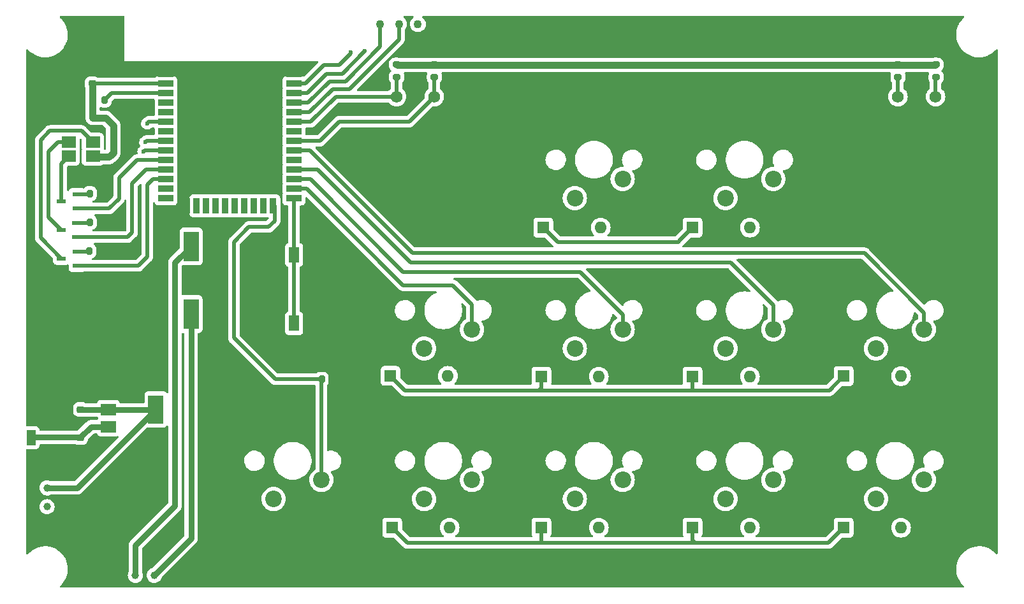
<source format=gbr>
%TF.GenerationSoftware,KiCad,Pcbnew,6.0.2+dfsg-1*%
%TF.CreationDate,2022-08-02T12:17:43-03:00*%
%TF.ProjectId,Nano-keyboard,4e616e6f-2d6b-4657-9962-6f6172642e6b,rev?*%
%TF.SameCoordinates,Original*%
%TF.FileFunction,Copper,L1,Top*%
%TF.FilePolarity,Positive*%
%FSLAX46Y46*%
G04 Gerber Fmt 4.6, Leading zero omitted, Abs format (unit mm)*
G04 Created by KiCad (PCBNEW 6.0.2+dfsg-1) date 2022-08-02 12:17:43*
%MOMM*%
%LPD*%
G01*
G04 APERTURE LIST*
G04 Aperture macros list*
%AMRoundRect*
0 Rectangle with rounded corners*
0 $1 Rounding radius*
0 $2 $3 $4 $5 $6 $7 $8 $9 X,Y pos of 4 corners*
0 Add a 4 corners polygon primitive as box body*
4,1,4,$2,$3,$4,$5,$6,$7,$8,$9,$2,$3,0*
0 Add four circle primitives for the rounded corners*
1,1,$1+$1,$2,$3*
1,1,$1+$1,$4,$5*
1,1,$1+$1,$6,$7*
1,1,$1+$1,$8,$9*
0 Add four rect primitives between the rounded corners*
20,1,$1+$1,$2,$3,$4,$5,0*
20,1,$1+$1,$4,$5,$6,$7,0*
20,1,$1+$1,$6,$7,$8,$9,0*
20,1,$1+$1,$8,$9,$2,$3,0*%
G04 Aperture macros list end*
%TA.AperFunction,SMDPad,CuDef*%
%ADD10RoundRect,0.200000X0.200000X0.275000X-0.200000X0.275000X-0.200000X-0.275000X0.200000X-0.275000X0*%
%TD*%
%TA.AperFunction,ComponentPad*%
%ADD11R,1.600000X1.600000*%
%TD*%
%TA.AperFunction,ComponentPad*%
%ADD12O,1.600000X1.600000*%
%TD*%
%TA.AperFunction,SMDPad,CuDef*%
%ADD13RoundRect,0.225000X0.250000X-0.225000X0.250000X0.225000X-0.250000X0.225000X-0.250000X-0.225000X0*%
%TD*%
%TA.AperFunction,ComponentPad*%
%ADD14C,2.200000*%
%TD*%
%TA.AperFunction,SMDPad,CuDef*%
%ADD15RoundRect,0.200000X0.275000X-0.200000X0.275000X0.200000X-0.275000X0.200000X-0.275000X-0.200000X0*%
%TD*%
%TA.AperFunction,SMDPad,CuDef*%
%ADD16R,1.250000X0.600000*%
%TD*%
%TA.AperFunction,SMDPad,CuDef*%
%ADD17RoundRect,0.200000X-0.200000X-0.275000X0.200000X-0.275000X0.200000X0.275000X-0.200000X0.275000X0*%
%TD*%
%TA.AperFunction,SMDPad,CuDef*%
%ADD18R,1.900000X1.500000*%
%TD*%
%TA.AperFunction,SMDPad,CuDef*%
%ADD19RoundRect,0.225000X-0.250000X0.225000X-0.250000X-0.225000X0.250000X-0.225000X0.250000X0.225000X0*%
%TD*%
%TA.AperFunction,ComponentPad*%
%ADD20R,1.100000X1.100000*%
%TD*%
%TA.AperFunction,ComponentPad*%
%ADD21C,1.100000*%
%TD*%
%TA.AperFunction,ComponentPad*%
%ADD22C,1.575000*%
%TD*%
%TA.AperFunction,ComponentPad*%
%ADD23C,4.562000*%
%TD*%
%TA.AperFunction,ComponentPad*%
%ADD24C,1.000000*%
%TD*%
%TA.AperFunction,SMDPad,CuDef*%
%ADD25R,2.000000X0.900000*%
%TD*%
%TA.AperFunction,SMDPad,CuDef*%
%ADD26R,0.900000X2.000000*%
%TD*%
%TA.AperFunction,SMDPad,CuDef*%
%ADD27R,5.000000X5.000000*%
%TD*%
%TA.AperFunction,SMDPad,CuDef*%
%ADD28R,1.400000X2.100000*%
%TD*%
%TA.AperFunction,SMDPad,CuDef*%
%ADD29R,2.000000X1.500000*%
%TD*%
%TA.AperFunction,SMDPad,CuDef*%
%ADD30R,2.000000X3.800000*%
%TD*%
%TA.AperFunction,ComponentPad*%
%ADD31R,2.000000X4.000000*%
%TD*%
%TA.AperFunction,ComponentPad*%
%ADD32R,1.200000X2.000000*%
%TD*%
%TA.AperFunction,ViaPad*%
%ADD33C,0.600000*%
%TD*%
%TA.AperFunction,Conductor*%
%ADD34C,0.508000*%
%TD*%
%TA.AperFunction,Conductor*%
%ADD35C,0.889000*%
%TD*%
%TA.AperFunction,Conductor*%
%ADD36C,0.762000*%
%TD*%
G04 APERTURE END LIST*
D10*
%TO.P,R8,1*%
%TO.N,GND*%
X108061000Y-113568000D03*
%TO.P,R8,2*%
%TO.N,/FUNC*%
X106411000Y-113568000D03*
%TD*%
D11*
%TO.P,D8,1,K*%
%TO.N,ROW2*%
X175712000Y-113137629D03*
D12*
%TO.P,D8,2,A*%
%TO.N,Net-(B8-Pad1)*%
X183332000Y-113137629D03*
%TD*%
D10*
%TO.P,R3,1*%
%TO.N,GND*%
X77279000Y-92710000D03*
%TO.P,R3,2*%
%TO.N,Net-(R3-Pad2)*%
X75629000Y-92710000D03*
%TD*%
D13*
%TO.P,C1,1*%
%TO.N,+3V3*%
X75946000Y-74265000D03*
%TO.P,C1,2*%
%TO.N,GND*%
X75946000Y-72715000D03*
%TD*%
D14*
%TO.P,B3,1*%
%TO.N,Net-(B3-Pad1)*%
X160020000Y-129474000D03*
%TO.P,B3,2*%
%TO.N,COL3*%
X166370000Y-126934000D03*
%TD*%
D15*
%TO.P,R5,1*%
%TO.N,/ENCODER2_B*%
X116356000Y-73393000D03*
%TO.P,R5,2*%
%TO.N,+3V3*%
X116356000Y-71743000D03*
%TD*%
D16*
%TO.P,U7,1,B*%
%TO.N,/LED_GREEN*%
X73885000Y-94681000D03*
%TO.P,U7,2,C*%
%TO.N,Net-(R3-Pad2)*%
X73885000Y-92771000D03*
%TO.P,U7,3,E*%
%TO.N,/KG*%
X71785000Y-93726000D03*
%TD*%
D15*
%TO.P,R4,1*%
%TO.N,/ENCODER2_A*%
X121356000Y-73393000D03*
%TO.P,R4,2*%
%TO.N,+3V3*%
X121356000Y-71743000D03*
%TD*%
D10*
%TO.P,R9,1*%
%TO.N,GND*%
X77279000Y-88900000D03*
%TO.P,R9,2*%
%TO.N,Net-(R9-Pad2)*%
X75629000Y-88900000D03*
%TD*%
D17*
%TO.P,R1,1*%
%TO.N,+3V3*%
X75946000Y-76454000D03*
%TO.P,R1,2*%
%TO.N,/ESP_EN*%
X77596000Y-76454000D03*
%TD*%
D14*
%TO.P,B2,1*%
%TO.N,Net-(B2-Pad1)*%
X140020000Y-129474000D03*
%TO.P,B2,2*%
%TO.N,COL2*%
X146370000Y-126934000D03*
%TD*%
D11*
%TO.P,D7,1,K*%
%TO.N,ROW2*%
X155646000Y-113218000D03*
D12*
%TO.P,D7,2,A*%
%TO.N,Net-(B7-Pad1)*%
X163266000Y-113218000D03*
%TD*%
D14*
%TO.P,B9,1*%
%TO.N,Net-(B9-Pad1)*%
X140020000Y-89474000D03*
%TO.P,B9,2*%
%TO.N,COL1*%
X146370000Y-86934000D03*
%TD*%
D15*
%TO.P,R6,1*%
%TO.N,/ENCODER1_A*%
X187986000Y-73393000D03*
%TO.P,R6,2*%
%TO.N,+3V3*%
X187986000Y-71743000D03*
%TD*%
D18*
%TO.P,LED1,1,K_G*%
%TO.N,/KG*%
X72822000Y-82075000D03*
%TO.P,LED1,2,K_R*%
%TO.N,/KR*%
X76022000Y-82075000D03*
%TO.P,LED1,3,K_B*%
%TO.N,/KB*%
X72822000Y-83925000D03*
%TO.P,LED1,4,A*%
%TO.N,+3V3*%
X76022000Y-83925000D03*
%TD*%
D19*
%TO.P,C2,1*%
%TO.N,Net-(C2-Pad1)*%
X74378000Y-121328000D03*
%TO.P,C2,2*%
%TO.N,GND*%
X74378000Y-122878000D03*
%TD*%
D14*
%TO.P,B8,1*%
%TO.N,Net-(B8-Pad1)*%
X180020000Y-109474000D03*
%TO.P,B8,2*%
%TO.N,COL4*%
X186370000Y-106934000D03*
%TD*%
D16*
%TO.P,U8,1,B*%
%TO.N,/LED_BLUE*%
X73948000Y-90871000D03*
%TO.P,U8,2,C*%
%TO.N,Net-(R9-Pad2)*%
X73948000Y-88961000D03*
%TO.P,U8,3,E*%
%TO.N,/KB*%
X71848000Y-89916000D03*
%TD*%
D20*
%TO.P,J1,1,1*%
%TO.N,GND*%
X121682000Y-66368000D03*
D21*
%TO.P,J1,2,2*%
%TO.N,unconnected-(J1-Pad2)*%
X119182000Y-66368000D03*
%TO.P,J1,3,3*%
%TO.N,/RX0*%
X116682000Y-66368000D03*
%TO.P,J1,4,4*%
%TO.N,/TX0*%
X114182000Y-66368000D03*
%TD*%
D11*
%TO.P,D1,1,K*%
%TO.N,ROW1*%
X115768000Y-133284000D03*
D12*
%TO.P,D1,2,A*%
%TO.N,Net-(B1-Pad1)*%
X123388000Y-133284000D03*
%TD*%
D13*
%TO.P,C3,1*%
%TO.N,/MASTER_SWITCH*%
X74378000Y-117572000D03*
%TO.P,C3,2*%
%TO.N,GND*%
X74378000Y-116022000D03*
%TD*%
D14*
%TO.P,B7,1*%
%TO.N,Net-(B7-Pad1)*%
X160020000Y-109474000D03*
%TO.P,B7,2*%
%TO.N,COL3*%
X166370000Y-106934000D03*
%TD*%
D10*
%TO.P,R2,1*%
%TO.N,GND*%
X77216000Y-96520000D03*
%TO.P,R2,2*%
%TO.N,Net-(R2-Pad2)*%
X75566000Y-96520000D03*
%TD*%
D14*
%TO.P,B4,1*%
%TO.N,Net-(B4-Pad1)*%
X180020000Y-129474000D03*
%TO.P,B4,2*%
%TO.N,COL4*%
X186370000Y-126934000D03*
%TD*%
D22*
%TO.P,U5,A1,A1*%
%TO.N,/ENCODER2_A*%
X121356000Y-76000000D03*
%TO.P,U5,B1,B1*%
%TO.N,/ENCODER2_B*%
X116356000Y-76000000D03*
%TO.P,U5,C1,C1*%
%TO.N,GND*%
X118856000Y-76000000D03*
D23*
%TO.P,U5,MH1,MH1*%
X124406000Y-83500000D03*
%TO.P,U5,MH2,MH2*%
X113306000Y-83500000D03*
%TD*%
D16*
%TO.P,U4,1,B*%
%TO.N,/LED_RED*%
X73948000Y-98491000D03*
%TO.P,U4,2,C*%
%TO.N,Net-(R2-Pad2)*%
X73948000Y-96581000D03*
%TO.P,U4,3,E*%
%TO.N,/KR*%
X71848000Y-97536000D03*
%TD*%
D11*
%TO.P,D10,1,K*%
%TO.N,ROW3*%
X155646000Y-93406000D03*
D12*
%TO.P,D10,2,A*%
%TO.N,Net-(B10-Pad1)*%
X163266000Y-93406000D03*
%TD*%
D11*
%TO.P,D4,1,K*%
%TO.N,ROW1*%
X175712000Y-133284000D03*
D12*
%TO.P,D4,2,A*%
%TO.N,Net-(B4-Pad1)*%
X183332000Y-133284000D03*
%TD*%
D11*
%TO.P,D3,1,K*%
%TO.N,ROW1*%
X155646000Y-133284000D03*
D12*
%TO.P,D3,2,A*%
%TO.N,Net-(B3-Pad1)*%
X163266000Y-133284000D03*
%TD*%
D14*
%TO.P,B5,1*%
%TO.N,Net-(B5-Pad1)*%
X120020000Y-109474000D03*
%TO.P,B5,2*%
%TO.N,COL1*%
X126370000Y-106934000D03*
%TD*%
D11*
%TO.P,D9,1,K*%
%TO.N,ROW3*%
X135834000Y-93406000D03*
D12*
%TO.P,D9,2,A*%
%TO.N,Net-(B9-Pad1)*%
X143454000Y-93406000D03*
%TD*%
D11*
%TO.P,D5,1,K*%
%TO.N,ROW2*%
X115544686Y-113114000D03*
D12*
%TO.P,D5,2,A*%
%TO.N,Net-(B5-Pad1)*%
X123164686Y-113114000D03*
%TD*%
D24*
%TO.P,J3,1,1*%
%TO.N,+3V3*%
X69934000Y-130503000D03*
%TO.P,J3,2,2*%
%TO.N,/MASTER_SWITCH*%
X69934000Y-128003000D03*
%TD*%
D14*
%TO.P,B0,1*%
%TO.N,+3V3*%
X100020000Y-129474000D03*
%TO.P,B0,2*%
%TO.N,/FUNC*%
X106370000Y-126934000D03*
%TD*%
D25*
%TO.P,U2,1,GND*%
%TO.N,GND*%
X85734000Y-72995000D03*
%TO.P,U2,2,VDD*%
%TO.N,+3V3*%
X85734000Y-74265000D03*
%TO.P,U2,3,EN*%
%TO.N,/ESP_EN*%
X85734000Y-75535000D03*
%TO.P,U2,4,SENSOR_VP*%
%TO.N,unconnected-(U2-Pad4)*%
X85734000Y-76805000D03*
%TO.P,U2,5,SENSOR_VN*%
%TO.N,unconnected-(U2-Pad5)*%
X85734000Y-78075000D03*
%TO.P,U2,6,IO34*%
%TO.N,ROW3*%
X85734000Y-79345000D03*
%TO.P,U2,7,IO35*%
%TO.N,unconnected-(U2-Pad7)*%
X85734000Y-80615000D03*
%TO.P,U2,8,IO32*%
%TO.N,ROW2*%
X85734000Y-81885000D03*
%TO.P,U2,9,IO33*%
%TO.N,ROW1*%
X85734000Y-83155000D03*
%TO.P,U2,10,IO25*%
%TO.N,/LED_BLUE*%
X85734000Y-84425000D03*
%TO.P,U2,11,IO26*%
%TO.N,/LED_GREEN*%
X85734000Y-85695000D03*
%TO.P,U2,12,IO27*%
%TO.N,/LED_RED*%
X85734000Y-86965000D03*
%TO.P,U2,13,IO14*%
%TO.N,unconnected-(U2-Pad13)*%
X85734000Y-88235000D03*
%TO.P,U2,14,IO12*%
%TO.N,unconnected-(U2-Pad14)*%
X85734000Y-89505000D03*
D26*
%TO.P,U2,15,GND*%
%TO.N,GND*%
X88519000Y-90505000D03*
%TO.P,U2,16,IO13*%
%TO.N,unconnected-(U2-Pad16)*%
X89789000Y-90505000D03*
%TO.P,U2,17,SHD/SD2*%
%TO.N,unconnected-(U2-Pad17)*%
X91059000Y-90505000D03*
%TO.P,U2,18,SWP/SD3*%
%TO.N,unconnected-(U2-Pad18)*%
X92329000Y-90505000D03*
%TO.P,U2,19,SCS/CMD*%
%TO.N,unconnected-(U2-Pad19)*%
X93599000Y-90505000D03*
%TO.P,U2,20,SCK/CLK*%
%TO.N,unconnected-(U2-Pad20)*%
X94869000Y-90505000D03*
%TO.P,U2,21,SDO/SD0*%
%TO.N,unconnected-(U2-Pad21)*%
X96139000Y-90505000D03*
%TO.P,U2,22,SDI/SD1*%
%TO.N,unconnected-(U2-Pad22)*%
X97409000Y-90505000D03*
%TO.P,U2,23,IO15*%
%TO.N,unconnected-(U2-Pad23)*%
X98679000Y-90505000D03*
%TO.P,U2,24,IO2*%
%TO.N,/FUNC*%
X99949000Y-90505000D03*
D25*
%TO.P,U2,25,IO0*%
%TO.N,/BOOT*%
X102734000Y-89505000D03*
%TO.P,U2,26,IO4*%
%TO.N,COL1*%
X102734000Y-88235000D03*
%TO.P,U2,27,IO16*%
%TO.N,COL2*%
X102734000Y-86965000D03*
%TO.P,U2,28,IO17*%
%TO.N,COL3*%
X102734000Y-85695000D03*
%TO.P,U2,29,IO5*%
%TO.N,unconnected-(U2-Pad29)*%
X102734000Y-84425000D03*
%TO.P,U2,30,IO18*%
%TO.N,COL4*%
X102734000Y-83155000D03*
%TO.P,U2,31,IO19*%
%TO.N,/ENCODER2_A*%
X102734000Y-81885000D03*
%TO.P,U2,32,NC*%
%TO.N,unconnected-(U2-Pad32)*%
X102734000Y-80615000D03*
%TO.P,U2,33,IO21*%
%TO.N,/ENCODER2_B*%
X102734000Y-79345000D03*
%TO.P,U2,34,RXD0/IO3*%
%TO.N,/RX0*%
X102734000Y-78075000D03*
%TO.P,U2,35,TXD0/IO1*%
%TO.N,/TX0*%
X102734000Y-76805000D03*
%TO.P,U2,36,IO22*%
%TO.N,/ENCODER1_B*%
X102734000Y-75535000D03*
%TO.P,U2,37,IO23*%
%TO.N,/ENCODER1_A*%
X102734000Y-74265000D03*
%TO.P,U2,38,GND*%
%TO.N,GND*%
X102734000Y-72995000D03*
D27*
%TO.P,U2,39,GND*%
X93234000Y-80495000D03*
%TD*%
D28*
%TO.P,B11,1,1*%
%TO.N,/BOOT*%
X102736000Y-97018000D03*
%TO.P,B11,2,2*%
X102736000Y-106118000D03*
%TO.P,B11,3,3*%
%TO.N,GND*%
X98236000Y-97018000D03*
%TO.P,B11,4,4*%
X98236000Y-106118000D03*
%TD*%
D14*
%TO.P,B10,1*%
%TO.N,Net-(B10-Pad1)*%
X160020000Y-89474000D03*
%TO.P,B10,2*%
%TO.N,COL2*%
X166370000Y-86934000D03*
%TD*%
D22*
%TO.P,U6,A1,A1*%
%TO.N,/ENCODER1_A*%
X187920000Y-76000000D03*
%TO.P,U6,B1,B1*%
%TO.N,/ENCODER1_B*%
X182920000Y-76000000D03*
%TO.P,U6,C1,C1*%
%TO.N,GND*%
X185420000Y-76000000D03*
D23*
%TO.P,U6,MH1,MH1*%
X190970000Y-83500000D03*
%TO.P,U6,MH2,MH2*%
X179870000Y-83500000D03*
%TD*%
D14*
%TO.P,B1,1*%
%TO.N,Net-(B1-Pad1)*%
X120020000Y-129474000D03*
%TO.P,B1,2*%
%TO.N,COL1*%
X126370000Y-126934000D03*
%TD*%
D24*
%TO.P,J2,1,1*%
%TO.N,Net-(J2-Pad1)*%
X84171000Y-139620000D03*
%TO.P,J2,2,2*%
%TO.N,Net-(J2-Pad2)*%
X81671000Y-139620000D03*
%TD*%
D11*
%TO.P,D6,1,K*%
%TO.N,ROW2*%
X135580000Y-113218000D03*
D12*
%TO.P,D6,2,A*%
%TO.N,Net-(B6-Pad1)*%
X143200000Y-113218000D03*
%TD*%
D15*
%TO.P,R7,1*%
%TO.N,/ENCODER1_B*%
X182920000Y-73393000D03*
%TO.P,R7,2*%
%TO.N,+3V3*%
X182920000Y-71743000D03*
%TD*%
D29*
%TO.P,U1,1,ADJ*%
%TO.N,GND*%
X78086000Y-115268000D03*
D30*
%TO.P,U1,2,VO*%
%TO.N,/MASTER_SWITCH*%
X84386000Y-117568000D03*
D29*
X78086000Y-117568000D03*
%TO.P,U1,3,VI*%
%TO.N,Net-(C2-Pad1)*%
X78086000Y-119868000D03*
%TD*%
D14*
%TO.P,B6,1*%
%TO.N,Net-(B6-Pad1)*%
X140020000Y-109474000D03*
%TO.P,B6,2*%
%TO.N,COL2*%
X146370000Y-106934000D03*
%TD*%
D11*
%TO.P,D2,1,K*%
%TO.N,ROW1*%
X135580000Y-133284000D03*
D12*
%TO.P,D2,2,A*%
%TO.N,Net-(B2-Pad1)*%
X143200000Y-133284000D03*
%TD*%
D31*
%TO.P,U3,1,BAT+*%
%TO.N,Net-(J2-Pad1)*%
X89066000Y-104898000D03*
%TO.P,U3,2,BAT-*%
%TO.N,Net-(J2-Pad2)*%
X89066000Y-95898000D03*
D32*
%TO.P,U3,3,VOUT+*%
%TO.N,Net-(C2-Pad1)*%
X67816000Y-121328000D03*
%TO.P,U3,4,VOUT-*%
%TO.N,GND*%
X67816000Y-115128000D03*
%TD*%
D33*
%TO.N,GND*%
X77486000Y-87568000D03*
X79486000Y-96568000D03*
X79486000Y-92818000D03*
%TO.N,+3V3*%
X147236000Y-71818000D03*
X75986000Y-78818000D03*
%TO.N,ROW1*%
X82736000Y-83318000D03*
%TO.N,ROW2*%
X82986000Y-82068000D03*
%TO.N,ROW3*%
X83236000Y-79568000D03*
%TO.N,/ENCODER1_A*%
X110236000Y-70068000D03*
%TO.N,/ENCODER1_B*%
X112110406Y-69942406D03*
%TD*%
D34*
%TO.N,GND*%
X77279000Y-88900000D02*
X77279000Y-87775000D01*
X79378000Y-92710000D02*
X79486000Y-92818000D01*
X79438000Y-96520000D02*
X79486000Y-96568000D01*
X77279000Y-92710000D02*
X79378000Y-92710000D01*
X77279000Y-87775000D02*
X77486000Y-87568000D01*
X77216000Y-96520000D02*
X79438000Y-96520000D01*
%TO.N,/FUNC*%
X106370000Y-113609000D02*
X106411000Y-113568000D01*
X96736000Y-93318000D02*
X99348000Y-93318000D01*
X106411000Y-113568000D02*
X100236000Y-113568000D01*
X106370000Y-126934000D02*
X106370000Y-113609000D01*
X94736000Y-95318000D02*
X96736000Y-93318000D01*
X100145000Y-92521000D02*
X100145000Y-90505000D01*
X94736000Y-108068000D02*
X94736000Y-95318000D01*
X99348000Y-93318000D02*
X100145000Y-92521000D01*
X100236000Y-113568000D02*
X94736000Y-108068000D01*
D35*
%TO.N,+3V3*%
X75986000Y-74371500D02*
X75946000Y-74371500D01*
X78736000Y-83474000D02*
X78178500Y-84031500D01*
X147236000Y-71818000D02*
X187911000Y-71818000D01*
X78736000Y-79818000D02*
X78736000Y-83474000D01*
D34*
X75946000Y-74265000D02*
X85734000Y-74265000D01*
D35*
X77736000Y-78818000D02*
X78736000Y-79818000D01*
X78178500Y-84031500D02*
X76022000Y-84031500D01*
X75986000Y-78818000D02*
X75986000Y-74371500D01*
X75986000Y-78818000D02*
X77736000Y-78818000D01*
X187911000Y-71818000D02*
X187986000Y-71743000D01*
X147236000Y-71818000D02*
X116431000Y-71818000D01*
X116431000Y-71818000D02*
X116356000Y-71743000D01*
D34*
%TO.N,/ESP_EN*%
X85734000Y-75535000D02*
X78515000Y-75535000D01*
X78515000Y-75535000D02*
X77596000Y-76454000D01*
%TO.N,COL1*%
X123826552Y-101068000D02*
X126370000Y-103611448D01*
X126370000Y-103611448D02*
X126370000Y-106934000D01*
X117236000Y-101068000D02*
X123826552Y-101068000D01*
X104403000Y-88235000D02*
X117236000Y-101068000D01*
X102734000Y-88235000D02*
X104403000Y-88235000D01*
%TO.N,COL2*%
X117236000Y-99318000D02*
X140736000Y-99318000D01*
X140736000Y-99318000D02*
X146370000Y-104952000D01*
X102734000Y-86965000D02*
X104883000Y-86965000D01*
X104883000Y-86965000D02*
X117236000Y-99318000D01*
X146370000Y-104952000D02*
X146370000Y-106934000D01*
%TO.N,COL3*%
X102734000Y-85695000D02*
X105863000Y-85695000D01*
X166370000Y-103702000D02*
X166370000Y-106934000D01*
X160736000Y-98068000D02*
X166370000Y-103702000D01*
X105863000Y-85695000D02*
X118236000Y-98068000D01*
X118236000Y-98068000D02*
X160736000Y-98068000D01*
%TO.N,COL4*%
X186370000Y-104702000D02*
X186370000Y-106934000D01*
X178486000Y-96818000D02*
X186370000Y-104702000D01*
X102734000Y-83155000D02*
X104823000Y-83155000D01*
X118486000Y-96818000D02*
X178486000Y-96818000D01*
X104823000Y-83155000D02*
X118486000Y-96818000D01*
%TO.N,ROW1*%
X82899000Y-83155000D02*
X82736000Y-83318000D01*
X155646000Y-134978000D02*
X155986000Y-135318000D01*
X85734000Y-83155000D02*
X82899000Y-83155000D01*
X155646000Y-133284000D02*
X155646000Y-134978000D01*
X175712000Y-133284000D02*
X173678000Y-135318000D01*
X117802000Y-135318000D02*
X115768000Y-133284000D01*
X135580000Y-135224000D02*
X135486000Y-135318000D01*
X135580000Y-133284000D02*
X135580000Y-135224000D01*
X135486000Y-135318000D02*
X117802000Y-135318000D01*
X155986000Y-135318000D02*
X135486000Y-135318000D01*
X173678000Y-135318000D02*
X155986000Y-135318000D01*
%TO.N,ROW2*%
X83169000Y-81885000D02*
X82986000Y-82068000D01*
X135270000Y-115034000D02*
X117464686Y-115034000D01*
X85734000Y-81885000D02*
X83169000Y-81885000D01*
X173815629Y-115034000D02*
X155770000Y-115034000D01*
X117464686Y-115034000D02*
X115544686Y-113114000D01*
X135580000Y-113218000D02*
X135580000Y-114724000D01*
X155646000Y-113218000D02*
X155646000Y-114910000D01*
X155646000Y-114910000D02*
X155770000Y-115034000D01*
X175712000Y-113137629D02*
X173815629Y-115034000D01*
X155770000Y-115034000D02*
X135270000Y-115034000D01*
X135580000Y-114724000D02*
X135270000Y-115034000D01*
%TO.N,ROW3*%
X153986000Y-95068000D02*
X153736000Y-95318000D01*
X153736000Y-95318000D02*
X137746000Y-95318000D01*
X137746000Y-95318000D02*
X135834000Y-93406000D01*
X85734000Y-79345000D02*
X83459000Y-79345000D01*
X155646000Y-93406000D02*
X153986000Y-95066000D01*
X153986000Y-95066000D02*
X153986000Y-95068000D01*
X83459000Y-79345000D02*
X83236000Y-79568000D01*
%TO.N,/BOOT*%
X102736000Y-97018000D02*
X102736000Y-89703000D01*
X102736000Y-106118000D02*
X102736000Y-97018000D01*
X102736000Y-89703000D02*
X102734000Y-89701000D01*
%TO.N,/LED_RED*%
X85734000Y-86965000D02*
X84030000Y-86965000D01*
X82063000Y-98491000D02*
X73948000Y-98491000D01*
X83236000Y-97318000D02*
X82063000Y-98491000D01*
X84030000Y-86965000D02*
X83236000Y-87759000D01*
X83236000Y-87759000D02*
X83236000Y-97318000D01*
%TO.N,/ENCODER2_A*%
X121356000Y-76000000D02*
X118038000Y-79318000D01*
X118038000Y-79318000D02*
X108736000Y-79318000D01*
X121356000Y-73393000D02*
X121356000Y-76000000D01*
X106169000Y-81885000D02*
X102734000Y-81885000D01*
X108736000Y-79318000D02*
X106169000Y-81885000D01*
%TO.N,/LED_GREEN*%
X83109000Y-85695000D02*
X81236000Y-87568000D01*
X85734000Y-85695000D02*
X83109000Y-85695000D01*
X81236000Y-87568000D02*
X81236000Y-94068000D01*
X80623000Y-94681000D02*
X73885000Y-94681000D01*
X81236000Y-94068000D02*
X80623000Y-94681000D01*
%TO.N,/LED_BLUE*%
X79486000Y-89568000D02*
X78183000Y-90871000D01*
X81879000Y-84425000D02*
X79486000Y-86818000D01*
X85734000Y-84425000D02*
X81879000Y-84425000D01*
X79486000Y-86818000D02*
X79486000Y-89568000D01*
X78183000Y-90871000D02*
X73948000Y-90871000D01*
%TO.N,/ENCODER2_B*%
X104959000Y-79345000D02*
X102734000Y-79345000D01*
X116356000Y-76000000D02*
X108304000Y-76000000D01*
X108304000Y-76000000D02*
X104959000Y-79345000D01*
X116356000Y-73393000D02*
X116356000Y-76000000D01*
%TO.N,/ENCODER1_A*%
X102734000Y-74265000D02*
X104242000Y-74265000D01*
X104242000Y-74265000D02*
X106689000Y-71818000D01*
X106689000Y-71818000D02*
X108736000Y-71818000D01*
X108736000Y-71818000D02*
X110236000Y-70318000D01*
X187920000Y-73459000D02*
X187986000Y-73393000D01*
X187920000Y-76000000D02*
X187920000Y-73459000D01*
X110236000Y-70318000D02*
X110236000Y-70068000D01*
D36*
%TO.N,Net-(C2-Pad1)*%
X67816000Y-121328000D02*
X67859000Y-121285000D01*
X75795000Y-119868000D02*
X74378000Y-121285000D01*
X67859000Y-121285000D02*
X74378000Y-121285000D01*
X78086000Y-119868000D02*
X75795000Y-119868000D01*
D34*
%TO.N,/ENCODER1_B*%
X107041478Y-72952000D02*
X108236000Y-72952000D01*
X108236000Y-72952000D02*
X109165160Y-72952000D01*
X102734000Y-75535000D02*
X104458479Y-75535000D01*
X109165160Y-72952000D02*
X112142580Y-69974580D01*
X182920000Y-76000000D02*
X182920000Y-73393000D01*
X112142580Y-69974580D02*
X112110406Y-69942406D01*
X104458479Y-75535000D02*
X107041478Y-72952000D01*
%TO.N,/RX0*%
X116682000Y-68372000D02*
X116682000Y-66368000D01*
X102734000Y-78075000D02*
X104792160Y-78075000D01*
X110070000Y-74984000D02*
X116682000Y-68372000D01*
X104792160Y-78075000D02*
X107883160Y-74984000D01*
X107883160Y-74984000D02*
X110070000Y-74984000D01*
%TO.N,/TX0*%
X114182000Y-66368000D02*
X114182000Y-69372000D01*
X109586000Y-73968000D02*
X107462319Y-73968000D01*
X104625320Y-76805000D02*
X102734000Y-76805000D01*
X114182000Y-69372000D02*
X109586000Y-73968000D01*
X107462319Y-73968000D02*
X104625320Y-76805000D01*
%TO.N,/KG*%
X70104000Y-92045000D02*
X71785000Y-93726000D01*
X71364000Y-82075000D02*
X70104000Y-83335000D01*
X72822000Y-82075000D02*
X71364000Y-82075000D01*
X70104000Y-83335000D02*
X70104000Y-92045000D01*
%TO.N,/KR*%
X69088480Y-94776480D02*
X71848000Y-97536000D01*
X76022000Y-82075000D02*
X74510489Y-80563489D01*
X69088480Y-81787520D02*
X69088480Y-94776480D01*
X74510489Y-80563489D02*
X70312511Y-80563489D01*
X70312511Y-80563489D02*
X69088480Y-81787520D01*
%TO.N,/KB*%
X72822000Y-83925000D02*
X71848000Y-84899000D01*
X71848000Y-84899000D02*
X71848000Y-89916000D01*
%TO.N,Net-(R2-Pad2)*%
X75505000Y-96581000D02*
X75566000Y-96520000D01*
X73948000Y-96581000D02*
X75505000Y-96581000D01*
%TO.N,Net-(R3-Pad2)*%
X73885000Y-92771000D02*
X75568000Y-92771000D01*
X75568000Y-92771000D02*
X75629000Y-92710000D01*
D36*
%TO.N,/MASTER_SWITCH*%
X84386000Y-117568000D02*
X84339000Y-117615000D01*
X84339000Y-117615000D02*
X74378000Y-117615000D01*
X84386000Y-117568000D02*
X73951000Y-128003000D01*
X73951000Y-128003000D02*
X69934000Y-128003000D01*
%TO.N,Net-(J2-Pad1)*%
X89066000Y-134725000D02*
X84171000Y-139620000D01*
X89066000Y-104898000D02*
X89066000Y-134725000D01*
%TO.N,Net-(J2-Pad2)*%
X86923000Y-98041000D02*
X86923000Y-130381000D01*
X89066000Y-95898000D02*
X86923000Y-98041000D01*
X81671000Y-135633000D02*
X81671000Y-139620000D01*
X86923000Y-130381000D02*
X81671000Y-135633000D01*
D34*
%TO.N,Net-(R9-Pad2)*%
X73948000Y-88961000D02*
X75568000Y-88961000D01*
X75568000Y-88961000D02*
X75629000Y-88900000D01*
%TD*%
%TA.AperFunction,Conductor*%
%TO.N,GND*%
G36*
X80176121Y-65298002D02*
G01*
X80222614Y-65351658D01*
X80234000Y-65404000D01*
X80234000Y-71280000D01*
X105844472Y-71280000D01*
X105912593Y-71300002D01*
X105959086Y-71353658D01*
X105969190Y-71423932D01*
X105939696Y-71488512D01*
X105933567Y-71495095D01*
X104098853Y-73329809D01*
X104036541Y-73363835D01*
X103965530Y-73358696D01*
X103844316Y-73313255D01*
X103782134Y-73306500D01*
X101685866Y-73306500D01*
X101623684Y-73313255D01*
X101487295Y-73364385D01*
X101370739Y-73451739D01*
X101283385Y-73568295D01*
X101232255Y-73704684D01*
X101225500Y-73766866D01*
X101225500Y-74763134D01*
X101232255Y-74825316D01*
X101243672Y-74855771D01*
X101248855Y-74926577D01*
X101243674Y-74944224D01*
X101232255Y-74974684D01*
X101225500Y-75036866D01*
X101225500Y-76033134D01*
X101232255Y-76095316D01*
X101243672Y-76125771D01*
X101248855Y-76196577D01*
X101243674Y-76214224D01*
X101232255Y-76244684D01*
X101225500Y-76306866D01*
X101225500Y-77303134D01*
X101232255Y-77365316D01*
X101243672Y-77395771D01*
X101248855Y-77466577D01*
X101243674Y-77484224D01*
X101232255Y-77514684D01*
X101225500Y-77576866D01*
X101225500Y-78573134D01*
X101232255Y-78635316D01*
X101243672Y-78665771D01*
X101248855Y-78736577D01*
X101243674Y-78754224D01*
X101232255Y-78784684D01*
X101225500Y-78846866D01*
X101225500Y-79843134D01*
X101232255Y-79905316D01*
X101243672Y-79935771D01*
X101248855Y-80006577D01*
X101243674Y-80024224D01*
X101232255Y-80054684D01*
X101225500Y-80116866D01*
X101225500Y-81113134D01*
X101232255Y-81175316D01*
X101243672Y-81205771D01*
X101248855Y-81276577D01*
X101243674Y-81294224D01*
X101232255Y-81324684D01*
X101225500Y-81386866D01*
X101225500Y-82383134D01*
X101232255Y-82445316D01*
X101243672Y-82475771D01*
X101248855Y-82546577D01*
X101243674Y-82564224D01*
X101232255Y-82594684D01*
X101225500Y-82656866D01*
X101225500Y-83653134D01*
X101232255Y-83715316D01*
X101243672Y-83745771D01*
X101248855Y-83816577D01*
X101243674Y-83834224D01*
X101232255Y-83864684D01*
X101225500Y-83926866D01*
X101225500Y-84923134D01*
X101232255Y-84985316D01*
X101243672Y-85015771D01*
X101248855Y-85086577D01*
X101243674Y-85104224D01*
X101232255Y-85134684D01*
X101225500Y-85196866D01*
X101225500Y-86193134D01*
X101232255Y-86255316D01*
X101243672Y-86285771D01*
X101248855Y-86356577D01*
X101243674Y-86374224D01*
X101232255Y-86404684D01*
X101225500Y-86466866D01*
X101225500Y-87463134D01*
X101232255Y-87525316D01*
X101243672Y-87555771D01*
X101248855Y-87626577D01*
X101243674Y-87644224D01*
X101232255Y-87674684D01*
X101225500Y-87736866D01*
X101225500Y-88733134D01*
X101232255Y-88795316D01*
X101243672Y-88825771D01*
X101248855Y-88896577D01*
X101243674Y-88914224D01*
X101232255Y-88944684D01*
X101225500Y-89006866D01*
X101225500Y-90003134D01*
X101232255Y-90065316D01*
X101283385Y-90201705D01*
X101370739Y-90318261D01*
X101487295Y-90405615D01*
X101623684Y-90456745D01*
X101685866Y-90463500D01*
X101847500Y-90463500D01*
X101915621Y-90483502D01*
X101962114Y-90537158D01*
X101973500Y-90589500D01*
X101973500Y-95361002D01*
X101953498Y-95429123D01*
X101899842Y-95475616D01*
X101891729Y-95478984D01*
X101797705Y-95514232D01*
X101797704Y-95514233D01*
X101789295Y-95517385D01*
X101672739Y-95604739D01*
X101585385Y-95721295D01*
X101534255Y-95857684D01*
X101527500Y-95919866D01*
X101527500Y-98116134D01*
X101534255Y-98178316D01*
X101585385Y-98314705D01*
X101672739Y-98431261D01*
X101789295Y-98518615D01*
X101797704Y-98521767D01*
X101797705Y-98521768D01*
X101891729Y-98557016D01*
X101948494Y-98599657D01*
X101973194Y-98666219D01*
X101973500Y-98674998D01*
X101973500Y-104461002D01*
X101953498Y-104529123D01*
X101899842Y-104575616D01*
X101891729Y-104578984D01*
X101797705Y-104614232D01*
X101797704Y-104614233D01*
X101789295Y-104617385D01*
X101672739Y-104704739D01*
X101585385Y-104821295D01*
X101534255Y-104957684D01*
X101527500Y-105019866D01*
X101527500Y-107216134D01*
X101534255Y-107278316D01*
X101585385Y-107414705D01*
X101672739Y-107531261D01*
X101789295Y-107618615D01*
X101925684Y-107669745D01*
X101987866Y-107676500D01*
X103484134Y-107676500D01*
X103546316Y-107669745D01*
X103682705Y-107618615D01*
X103799261Y-107531261D01*
X103886615Y-107414705D01*
X103937745Y-107278316D01*
X103944500Y-107216134D01*
X103944500Y-105019866D01*
X103937745Y-104957684D01*
X103886615Y-104821295D01*
X103799261Y-104704739D01*
X103682705Y-104617385D01*
X103674296Y-104614233D01*
X103674295Y-104614232D01*
X103580271Y-104578984D01*
X103523506Y-104536343D01*
X103498806Y-104469781D01*
X103498500Y-104461002D01*
X103498500Y-104329774D01*
X116118102Y-104329774D01*
X116126751Y-104560158D01*
X116174093Y-104785791D01*
X116258776Y-105000221D01*
X116261543Y-105004780D01*
X116261544Y-105004783D01*
X116301136Y-105070028D01*
X116378377Y-105197317D01*
X116381874Y-105201347D01*
X116468438Y-105301103D01*
X116529477Y-105371445D01*
X116533608Y-105374832D01*
X116703627Y-105514240D01*
X116703633Y-105514244D01*
X116707755Y-105517624D01*
X116712391Y-105520263D01*
X116712394Y-105520265D01*
X116821422Y-105582327D01*
X116908114Y-105631675D01*
X117124825Y-105710337D01*
X117130074Y-105711286D01*
X117130077Y-105711287D01*
X117347608Y-105750623D01*
X117347615Y-105750624D01*
X117351692Y-105751361D01*
X117369414Y-105752197D01*
X117374356Y-105752430D01*
X117374363Y-105752430D01*
X117375844Y-105752500D01*
X117537890Y-105752500D01*
X117604809Y-105746822D01*
X117704409Y-105738371D01*
X117704413Y-105738370D01*
X117709720Y-105737920D01*
X117714875Y-105736582D01*
X117714881Y-105736581D01*
X117927703Y-105681343D01*
X117927707Y-105681342D01*
X117932872Y-105680001D01*
X117937738Y-105677809D01*
X117937741Y-105677808D01*
X118138202Y-105587507D01*
X118143075Y-105585312D01*
X118334319Y-105456559D01*
X118347272Y-105444203D01*
X118497278Y-105301103D01*
X118501135Y-105297424D01*
X118638754Y-105112458D01*
X118660327Y-105070028D01*
X118740822Y-104911704D01*
X118743240Y-104906949D01*
X118751182Y-104881374D01*
X118810024Y-104691871D01*
X118811607Y-104686773D01*
X118820090Y-104622771D01*
X118841198Y-104463511D01*
X118841198Y-104463506D01*
X118841898Y-104458226D01*
X118833249Y-104227842D01*
X118785907Y-104002209D01*
X118766352Y-103952693D01*
X118703185Y-103792744D01*
X118703184Y-103792742D01*
X118701224Y-103787779D01*
X118581623Y-103590683D01*
X118494755Y-103490576D01*
X118434023Y-103420588D01*
X118434021Y-103420586D01*
X118430523Y-103416555D01*
X118388970Y-103382484D01*
X118256373Y-103273760D01*
X118256367Y-103273756D01*
X118252245Y-103270376D01*
X118247609Y-103267737D01*
X118247606Y-103267735D01*
X118056529Y-103158968D01*
X118051886Y-103156325D01*
X117835175Y-103077663D01*
X117829926Y-103076714D01*
X117829923Y-103076713D01*
X117612392Y-103037377D01*
X117612385Y-103037376D01*
X117608308Y-103036639D01*
X117590586Y-103035803D01*
X117585644Y-103035570D01*
X117585637Y-103035570D01*
X117584156Y-103035500D01*
X117422110Y-103035500D01*
X117355191Y-103041178D01*
X117255591Y-103049629D01*
X117255587Y-103049630D01*
X117250280Y-103050080D01*
X117245125Y-103051418D01*
X117245119Y-103051419D01*
X117032297Y-103106657D01*
X117032293Y-103106658D01*
X117027128Y-103107999D01*
X117022262Y-103110191D01*
X117022259Y-103110192D01*
X116919381Y-103156535D01*
X116816925Y-103202688D01*
X116625681Y-103331441D01*
X116458865Y-103490576D01*
X116321246Y-103675542D01*
X116318830Y-103680293D01*
X116318828Y-103680297D01*
X116279377Y-103757893D01*
X116216760Y-103881051D01*
X116215178Y-103886145D01*
X116215177Y-103886148D01*
X116174286Y-104017838D01*
X116148393Y-104101227D01*
X116147692Y-104106516D01*
X116132304Y-104222623D01*
X116118102Y-104329774D01*
X103498500Y-104329774D01*
X103498500Y-98674998D01*
X103518502Y-98606877D01*
X103572158Y-98560384D01*
X103580271Y-98557016D01*
X103674295Y-98521768D01*
X103674296Y-98521767D01*
X103682705Y-98518615D01*
X103799261Y-98431261D01*
X103886615Y-98314705D01*
X103937745Y-98178316D01*
X103944500Y-98116134D01*
X103944500Y-95919866D01*
X103937745Y-95857684D01*
X103886615Y-95721295D01*
X103799261Y-95604739D01*
X103682705Y-95517385D01*
X103674296Y-95514233D01*
X103674295Y-95514232D01*
X103580271Y-95478984D01*
X103523506Y-95436343D01*
X103498806Y-95369781D01*
X103498500Y-95361002D01*
X103498500Y-90589500D01*
X103518502Y-90521379D01*
X103572158Y-90474886D01*
X103624500Y-90463500D01*
X103782134Y-90463500D01*
X103844316Y-90456745D01*
X103980705Y-90405615D01*
X104097261Y-90318261D01*
X104184615Y-90201705D01*
X104235745Y-90065316D01*
X104242500Y-90003134D01*
X104242500Y-89457028D01*
X104262502Y-89388907D01*
X104316158Y-89342414D01*
X104386432Y-89332310D01*
X104451012Y-89361804D01*
X104457595Y-89367933D01*
X116649190Y-101559528D01*
X116661577Y-101573941D01*
X116674546Y-101591564D01*
X116680129Y-101596307D01*
X116715055Y-101625979D01*
X116722571Y-101632909D01*
X116728315Y-101638653D01*
X116731189Y-101640927D01*
X116731196Y-101640933D01*
X116750711Y-101656372D01*
X116754115Y-101659163D01*
X116804472Y-101701945D01*
X116804476Y-101701948D01*
X116810051Y-101706684D01*
X116816568Y-101710012D01*
X116821632Y-101713389D01*
X116826856Y-101716616D01*
X116832600Y-101721160D01*
X116899104Y-101752242D01*
X116903001Y-101754147D01*
X116968404Y-101787543D01*
X116975518Y-101789284D01*
X116981252Y-101791416D01*
X116987048Y-101793344D01*
X116993680Y-101796444D01*
X117065555Y-101811394D01*
X117069839Y-101812364D01*
X117141112Y-101829804D01*
X117146714Y-101830152D01*
X117146717Y-101830152D01*
X117152330Y-101830500D01*
X117152328Y-101830537D01*
X117156227Y-101830773D01*
X117160598Y-101831163D01*
X117167757Y-101832652D01*
X117245577Y-101830546D01*
X117248986Y-101830500D01*
X121552473Y-101830500D01*
X121620594Y-101850502D01*
X121667087Y-101904158D01*
X121677191Y-101974432D01*
X121647697Y-102039012D01*
X121606121Y-102070508D01*
X121352717Y-102189750D01*
X121352710Y-102189754D01*
X121349131Y-102191438D01*
X121082625Y-102360568D01*
X121079573Y-102363093D01*
X120878594Y-102529358D01*
X120839418Y-102561767D01*
X120623346Y-102791860D01*
X120437816Y-103047221D01*
X120435909Y-103050690D01*
X120435907Y-103050693D01*
X120352347Y-103202688D01*
X120285753Y-103323821D01*
X120284300Y-103327490D01*
X120284298Y-103327495D01*
X120180095Y-103590683D01*
X120169557Y-103617298D01*
X120091060Y-103923025D01*
X120051500Y-104236179D01*
X120051500Y-104551821D01*
X120091060Y-104864975D01*
X120169557Y-105170702D01*
X120171010Y-105174371D01*
X120171010Y-105174372D01*
X120281279Y-105452878D01*
X120285753Y-105464179D01*
X120287659Y-105467647D01*
X120287660Y-105467648D01*
X120421603Y-105711287D01*
X120437816Y-105740779D01*
X120623346Y-105996140D01*
X120802577Y-106187001D01*
X120820486Y-106206072D01*
X120839418Y-106226233D01*
X121082625Y-106427432D01*
X121349131Y-106596562D01*
X121352710Y-106598246D01*
X121352717Y-106598250D01*
X121631144Y-106729267D01*
X121631148Y-106729269D01*
X121634734Y-106730956D01*
X121934928Y-106828495D01*
X122244980Y-106887641D01*
X122481162Y-106902500D01*
X122638838Y-106902500D01*
X122875020Y-106887641D01*
X123185072Y-106828495D01*
X123485266Y-106730956D01*
X123488852Y-106729269D01*
X123488856Y-106729267D01*
X123767283Y-106598250D01*
X123767290Y-106598246D01*
X123770869Y-106596562D01*
X124037375Y-106427432D01*
X124280582Y-106226233D01*
X124299515Y-106206072D01*
X124317423Y-106187001D01*
X124496654Y-105996140D01*
X124682184Y-105740779D01*
X124698398Y-105711287D01*
X124832340Y-105467648D01*
X124832341Y-105467647D01*
X124834247Y-105464179D01*
X124838722Y-105452878D01*
X124948990Y-105174372D01*
X124948990Y-105174371D01*
X124950443Y-105170702D01*
X125028940Y-104864975D01*
X125068500Y-104551821D01*
X125068500Y-104236179D01*
X125028940Y-103923025D01*
X124950443Y-103617298D01*
X124946941Y-103608453D01*
X124940462Y-103537753D01*
X124973234Y-103474773D01*
X125034854Y-103439509D01*
X125105756Y-103443157D01*
X125153188Y-103472974D01*
X125570595Y-103890381D01*
X125604621Y-103952693D01*
X125607500Y-103979476D01*
X125607500Y-105444203D01*
X125587498Y-105512324D01*
X125547335Y-105551636D01*
X125421624Y-105628672D01*
X125229102Y-105793102D01*
X125064672Y-105985624D01*
X124932384Y-106201498D01*
X124930491Y-106206068D01*
X124930489Y-106206072D01*
X124837389Y-106430836D01*
X124835495Y-106435409D01*
X124834340Y-106440221D01*
X124796401Y-106598250D01*
X124776391Y-106681597D01*
X124756526Y-106934000D01*
X124776391Y-107186403D01*
X124777545Y-107191210D01*
X124777546Y-107191216D01*
X124796571Y-107270460D01*
X124835495Y-107432591D01*
X124837388Y-107437162D01*
X124837389Y-107437164D01*
X124912549Y-107618615D01*
X124932384Y-107666502D01*
X125064672Y-107882376D01*
X125229102Y-108074898D01*
X125421624Y-108239328D01*
X125637498Y-108371616D01*
X125642068Y-108373509D01*
X125642072Y-108373511D01*
X125866836Y-108466611D01*
X125871409Y-108468505D01*
X125956032Y-108488821D01*
X126112784Y-108526454D01*
X126112790Y-108526455D01*
X126117597Y-108527609D01*
X126370000Y-108547474D01*
X126622403Y-108527609D01*
X126627210Y-108526455D01*
X126627216Y-108526454D01*
X126783968Y-108488821D01*
X126868591Y-108468505D01*
X126873164Y-108466611D01*
X127097928Y-108373511D01*
X127097932Y-108373509D01*
X127102502Y-108371616D01*
X127318376Y-108239328D01*
X127510898Y-108074898D01*
X127675328Y-107882376D01*
X127807616Y-107666502D01*
X127827452Y-107618615D01*
X127902611Y-107437164D01*
X127902612Y-107437162D01*
X127904505Y-107432591D01*
X127943429Y-107270460D01*
X127962454Y-107191216D01*
X127962455Y-107191210D01*
X127963609Y-107186403D01*
X127983474Y-106934000D01*
X127963609Y-106681597D01*
X127943600Y-106598250D01*
X127905660Y-106440221D01*
X127904505Y-106435409D01*
X127902611Y-106430836D01*
X127809511Y-106206072D01*
X127809509Y-106206068D01*
X127807616Y-106201498D01*
X127675328Y-105985624D01*
X127672121Y-105981869D01*
X127672118Y-105981865D01*
X127650596Y-105956667D01*
X127621565Y-105891878D01*
X127632170Y-105821678D01*
X127679044Y-105768355D01*
X127735753Y-105749287D01*
X127780650Y-105745478D01*
X127864409Y-105738371D01*
X127864413Y-105738370D01*
X127869720Y-105737920D01*
X127874875Y-105736582D01*
X127874881Y-105736581D01*
X128087703Y-105681343D01*
X128087707Y-105681342D01*
X128092872Y-105680001D01*
X128097738Y-105677809D01*
X128097741Y-105677808D01*
X128298202Y-105587507D01*
X128303075Y-105585312D01*
X128494319Y-105456559D01*
X128507272Y-105444203D01*
X128657278Y-105301103D01*
X128661135Y-105297424D01*
X128798754Y-105112458D01*
X128820327Y-105070028D01*
X128900822Y-104911704D01*
X128903240Y-104906949D01*
X128911182Y-104881374D01*
X128970024Y-104691871D01*
X128971607Y-104686773D01*
X128980090Y-104622771D01*
X129001198Y-104463511D01*
X129001198Y-104463506D01*
X129001898Y-104458226D01*
X128997076Y-104329774D01*
X136118102Y-104329774D01*
X136126751Y-104560158D01*
X136174093Y-104785791D01*
X136258776Y-105000221D01*
X136261543Y-105004780D01*
X136261544Y-105004783D01*
X136301136Y-105070028D01*
X136378377Y-105197317D01*
X136381874Y-105201347D01*
X136468438Y-105301103D01*
X136529477Y-105371445D01*
X136533608Y-105374832D01*
X136703627Y-105514240D01*
X136703633Y-105514244D01*
X136707755Y-105517624D01*
X136712391Y-105520263D01*
X136712394Y-105520265D01*
X136821422Y-105582327D01*
X136908114Y-105631675D01*
X137124825Y-105710337D01*
X137130074Y-105711286D01*
X137130077Y-105711287D01*
X137347608Y-105750623D01*
X137347615Y-105750624D01*
X137351692Y-105751361D01*
X137369414Y-105752197D01*
X137374356Y-105752430D01*
X137374363Y-105752430D01*
X137375844Y-105752500D01*
X137537890Y-105752500D01*
X137604809Y-105746822D01*
X137704409Y-105738371D01*
X137704413Y-105738370D01*
X137709720Y-105737920D01*
X137714875Y-105736582D01*
X137714881Y-105736581D01*
X137927703Y-105681343D01*
X137927707Y-105681342D01*
X137932872Y-105680001D01*
X137937738Y-105677809D01*
X137937741Y-105677808D01*
X138138202Y-105587507D01*
X138143075Y-105585312D01*
X138334319Y-105456559D01*
X138347272Y-105444203D01*
X138497278Y-105301103D01*
X138501135Y-105297424D01*
X138638754Y-105112458D01*
X138660327Y-105070028D01*
X138740822Y-104911704D01*
X138743240Y-104906949D01*
X138751182Y-104881374D01*
X138810024Y-104691871D01*
X138811607Y-104686773D01*
X138820090Y-104622771D01*
X138841198Y-104463511D01*
X138841198Y-104463506D01*
X138841898Y-104458226D01*
X138833249Y-104227842D01*
X138785907Y-104002209D01*
X138766352Y-103952693D01*
X138703185Y-103792744D01*
X138703184Y-103792742D01*
X138701224Y-103787779D01*
X138581623Y-103590683D01*
X138494755Y-103490576D01*
X138434023Y-103420588D01*
X138434021Y-103420586D01*
X138430523Y-103416555D01*
X138388970Y-103382484D01*
X138256373Y-103273760D01*
X138256367Y-103273756D01*
X138252245Y-103270376D01*
X138247609Y-103267737D01*
X138247606Y-103267735D01*
X138056529Y-103158968D01*
X138051886Y-103156325D01*
X137835175Y-103077663D01*
X137829926Y-103076714D01*
X137829923Y-103076713D01*
X137612392Y-103037377D01*
X137612385Y-103037376D01*
X137608308Y-103036639D01*
X137590586Y-103035803D01*
X137585644Y-103035570D01*
X137585637Y-103035570D01*
X137584156Y-103035500D01*
X137422110Y-103035500D01*
X137355191Y-103041178D01*
X137255591Y-103049629D01*
X137255587Y-103049630D01*
X137250280Y-103050080D01*
X137245125Y-103051418D01*
X137245119Y-103051419D01*
X137032297Y-103106657D01*
X137032293Y-103106658D01*
X137027128Y-103107999D01*
X137022262Y-103110191D01*
X137022259Y-103110192D01*
X136919381Y-103156535D01*
X136816925Y-103202688D01*
X136625681Y-103331441D01*
X136458865Y-103490576D01*
X136321246Y-103675542D01*
X136318830Y-103680293D01*
X136318828Y-103680297D01*
X136279377Y-103757893D01*
X136216760Y-103881051D01*
X136215178Y-103886145D01*
X136215177Y-103886148D01*
X136174286Y-104017838D01*
X136148393Y-104101227D01*
X136147692Y-104106516D01*
X136132304Y-104222623D01*
X136118102Y-104329774D01*
X128997076Y-104329774D01*
X128993249Y-104227842D01*
X128945907Y-104002209D01*
X128926352Y-103952693D01*
X128863185Y-103792744D01*
X128863184Y-103792742D01*
X128861224Y-103787779D01*
X128741623Y-103590683D01*
X128654755Y-103490576D01*
X128594023Y-103420588D01*
X128594021Y-103420586D01*
X128590523Y-103416555D01*
X128548970Y-103382484D01*
X128416373Y-103273760D01*
X128416367Y-103273756D01*
X128412245Y-103270376D01*
X128407609Y-103267737D01*
X128407606Y-103267735D01*
X128216529Y-103158968D01*
X128211886Y-103156325D01*
X127995175Y-103077663D01*
X127989926Y-103076714D01*
X127989923Y-103076713D01*
X127772392Y-103037377D01*
X127772385Y-103037376D01*
X127768308Y-103036639D01*
X127750586Y-103035803D01*
X127745644Y-103035570D01*
X127745637Y-103035570D01*
X127744156Y-103035500D01*
X127582110Y-103035500D01*
X127515191Y-103041178D01*
X127415591Y-103049629D01*
X127415587Y-103049630D01*
X127410280Y-103050080D01*
X127405125Y-103051418D01*
X127405119Y-103051419D01*
X127304007Y-103077663D01*
X127187128Y-103107999D01*
X127182260Y-103110192D01*
X127182254Y-103110194D01*
X127101005Y-103146794D01*
X127030680Y-103156535D01*
X126966252Y-103126710D01*
X126959388Y-103119687D01*
X126958946Y-103119013D01*
X126956019Y-103116241D01*
X126956010Y-103116231D01*
X126902414Y-103065460D01*
X126899972Y-103063082D01*
X124413362Y-100576472D01*
X124400975Y-100562059D01*
X124392347Y-100550335D01*
X124388006Y-100544436D01*
X124347497Y-100510021D01*
X124339981Y-100503091D01*
X124334237Y-100497347D01*
X124331363Y-100495073D01*
X124331356Y-100495067D01*
X124311841Y-100479628D01*
X124308437Y-100476837D01*
X124258080Y-100434055D01*
X124258076Y-100434052D01*
X124252501Y-100429316D01*
X124245984Y-100425988D01*
X124240920Y-100422611D01*
X124235696Y-100419384D01*
X124229952Y-100414840D01*
X124203661Y-100402552D01*
X124163470Y-100383768D01*
X124159519Y-100381837D01*
X124100669Y-100351787D01*
X124094148Y-100348457D01*
X124087033Y-100346716D01*
X124081287Y-100344579D01*
X124075504Y-100342655D01*
X124068873Y-100339556D01*
X124061711Y-100338066D01*
X124061710Y-100338066D01*
X124039694Y-100333487D01*
X124022256Y-100329860D01*
X123959636Y-100296405D01*
X123925044Y-100234406D01*
X123929462Y-100163547D01*
X123971489Y-100106325D01*
X124037780Y-100080908D01*
X124047915Y-100080500D01*
X140367972Y-100080500D01*
X140436093Y-100100502D01*
X140457067Y-100117405D01*
X142072544Y-101732882D01*
X142106570Y-101795194D01*
X142101505Y-101866009D01*
X142058958Y-101922845D01*
X142007061Y-101945745D01*
X141934928Y-101959505D01*
X141634734Y-102057044D01*
X141631148Y-102058731D01*
X141631144Y-102058733D01*
X141352717Y-102189750D01*
X141352710Y-102189754D01*
X141349131Y-102191438D01*
X141082625Y-102360568D01*
X141079573Y-102363093D01*
X140878594Y-102529358D01*
X140839418Y-102561767D01*
X140623346Y-102791860D01*
X140437816Y-103047221D01*
X140435909Y-103050690D01*
X140435907Y-103050693D01*
X140352347Y-103202688D01*
X140285753Y-103323821D01*
X140284300Y-103327490D01*
X140284298Y-103327495D01*
X140180095Y-103590683D01*
X140169557Y-103617298D01*
X140091060Y-103923025D01*
X140051500Y-104236179D01*
X140051500Y-104551821D01*
X140091060Y-104864975D01*
X140169557Y-105170702D01*
X140171010Y-105174371D01*
X140171010Y-105174372D01*
X140281279Y-105452878D01*
X140285753Y-105464179D01*
X140287659Y-105467647D01*
X140287660Y-105467648D01*
X140421603Y-105711287D01*
X140437816Y-105740779D01*
X140623346Y-105996140D01*
X140802577Y-106187001D01*
X140820486Y-106206072D01*
X140839418Y-106226233D01*
X141082625Y-106427432D01*
X141349131Y-106596562D01*
X141352710Y-106598246D01*
X141352717Y-106598250D01*
X141631144Y-106729267D01*
X141631148Y-106729269D01*
X141634734Y-106730956D01*
X141934928Y-106828495D01*
X142244980Y-106887641D01*
X142481162Y-106902500D01*
X142638838Y-106902500D01*
X142875020Y-106887641D01*
X143185072Y-106828495D01*
X143485266Y-106730956D01*
X143488852Y-106729269D01*
X143488856Y-106729267D01*
X143767283Y-106598250D01*
X143767290Y-106598246D01*
X143770869Y-106596562D01*
X144037375Y-106427432D01*
X144280582Y-106226233D01*
X144299515Y-106206072D01*
X144317423Y-106187001D01*
X144496654Y-105996140D01*
X144682184Y-105740779D01*
X144698398Y-105711287D01*
X144832340Y-105467648D01*
X144832341Y-105467647D01*
X144834247Y-105464179D01*
X144838722Y-105452878D01*
X144948990Y-105174372D01*
X144948990Y-105174371D01*
X144950443Y-105170702D01*
X145009900Y-104939133D01*
X145046214Y-104878128D01*
X145109746Y-104846439D01*
X145180325Y-104854129D01*
X145221036Y-104881374D01*
X145570595Y-105230933D01*
X145604621Y-105293245D01*
X145607500Y-105320028D01*
X145607500Y-105444203D01*
X145587498Y-105512324D01*
X145547335Y-105551636D01*
X145421624Y-105628672D01*
X145229102Y-105793102D01*
X145064672Y-105985624D01*
X144932384Y-106201498D01*
X144930491Y-106206068D01*
X144930489Y-106206072D01*
X144837389Y-106430836D01*
X144835495Y-106435409D01*
X144834340Y-106440221D01*
X144796401Y-106598250D01*
X144776391Y-106681597D01*
X144756526Y-106934000D01*
X144776391Y-107186403D01*
X144777545Y-107191210D01*
X144777546Y-107191216D01*
X144796571Y-107270460D01*
X144835495Y-107432591D01*
X144837388Y-107437162D01*
X144837389Y-107437164D01*
X144912549Y-107618615D01*
X144932384Y-107666502D01*
X145064672Y-107882376D01*
X145229102Y-108074898D01*
X145421624Y-108239328D01*
X145637498Y-108371616D01*
X145642068Y-108373509D01*
X145642072Y-108373511D01*
X145866836Y-108466611D01*
X145871409Y-108468505D01*
X145956032Y-108488821D01*
X146112784Y-108526454D01*
X146112790Y-108526455D01*
X146117597Y-108527609D01*
X146370000Y-108547474D01*
X146622403Y-108527609D01*
X146627210Y-108526455D01*
X146627216Y-108526454D01*
X146783968Y-108488821D01*
X146868591Y-108468505D01*
X146873164Y-108466611D01*
X147097928Y-108373511D01*
X147097932Y-108373509D01*
X147102502Y-108371616D01*
X147318376Y-108239328D01*
X147510898Y-108074898D01*
X147675328Y-107882376D01*
X147807616Y-107666502D01*
X147827452Y-107618615D01*
X147902611Y-107437164D01*
X147902612Y-107437162D01*
X147904505Y-107432591D01*
X147943429Y-107270460D01*
X147962454Y-107191216D01*
X147962455Y-107191210D01*
X147963609Y-107186403D01*
X147983474Y-106934000D01*
X147963609Y-106681597D01*
X147943600Y-106598250D01*
X147905660Y-106440221D01*
X147904505Y-106435409D01*
X147902611Y-106430836D01*
X147809511Y-106206072D01*
X147809509Y-106206068D01*
X147807616Y-106201498D01*
X147675328Y-105985624D01*
X147672121Y-105981869D01*
X147672118Y-105981865D01*
X147650596Y-105956667D01*
X147621565Y-105891878D01*
X147632170Y-105821678D01*
X147679044Y-105768355D01*
X147735753Y-105749287D01*
X147780650Y-105745478D01*
X147864409Y-105738371D01*
X147864413Y-105738370D01*
X147869720Y-105737920D01*
X147874875Y-105736582D01*
X147874881Y-105736581D01*
X148087703Y-105681343D01*
X148087707Y-105681342D01*
X148092872Y-105680001D01*
X148097738Y-105677809D01*
X148097741Y-105677808D01*
X148298202Y-105587507D01*
X148303075Y-105585312D01*
X148494319Y-105456559D01*
X148507272Y-105444203D01*
X148657278Y-105301103D01*
X148661135Y-105297424D01*
X148798754Y-105112458D01*
X148820327Y-105070028D01*
X148900822Y-104911704D01*
X148903240Y-104906949D01*
X148911182Y-104881374D01*
X148970024Y-104691871D01*
X148971607Y-104686773D01*
X148980090Y-104622771D01*
X149001198Y-104463511D01*
X149001198Y-104463506D01*
X149001898Y-104458226D01*
X148997076Y-104329774D01*
X156118102Y-104329774D01*
X156126751Y-104560158D01*
X156174093Y-104785791D01*
X156258776Y-105000221D01*
X156261543Y-105004780D01*
X156261544Y-105004783D01*
X156301136Y-105070028D01*
X156378377Y-105197317D01*
X156381874Y-105201347D01*
X156468438Y-105301103D01*
X156529477Y-105371445D01*
X156533608Y-105374832D01*
X156703627Y-105514240D01*
X156703633Y-105514244D01*
X156707755Y-105517624D01*
X156712391Y-105520263D01*
X156712394Y-105520265D01*
X156821422Y-105582327D01*
X156908114Y-105631675D01*
X157124825Y-105710337D01*
X157130074Y-105711286D01*
X157130077Y-105711287D01*
X157347608Y-105750623D01*
X157347615Y-105750624D01*
X157351692Y-105751361D01*
X157369414Y-105752197D01*
X157374356Y-105752430D01*
X157374363Y-105752430D01*
X157375844Y-105752500D01*
X157537890Y-105752500D01*
X157604809Y-105746822D01*
X157704409Y-105738371D01*
X157704413Y-105738370D01*
X157709720Y-105737920D01*
X157714875Y-105736582D01*
X157714881Y-105736581D01*
X157927703Y-105681343D01*
X157927707Y-105681342D01*
X157932872Y-105680001D01*
X157937738Y-105677809D01*
X157937741Y-105677808D01*
X158138202Y-105587507D01*
X158143075Y-105585312D01*
X158334319Y-105456559D01*
X158347272Y-105444203D01*
X158497278Y-105301103D01*
X158501135Y-105297424D01*
X158638754Y-105112458D01*
X158660327Y-105070028D01*
X158740822Y-104911704D01*
X158743240Y-104906949D01*
X158751182Y-104881374D01*
X158810024Y-104691871D01*
X158811607Y-104686773D01*
X158820090Y-104622771D01*
X158841198Y-104463511D01*
X158841198Y-104463506D01*
X158841898Y-104458226D01*
X158833249Y-104227842D01*
X158785907Y-104002209D01*
X158766352Y-103952693D01*
X158703185Y-103792744D01*
X158703184Y-103792742D01*
X158701224Y-103787779D01*
X158581623Y-103590683D01*
X158494755Y-103490576D01*
X158434023Y-103420588D01*
X158434021Y-103420586D01*
X158430523Y-103416555D01*
X158388970Y-103382484D01*
X158256373Y-103273760D01*
X158256367Y-103273756D01*
X158252245Y-103270376D01*
X158247609Y-103267737D01*
X158247606Y-103267735D01*
X158056529Y-103158968D01*
X158051886Y-103156325D01*
X157835175Y-103077663D01*
X157829926Y-103076714D01*
X157829923Y-103076713D01*
X157612392Y-103037377D01*
X157612385Y-103037376D01*
X157608308Y-103036639D01*
X157590586Y-103035803D01*
X157585644Y-103035570D01*
X157585637Y-103035570D01*
X157584156Y-103035500D01*
X157422110Y-103035500D01*
X157355191Y-103041178D01*
X157255591Y-103049629D01*
X157255587Y-103049630D01*
X157250280Y-103050080D01*
X157245125Y-103051418D01*
X157245119Y-103051419D01*
X157032297Y-103106657D01*
X157032293Y-103106658D01*
X157027128Y-103107999D01*
X157022262Y-103110191D01*
X157022259Y-103110192D01*
X156919381Y-103156535D01*
X156816925Y-103202688D01*
X156625681Y-103331441D01*
X156458865Y-103490576D01*
X156321246Y-103675542D01*
X156318830Y-103680293D01*
X156318828Y-103680297D01*
X156279377Y-103757893D01*
X156216760Y-103881051D01*
X156215178Y-103886145D01*
X156215177Y-103886148D01*
X156174286Y-104017838D01*
X156148393Y-104101227D01*
X156147692Y-104106516D01*
X156132304Y-104222623D01*
X156118102Y-104329774D01*
X148997076Y-104329774D01*
X148993249Y-104227842D01*
X148945907Y-104002209D01*
X148926352Y-103952693D01*
X148863185Y-103792744D01*
X148863184Y-103792742D01*
X148861224Y-103787779D01*
X148741623Y-103590683D01*
X148654755Y-103490576D01*
X148594023Y-103420588D01*
X148594021Y-103420586D01*
X148590523Y-103416555D01*
X148548970Y-103382484D01*
X148416373Y-103273760D01*
X148416367Y-103273756D01*
X148412245Y-103270376D01*
X148407609Y-103267737D01*
X148407606Y-103267735D01*
X148216529Y-103158968D01*
X148211886Y-103156325D01*
X147995175Y-103077663D01*
X147989926Y-103076714D01*
X147989923Y-103076713D01*
X147772392Y-103037377D01*
X147772385Y-103037376D01*
X147768308Y-103036639D01*
X147750586Y-103035803D01*
X147745644Y-103035570D01*
X147745637Y-103035570D01*
X147744156Y-103035500D01*
X147582110Y-103035500D01*
X147515191Y-103041178D01*
X147415591Y-103049629D01*
X147415587Y-103049630D01*
X147410280Y-103050080D01*
X147405125Y-103051418D01*
X147405119Y-103051419D01*
X147192297Y-103106657D01*
X147192293Y-103106658D01*
X147187128Y-103107999D01*
X147182262Y-103110191D01*
X147182259Y-103110192D01*
X147079381Y-103156535D01*
X146976925Y-103202688D01*
X146785681Y-103331441D01*
X146618865Y-103490576D01*
X146481246Y-103675542D01*
X146478826Y-103680302D01*
X146455642Y-103725902D01*
X146406939Y-103777560D01*
X146338039Y-103794687D01*
X146270818Y-103771845D01*
X146254230Y-103757893D01*
X141541933Y-99045595D01*
X141507907Y-98983283D01*
X141512972Y-98912468D01*
X141555519Y-98855632D01*
X141622039Y-98830821D01*
X141631028Y-98830500D01*
X160367972Y-98830500D01*
X160436093Y-98850502D01*
X160457067Y-98867405D01*
X163353300Y-101763638D01*
X163387326Y-101825950D01*
X163382261Y-101896765D01*
X163339714Y-101953601D01*
X163273194Y-101978412D01*
X163225271Y-101972566D01*
X163185072Y-101959505D01*
X162875020Y-101900359D01*
X162638838Y-101885500D01*
X162481162Y-101885500D01*
X162244980Y-101900359D01*
X161934928Y-101959505D01*
X161634734Y-102057044D01*
X161631148Y-102058731D01*
X161631144Y-102058733D01*
X161352717Y-102189750D01*
X161352710Y-102189754D01*
X161349131Y-102191438D01*
X161082625Y-102360568D01*
X161079573Y-102363093D01*
X160878594Y-102529358D01*
X160839418Y-102561767D01*
X160623346Y-102791860D01*
X160437816Y-103047221D01*
X160435909Y-103050690D01*
X160435907Y-103050693D01*
X160352347Y-103202688D01*
X160285753Y-103323821D01*
X160284300Y-103327490D01*
X160284298Y-103327495D01*
X160180095Y-103590683D01*
X160169557Y-103617298D01*
X160091060Y-103923025D01*
X160051500Y-104236179D01*
X160051500Y-104551821D01*
X160091060Y-104864975D01*
X160169557Y-105170702D01*
X160171010Y-105174371D01*
X160171010Y-105174372D01*
X160281279Y-105452878D01*
X160285753Y-105464179D01*
X160287659Y-105467647D01*
X160287660Y-105467648D01*
X160421603Y-105711287D01*
X160437816Y-105740779D01*
X160623346Y-105996140D01*
X160802577Y-106187001D01*
X160820486Y-106206072D01*
X160839418Y-106226233D01*
X161082625Y-106427432D01*
X161349131Y-106596562D01*
X161352710Y-106598246D01*
X161352717Y-106598250D01*
X161631144Y-106729267D01*
X161631148Y-106729269D01*
X161634734Y-106730956D01*
X161934928Y-106828495D01*
X162244980Y-106887641D01*
X162481162Y-106902500D01*
X162638838Y-106902500D01*
X162875020Y-106887641D01*
X163185072Y-106828495D01*
X163485266Y-106730956D01*
X163488852Y-106729269D01*
X163488856Y-106729267D01*
X163767283Y-106598250D01*
X163767290Y-106598246D01*
X163770869Y-106596562D01*
X164037375Y-106427432D01*
X164280582Y-106226233D01*
X164299515Y-106206072D01*
X164317423Y-106187001D01*
X164496654Y-105996140D01*
X164682184Y-105740779D01*
X164698398Y-105711287D01*
X164832340Y-105467648D01*
X164832341Y-105467647D01*
X164834247Y-105464179D01*
X164838722Y-105452878D01*
X164948990Y-105174372D01*
X164948990Y-105174371D01*
X164950443Y-105170702D01*
X165028940Y-104864975D01*
X165068500Y-104551821D01*
X165068500Y-104236179D01*
X165028940Y-103923025D01*
X165027953Y-103919183D01*
X165027952Y-103919175D01*
X164976370Y-103718274D01*
X164978802Y-103647319D01*
X165019210Y-103588943D01*
X165084763Y-103561680D01*
X165154650Y-103574186D01*
X165187506Y-103597844D01*
X165570595Y-103980933D01*
X165604621Y-104043245D01*
X165607500Y-104070028D01*
X165607500Y-105444203D01*
X165587498Y-105512324D01*
X165547335Y-105551636D01*
X165421624Y-105628672D01*
X165229102Y-105793102D01*
X165064672Y-105985624D01*
X164932384Y-106201498D01*
X164930491Y-106206068D01*
X164930489Y-106206072D01*
X164837389Y-106430836D01*
X164835495Y-106435409D01*
X164834340Y-106440221D01*
X164796401Y-106598250D01*
X164776391Y-106681597D01*
X164756526Y-106934000D01*
X164776391Y-107186403D01*
X164777545Y-107191210D01*
X164777546Y-107191216D01*
X164796571Y-107270460D01*
X164835495Y-107432591D01*
X164837388Y-107437162D01*
X164837389Y-107437164D01*
X164912549Y-107618615D01*
X164932384Y-107666502D01*
X165064672Y-107882376D01*
X165229102Y-108074898D01*
X165421624Y-108239328D01*
X165637498Y-108371616D01*
X165642068Y-108373509D01*
X165642072Y-108373511D01*
X165866836Y-108466611D01*
X165871409Y-108468505D01*
X165956032Y-108488821D01*
X166112784Y-108526454D01*
X166112790Y-108526455D01*
X166117597Y-108527609D01*
X166370000Y-108547474D01*
X166622403Y-108527609D01*
X166627210Y-108526455D01*
X166627216Y-108526454D01*
X166783968Y-108488821D01*
X166868591Y-108468505D01*
X166873164Y-108466611D01*
X167097928Y-108373511D01*
X167097932Y-108373509D01*
X167102502Y-108371616D01*
X167318376Y-108239328D01*
X167510898Y-108074898D01*
X167675328Y-107882376D01*
X167807616Y-107666502D01*
X167827452Y-107618615D01*
X167902611Y-107437164D01*
X167902612Y-107437162D01*
X167904505Y-107432591D01*
X167943429Y-107270460D01*
X167962454Y-107191216D01*
X167962455Y-107191210D01*
X167963609Y-107186403D01*
X167983474Y-106934000D01*
X167963609Y-106681597D01*
X167943600Y-106598250D01*
X167905660Y-106440221D01*
X167904505Y-106435409D01*
X167902611Y-106430836D01*
X167809511Y-106206072D01*
X167809509Y-106206068D01*
X167807616Y-106201498D01*
X167675328Y-105985624D01*
X167672121Y-105981869D01*
X167672118Y-105981865D01*
X167650596Y-105956667D01*
X167621565Y-105891878D01*
X167632170Y-105821678D01*
X167679044Y-105768355D01*
X167735753Y-105749287D01*
X167780650Y-105745478D01*
X167864409Y-105738371D01*
X167864413Y-105738370D01*
X167869720Y-105737920D01*
X167874875Y-105736582D01*
X167874881Y-105736581D01*
X168087703Y-105681343D01*
X168087707Y-105681342D01*
X168092872Y-105680001D01*
X168097738Y-105677809D01*
X168097741Y-105677808D01*
X168298202Y-105587507D01*
X168303075Y-105585312D01*
X168494319Y-105456559D01*
X168507272Y-105444203D01*
X168657278Y-105301103D01*
X168661135Y-105297424D01*
X168798754Y-105112458D01*
X168820327Y-105070028D01*
X168900822Y-104911704D01*
X168903240Y-104906949D01*
X168911182Y-104881374D01*
X168970024Y-104691871D01*
X168971607Y-104686773D01*
X168980090Y-104622771D01*
X169001198Y-104463511D01*
X169001198Y-104463506D01*
X169001898Y-104458226D01*
X168997076Y-104329774D01*
X176118102Y-104329774D01*
X176126751Y-104560158D01*
X176174093Y-104785791D01*
X176258776Y-105000221D01*
X176261543Y-105004780D01*
X176261544Y-105004783D01*
X176301136Y-105070028D01*
X176378377Y-105197317D01*
X176381874Y-105201347D01*
X176468438Y-105301103D01*
X176529477Y-105371445D01*
X176533608Y-105374832D01*
X176703627Y-105514240D01*
X176703633Y-105514244D01*
X176707755Y-105517624D01*
X176712391Y-105520263D01*
X176712394Y-105520265D01*
X176821422Y-105582327D01*
X176908114Y-105631675D01*
X177124825Y-105710337D01*
X177130074Y-105711286D01*
X177130077Y-105711287D01*
X177347608Y-105750623D01*
X177347615Y-105750624D01*
X177351692Y-105751361D01*
X177369414Y-105752197D01*
X177374356Y-105752430D01*
X177374363Y-105752430D01*
X177375844Y-105752500D01*
X177537890Y-105752500D01*
X177604809Y-105746822D01*
X177704409Y-105738371D01*
X177704413Y-105738370D01*
X177709720Y-105737920D01*
X177714875Y-105736582D01*
X177714881Y-105736581D01*
X177927703Y-105681343D01*
X177927707Y-105681342D01*
X177932872Y-105680001D01*
X177937738Y-105677809D01*
X177937741Y-105677808D01*
X178138202Y-105587507D01*
X178143075Y-105585312D01*
X178334319Y-105456559D01*
X178347272Y-105444203D01*
X178497278Y-105301103D01*
X178501135Y-105297424D01*
X178638754Y-105112458D01*
X178660327Y-105070028D01*
X178740822Y-104911704D01*
X178743240Y-104906949D01*
X178751182Y-104881374D01*
X178810024Y-104691871D01*
X178811607Y-104686773D01*
X178820090Y-104622771D01*
X178841198Y-104463511D01*
X178841198Y-104463506D01*
X178841898Y-104458226D01*
X178833249Y-104227842D01*
X178785907Y-104002209D01*
X178766352Y-103952693D01*
X178703185Y-103792744D01*
X178703184Y-103792742D01*
X178701224Y-103787779D01*
X178581623Y-103590683D01*
X178494755Y-103490576D01*
X178434023Y-103420588D01*
X178434021Y-103420586D01*
X178430523Y-103416555D01*
X178388970Y-103382484D01*
X178256373Y-103273760D01*
X178256367Y-103273756D01*
X178252245Y-103270376D01*
X178247609Y-103267737D01*
X178247606Y-103267735D01*
X178056529Y-103158968D01*
X178051886Y-103156325D01*
X177835175Y-103077663D01*
X177829926Y-103076714D01*
X177829923Y-103076713D01*
X177612392Y-103037377D01*
X177612385Y-103037376D01*
X177608308Y-103036639D01*
X177590586Y-103035803D01*
X177585644Y-103035570D01*
X177585637Y-103035570D01*
X177584156Y-103035500D01*
X177422110Y-103035500D01*
X177355191Y-103041178D01*
X177255591Y-103049629D01*
X177255587Y-103049630D01*
X177250280Y-103050080D01*
X177245125Y-103051418D01*
X177245119Y-103051419D01*
X177032297Y-103106657D01*
X177032293Y-103106658D01*
X177027128Y-103107999D01*
X177022262Y-103110191D01*
X177022259Y-103110192D01*
X176919381Y-103156535D01*
X176816925Y-103202688D01*
X176625681Y-103331441D01*
X176458865Y-103490576D01*
X176321246Y-103675542D01*
X176318830Y-103680293D01*
X176318828Y-103680297D01*
X176279377Y-103757893D01*
X176216760Y-103881051D01*
X176215178Y-103886145D01*
X176215177Y-103886148D01*
X176174286Y-104017838D01*
X176148393Y-104101227D01*
X176147692Y-104106516D01*
X176132304Y-104222623D01*
X176118102Y-104329774D01*
X168997076Y-104329774D01*
X168993249Y-104227842D01*
X168945907Y-104002209D01*
X168926352Y-103952693D01*
X168863185Y-103792744D01*
X168863184Y-103792742D01*
X168861224Y-103787779D01*
X168741623Y-103590683D01*
X168654755Y-103490576D01*
X168594023Y-103420588D01*
X168594021Y-103420586D01*
X168590523Y-103416555D01*
X168548970Y-103382484D01*
X168416373Y-103273760D01*
X168416367Y-103273756D01*
X168412245Y-103270376D01*
X168407609Y-103267737D01*
X168407606Y-103267735D01*
X168216529Y-103158968D01*
X168211886Y-103156325D01*
X167995175Y-103077663D01*
X167989926Y-103076714D01*
X167989923Y-103076713D01*
X167772392Y-103037377D01*
X167772385Y-103037376D01*
X167768308Y-103036639D01*
X167750586Y-103035803D01*
X167745644Y-103035570D01*
X167745637Y-103035570D01*
X167744156Y-103035500D01*
X167582110Y-103035500D01*
X167515191Y-103041178D01*
X167415591Y-103049629D01*
X167415587Y-103049630D01*
X167410280Y-103050080D01*
X167405125Y-103051418D01*
X167405119Y-103051419D01*
X167192297Y-103106657D01*
X167192293Y-103106658D01*
X167187128Y-103107999D01*
X167037013Y-103175620D01*
X166966690Y-103185361D01*
X166902263Y-103155536D01*
X166896170Y-103149833D01*
X161541933Y-97795595D01*
X161507907Y-97733283D01*
X161512972Y-97662468D01*
X161555519Y-97605632D01*
X161622039Y-97580821D01*
X161631028Y-97580500D01*
X178117972Y-97580500D01*
X178186093Y-97600502D01*
X178207067Y-97617405D01*
X182282494Y-101692832D01*
X182316520Y-101755144D01*
X182311455Y-101825959D01*
X182268908Y-101882795D01*
X182217010Y-101905695D01*
X181934928Y-101959505D01*
X181634734Y-102057044D01*
X181631148Y-102058731D01*
X181631144Y-102058733D01*
X181352717Y-102189750D01*
X181352710Y-102189754D01*
X181349131Y-102191438D01*
X181082625Y-102360568D01*
X181079573Y-102363093D01*
X180878594Y-102529358D01*
X180839418Y-102561767D01*
X180623346Y-102791860D01*
X180437816Y-103047221D01*
X180435909Y-103050690D01*
X180435907Y-103050693D01*
X180352347Y-103202688D01*
X180285753Y-103323821D01*
X180284300Y-103327490D01*
X180284298Y-103327495D01*
X180180095Y-103590683D01*
X180169557Y-103617298D01*
X180091060Y-103923025D01*
X180051500Y-104236179D01*
X180051500Y-104551821D01*
X180091060Y-104864975D01*
X180169557Y-105170702D01*
X180171010Y-105174371D01*
X180171010Y-105174372D01*
X180281279Y-105452878D01*
X180285753Y-105464179D01*
X180287659Y-105467647D01*
X180287660Y-105467648D01*
X180421603Y-105711287D01*
X180437816Y-105740779D01*
X180623346Y-105996140D01*
X180802577Y-106187001D01*
X180820486Y-106206072D01*
X180839418Y-106226233D01*
X181082625Y-106427432D01*
X181349131Y-106596562D01*
X181352710Y-106598246D01*
X181352717Y-106598250D01*
X181631144Y-106729267D01*
X181631148Y-106729269D01*
X181634734Y-106730956D01*
X181934928Y-106828495D01*
X182244980Y-106887641D01*
X182481162Y-106902500D01*
X182638838Y-106902500D01*
X182875020Y-106887641D01*
X183185072Y-106828495D01*
X183485266Y-106730956D01*
X183488852Y-106729269D01*
X183488856Y-106729267D01*
X183767283Y-106598250D01*
X183767290Y-106598246D01*
X183770869Y-106596562D01*
X184037375Y-106427432D01*
X184280582Y-106226233D01*
X184299515Y-106206072D01*
X184317423Y-106187001D01*
X184496654Y-105996140D01*
X184682184Y-105740779D01*
X184698398Y-105711287D01*
X184832340Y-105467648D01*
X184832341Y-105467647D01*
X184834247Y-105464179D01*
X184838722Y-105452878D01*
X184948990Y-105174372D01*
X184948990Y-105174371D01*
X184950443Y-105170702D01*
X185028940Y-104864975D01*
X185038943Y-104785791D01*
X185044451Y-104742193D01*
X185072833Y-104677116D01*
X185131892Y-104637715D01*
X185202879Y-104636498D01*
X185258552Y-104668890D01*
X185570595Y-104980933D01*
X185604621Y-105043245D01*
X185607500Y-105070028D01*
X185607500Y-105444203D01*
X185587498Y-105512324D01*
X185547335Y-105551636D01*
X185421624Y-105628672D01*
X185229102Y-105793102D01*
X185064672Y-105985624D01*
X184932384Y-106201498D01*
X184930491Y-106206068D01*
X184930489Y-106206072D01*
X184837389Y-106430836D01*
X184835495Y-106435409D01*
X184834340Y-106440221D01*
X184796401Y-106598250D01*
X184776391Y-106681597D01*
X184756526Y-106934000D01*
X184776391Y-107186403D01*
X184777545Y-107191210D01*
X184777546Y-107191216D01*
X184796571Y-107270460D01*
X184835495Y-107432591D01*
X184837388Y-107437162D01*
X184837389Y-107437164D01*
X184912549Y-107618615D01*
X184932384Y-107666502D01*
X185064672Y-107882376D01*
X185229102Y-108074898D01*
X185421624Y-108239328D01*
X185637498Y-108371616D01*
X185642068Y-108373509D01*
X185642072Y-108373511D01*
X185866836Y-108466611D01*
X185871409Y-108468505D01*
X185956032Y-108488821D01*
X186112784Y-108526454D01*
X186112790Y-108526455D01*
X186117597Y-108527609D01*
X186370000Y-108547474D01*
X186622403Y-108527609D01*
X186627210Y-108526455D01*
X186627216Y-108526454D01*
X186783968Y-108488821D01*
X186868591Y-108468505D01*
X186873164Y-108466611D01*
X187097928Y-108373511D01*
X187097932Y-108373509D01*
X187102502Y-108371616D01*
X187318376Y-108239328D01*
X187510898Y-108074898D01*
X187675328Y-107882376D01*
X187807616Y-107666502D01*
X187827452Y-107618615D01*
X187902611Y-107437164D01*
X187902612Y-107437162D01*
X187904505Y-107432591D01*
X187943429Y-107270460D01*
X187962454Y-107191216D01*
X187962455Y-107191210D01*
X187963609Y-107186403D01*
X187983474Y-106934000D01*
X187963609Y-106681597D01*
X187943600Y-106598250D01*
X187905660Y-106440221D01*
X187904505Y-106435409D01*
X187902611Y-106430836D01*
X187809511Y-106206072D01*
X187809509Y-106206068D01*
X187807616Y-106201498D01*
X187675328Y-105985624D01*
X187672121Y-105981869D01*
X187672118Y-105981865D01*
X187650596Y-105956667D01*
X187621565Y-105891878D01*
X187632170Y-105821678D01*
X187679044Y-105768355D01*
X187735753Y-105749287D01*
X187780650Y-105745478D01*
X187864409Y-105738371D01*
X187864413Y-105738370D01*
X187869720Y-105737920D01*
X187874875Y-105736582D01*
X187874881Y-105736581D01*
X188087703Y-105681343D01*
X188087707Y-105681342D01*
X188092872Y-105680001D01*
X188097738Y-105677809D01*
X188097741Y-105677808D01*
X188298202Y-105587507D01*
X188303075Y-105585312D01*
X188494319Y-105456559D01*
X188507272Y-105444203D01*
X188657278Y-105301103D01*
X188661135Y-105297424D01*
X188798754Y-105112458D01*
X188820327Y-105070028D01*
X188900822Y-104911704D01*
X188903240Y-104906949D01*
X188911182Y-104881374D01*
X188970024Y-104691871D01*
X188971607Y-104686773D01*
X188980090Y-104622771D01*
X189001198Y-104463511D01*
X189001198Y-104463506D01*
X189001898Y-104458226D01*
X188993249Y-104227842D01*
X188945907Y-104002209D01*
X188926352Y-103952693D01*
X188863185Y-103792744D01*
X188863184Y-103792742D01*
X188861224Y-103787779D01*
X188741623Y-103590683D01*
X188654755Y-103490576D01*
X188594023Y-103420588D01*
X188594021Y-103420586D01*
X188590523Y-103416555D01*
X188548970Y-103382484D01*
X188416373Y-103273760D01*
X188416367Y-103273756D01*
X188412245Y-103270376D01*
X188407609Y-103267737D01*
X188407606Y-103267735D01*
X188216529Y-103158968D01*
X188211886Y-103156325D01*
X187995175Y-103077663D01*
X187989926Y-103076714D01*
X187989923Y-103076713D01*
X187772392Y-103037377D01*
X187772385Y-103037376D01*
X187768308Y-103036639D01*
X187750586Y-103035803D01*
X187745644Y-103035570D01*
X187745637Y-103035570D01*
X187744156Y-103035500D01*
X187582110Y-103035500D01*
X187515191Y-103041178D01*
X187415591Y-103049629D01*
X187415587Y-103049630D01*
X187410280Y-103050080D01*
X187405125Y-103051418D01*
X187405119Y-103051419D01*
X187192297Y-103106657D01*
X187192293Y-103106658D01*
X187187128Y-103107999D01*
X187182262Y-103110191D01*
X187182259Y-103110192D01*
X187079381Y-103156535D01*
X186976925Y-103202688D01*
X186785681Y-103331441D01*
X186618865Y-103490576D01*
X186547382Y-103586653D01*
X186542977Y-103592573D01*
X186486267Y-103635286D01*
X186415466Y-103640559D01*
X186352793Y-103606455D01*
X179072810Y-96326472D01*
X179060423Y-96312059D01*
X179051795Y-96300335D01*
X179047454Y-96294436D01*
X179006945Y-96260021D01*
X178999429Y-96253091D01*
X178993685Y-96247347D01*
X178990811Y-96245073D01*
X178990804Y-96245067D01*
X178971289Y-96229628D01*
X178967885Y-96226837D01*
X178917528Y-96184055D01*
X178917524Y-96184052D01*
X178911949Y-96179316D01*
X178905432Y-96175988D01*
X178900368Y-96172611D01*
X178895144Y-96169384D01*
X178889400Y-96164840D01*
X178863109Y-96152552D01*
X178822918Y-96133768D01*
X178818967Y-96131837D01*
X178760117Y-96101787D01*
X178753596Y-96098457D01*
X178746481Y-96096716D01*
X178740735Y-96094579D01*
X178734952Y-96092655D01*
X178728321Y-96089556D01*
X178656443Y-96074606D01*
X178652171Y-96073639D01*
X178580888Y-96056196D01*
X178575289Y-96055849D01*
X178575285Y-96055848D01*
X178569670Y-96055500D01*
X178569672Y-96055461D01*
X178565771Y-96055228D01*
X178561412Y-96054839D01*
X178554244Y-96053348D01*
X178546927Y-96053546D01*
X178476423Y-96055454D01*
X178473014Y-96055500D01*
X154381028Y-96055500D01*
X154312907Y-96035498D01*
X154266414Y-95981842D01*
X154256310Y-95911568D01*
X154285804Y-95846988D01*
X154291933Y-95840405D01*
X154477528Y-95654810D01*
X154491941Y-95642423D01*
X154503665Y-95633795D01*
X154509564Y-95629454D01*
X154543979Y-95588945D01*
X154550909Y-95581429D01*
X154556653Y-95575685D01*
X154559693Y-95571843D01*
X154569410Y-95560928D01*
X155378933Y-94751405D01*
X155441245Y-94717379D01*
X155468028Y-94714500D01*
X156494134Y-94714500D01*
X156556316Y-94707745D01*
X156692705Y-94656615D01*
X156809261Y-94569261D01*
X156896615Y-94452705D01*
X156947745Y-94316316D01*
X156954500Y-94254134D01*
X156954500Y-93406000D01*
X161952502Y-93406000D01*
X161972457Y-93634087D01*
X161973881Y-93639400D01*
X161973881Y-93639402D01*
X162030097Y-93849199D01*
X162031716Y-93855243D01*
X162034039Y-93860224D01*
X162034039Y-93860225D01*
X162126151Y-94057762D01*
X162126154Y-94057767D01*
X162128477Y-94062749D01*
X162259802Y-94250300D01*
X162421700Y-94412198D01*
X162426208Y-94415355D01*
X162426211Y-94415357D01*
X162454600Y-94435235D01*
X162609251Y-94543523D01*
X162614233Y-94545846D01*
X162614238Y-94545849D01*
X162802841Y-94633795D01*
X162816757Y-94640284D01*
X162822065Y-94641706D01*
X162822067Y-94641707D01*
X163032598Y-94698119D01*
X163032600Y-94698119D01*
X163037913Y-94699543D01*
X163266000Y-94719498D01*
X163494087Y-94699543D01*
X163499400Y-94698119D01*
X163499402Y-94698119D01*
X163709933Y-94641707D01*
X163709935Y-94641706D01*
X163715243Y-94640284D01*
X163729159Y-94633795D01*
X163917762Y-94545849D01*
X163917767Y-94545846D01*
X163922749Y-94543523D01*
X164077400Y-94435235D01*
X164105789Y-94415357D01*
X164105792Y-94415355D01*
X164110300Y-94412198D01*
X164272198Y-94250300D01*
X164403523Y-94062749D01*
X164405846Y-94057767D01*
X164405849Y-94057762D01*
X164497961Y-93860225D01*
X164497961Y-93860224D01*
X164500284Y-93855243D01*
X164501904Y-93849199D01*
X164558119Y-93639402D01*
X164558119Y-93639400D01*
X164559543Y-93634087D01*
X164579498Y-93406000D01*
X164559543Y-93177913D01*
X164513556Y-93006289D01*
X164501707Y-92962067D01*
X164501706Y-92962065D01*
X164500284Y-92956757D01*
X164495784Y-92947106D01*
X164405849Y-92754238D01*
X164405846Y-92754233D01*
X164403523Y-92749251D01*
X164306218Y-92610285D01*
X164275357Y-92566211D01*
X164275355Y-92566208D01*
X164272198Y-92561700D01*
X164110300Y-92399802D01*
X164105792Y-92396645D01*
X164105789Y-92396643D01*
X163984323Y-92311592D01*
X163922749Y-92268477D01*
X163917767Y-92266154D01*
X163917762Y-92266151D01*
X163720225Y-92174039D01*
X163720224Y-92174039D01*
X163715243Y-92171716D01*
X163709935Y-92170294D01*
X163709933Y-92170293D01*
X163499402Y-92113881D01*
X163499400Y-92113881D01*
X163494087Y-92112457D01*
X163266000Y-92092502D01*
X163037913Y-92112457D01*
X163032600Y-92113881D01*
X163032598Y-92113881D01*
X162822067Y-92170293D01*
X162822065Y-92170294D01*
X162816757Y-92171716D01*
X162811776Y-92174039D01*
X162811775Y-92174039D01*
X162614238Y-92266151D01*
X162614233Y-92266154D01*
X162609251Y-92268477D01*
X162547677Y-92311592D01*
X162426211Y-92396643D01*
X162426208Y-92396645D01*
X162421700Y-92399802D01*
X162259802Y-92561700D01*
X162256645Y-92566208D01*
X162256643Y-92566211D01*
X162225782Y-92610285D01*
X162128477Y-92749251D01*
X162126154Y-92754233D01*
X162126151Y-92754238D01*
X162036216Y-92947106D01*
X162031716Y-92956757D01*
X162030294Y-92962065D01*
X162030293Y-92962067D01*
X162018444Y-93006289D01*
X161972457Y-93177913D01*
X161952502Y-93406000D01*
X156954500Y-93406000D01*
X156954500Y-92557866D01*
X156947745Y-92495684D01*
X156896615Y-92359295D01*
X156809261Y-92242739D01*
X156692705Y-92155385D01*
X156556316Y-92104255D01*
X156494134Y-92097500D01*
X154797866Y-92097500D01*
X154735684Y-92104255D01*
X154599295Y-92155385D01*
X154482739Y-92242739D01*
X154395385Y-92359295D01*
X154344255Y-92495684D01*
X154337500Y-92557866D01*
X154337500Y-93583972D01*
X154317498Y-93652093D01*
X154300595Y-93673067D01*
X153494472Y-94479190D01*
X153480059Y-94491577D01*
X153462436Y-94504546D01*
X153457694Y-94510128D01*
X153456887Y-94511078D01*
X153456171Y-94511548D01*
X153452344Y-94515117D01*
X153451733Y-94514462D01*
X153397539Y-94550043D01*
X153360861Y-94555500D01*
X144459188Y-94555500D01*
X144391067Y-94535498D01*
X144344574Y-94481842D01*
X144334470Y-94411568D01*
X144363964Y-94346988D01*
X144370093Y-94340405D01*
X144460198Y-94250300D01*
X144591523Y-94062749D01*
X144593846Y-94057767D01*
X144593849Y-94057762D01*
X144685961Y-93860225D01*
X144685961Y-93860224D01*
X144688284Y-93855243D01*
X144689904Y-93849199D01*
X144746119Y-93639402D01*
X144746119Y-93639400D01*
X144747543Y-93634087D01*
X144767498Y-93406000D01*
X144747543Y-93177913D01*
X144701556Y-93006289D01*
X144689707Y-92962067D01*
X144689706Y-92962065D01*
X144688284Y-92956757D01*
X144683784Y-92947106D01*
X144593849Y-92754238D01*
X144593846Y-92754233D01*
X144591523Y-92749251D01*
X144494218Y-92610285D01*
X144463357Y-92566211D01*
X144463355Y-92566208D01*
X144460198Y-92561700D01*
X144298300Y-92399802D01*
X144293792Y-92396645D01*
X144293789Y-92396643D01*
X144172323Y-92311592D01*
X144110749Y-92268477D01*
X144105767Y-92266154D01*
X144105762Y-92266151D01*
X143908225Y-92174039D01*
X143908224Y-92174039D01*
X143903243Y-92171716D01*
X143897935Y-92170294D01*
X143897933Y-92170293D01*
X143687402Y-92113881D01*
X143687400Y-92113881D01*
X143682087Y-92112457D01*
X143454000Y-92092502D01*
X143225913Y-92112457D01*
X143220600Y-92113881D01*
X143220598Y-92113881D01*
X143010067Y-92170293D01*
X143010065Y-92170294D01*
X143004757Y-92171716D01*
X142999776Y-92174039D01*
X142999775Y-92174039D01*
X142802238Y-92266151D01*
X142802233Y-92266154D01*
X142797251Y-92268477D01*
X142735677Y-92311592D01*
X142614211Y-92396643D01*
X142614208Y-92396645D01*
X142609700Y-92399802D01*
X142447802Y-92561700D01*
X142444645Y-92566208D01*
X142444643Y-92566211D01*
X142413782Y-92610285D01*
X142316477Y-92749251D01*
X142314154Y-92754233D01*
X142314151Y-92754238D01*
X142224216Y-92947106D01*
X142219716Y-92956757D01*
X142218294Y-92962065D01*
X142218293Y-92962067D01*
X142206444Y-93006289D01*
X142160457Y-93177913D01*
X142140502Y-93406000D01*
X142160457Y-93634087D01*
X142161881Y-93639400D01*
X142161881Y-93639402D01*
X142218097Y-93849199D01*
X142219716Y-93855243D01*
X142222039Y-93860224D01*
X142222039Y-93860225D01*
X142314151Y-94057762D01*
X142314154Y-94057767D01*
X142316477Y-94062749D01*
X142447802Y-94250300D01*
X142537907Y-94340405D01*
X142571933Y-94402717D01*
X142566868Y-94473532D01*
X142524321Y-94530368D01*
X142457801Y-94555179D01*
X142448812Y-94555500D01*
X138114028Y-94555500D01*
X138045907Y-94535498D01*
X138024933Y-94518595D01*
X137179405Y-93673067D01*
X137145379Y-93610755D01*
X137142500Y-93583972D01*
X137142500Y-92557866D01*
X137135745Y-92495684D01*
X137084615Y-92359295D01*
X136997261Y-92242739D01*
X136880705Y-92155385D01*
X136744316Y-92104255D01*
X136682134Y-92097500D01*
X134985866Y-92097500D01*
X134923684Y-92104255D01*
X134787295Y-92155385D01*
X134670739Y-92242739D01*
X134583385Y-92359295D01*
X134532255Y-92495684D01*
X134525500Y-92557866D01*
X134525500Y-94254134D01*
X134532255Y-94316316D01*
X134583385Y-94452705D01*
X134670739Y-94569261D01*
X134787295Y-94656615D01*
X134923684Y-94707745D01*
X134985866Y-94714500D01*
X136011972Y-94714500D01*
X136080093Y-94734502D01*
X136101067Y-94751405D01*
X137159190Y-95809528D01*
X137171577Y-95823941D01*
X137184546Y-95841564D01*
X137188070Y-95844558D01*
X137219404Y-95907028D01*
X137211872Y-95977624D01*
X137167369Y-96032941D01*
X137095424Y-96055500D01*
X118854028Y-96055500D01*
X118785907Y-96035498D01*
X118764933Y-96018595D01*
X112220338Y-89474000D01*
X138406526Y-89474000D01*
X138426391Y-89726403D01*
X138427545Y-89731210D01*
X138427546Y-89731216D01*
X138464106Y-89883499D01*
X138485495Y-89972591D01*
X138487388Y-89977162D01*
X138487389Y-89977164D01*
X138555842Y-90142423D01*
X138582384Y-90206502D01*
X138714672Y-90422376D01*
X138879102Y-90614898D01*
X139071624Y-90779328D01*
X139287498Y-90911616D01*
X139292068Y-90913509D01*
X139292072Y-90913511D01*
X139516836Y-91006611D01*
X139521409Y-91008505D01*
X139606032Y-91028821D01*
X139762784Y-91066454D01*
X139762790Y-91066455D01*
X139767597Y-91067609D01*
X140020000Y-91087474D01*
X140272403Y-91067609D01*
X140277210Y-91066455D01*
X140277216Y-91066454D01*
X140433968Y-91028821D01*
X140518591Y-91008505D01*
X140523164Y-91006611D01*
X140747928Y-90913511D01*
X140747932Y-90913509D01*
X140752502Y-90911616D01*
X140968376Y-90779328D01*
X141160898Y-90614898D01*
X141325328Y-90422376D01*
X141457616Y-90206502D01*
X141484159Y-90142423D01*
X141552611Y-89977164D01*
X141552612Y-89977162D01*
X141554505Y-89972591D01*
X141575894Y-89883499D01*
X141612454Y-89731216D01*
X141612455Y-89731210D01*
X141613609Y-89726403D01*
X141633474Y-89474000D01*
X158406526Y-89474000D01*
X158426391Y-89726403D01*
X158427545Y-89731210D01*
X158427546Y-89731216D01*
X158464106Y-89883499D01*
X158485495Y-89972591D01*
X158487388Y-89977162D01*
X158487389Y-89977164D01*
X158555842Y-90142423D01*
X158582384Y-90206502D01*
X158714672Y-90422376D01*
X158879102Y-90614898D01*
X159071624Y-90779328D01*
X159287498Y-90911616D01*
X159292068Y-90913509D01*
X159292072Y-90913511D01*
X159516836Y-91006611D01*
X159521409Y-91008505D01*
X159606032Y-91028821D01*
X159762784Y-91066454D01*
X159762790Y-91066455D01*
X159767597Y-91067609D01*
X160020000Y-91087474D01*
X160272403Y-91067609D01*
X160277210Y-91066455D01*
X160277216Y-91066454D01*
X160433968Y-91028821D01*
X160518591Y-91008505D01*
X160523164Y-91006611D01*
X160747928Y-90913511D01*
X160747932Y-90913509D01*
X160752502Y-90911616D01*
X160968376Y-90779328D01*
X161160898Y-90614898D01*
X161325328Y-90422376D01*
X161457616Y-90206502D01*
X161484159Y-90142423D01*
X161552611Y-89977164D01*
X161552612Y-89977162D01*
X161554505Y-89972591D01*
X161575894Y-89883499D01*
X161612454Y-89731216D01*
X161612455Y-89731210D01*
X161613609Y-89726403D01*
X161633474Y-89474000D01*
X161613609Y-89221597D01*
X161608418Y-89199972D01*
X161561856Y-89006028D01*
X161554505Y-88975409D01*
X161552611Y-88970836D01*
X161459511Y-88746072D01*
X161459509Y-88746068D01*
X161457616Y-88741498D01*
X161325328Y-88525624D01*
X161160898Y-88333102D01*
X160968376Y-88168672D01*
X160752502Y-88036384D01*
X160747932Y-88034491D01*
X160747928Y-88034489D01*
X160523164Y-87941389D01*
X160523162Y-87941388D01*
X160518591Y-87939495D01*
X160422809Y-87916500D01*
X160277216Y-87881546D01*
X160277210Y-87881545D01*
X160272403Y-87880391D01*
X160020000Y-87860526D01*
X159767597Y-87880391D01*
X159762790Y-87881545D01*
X159762784Y-87881546D01*
X159617191Y-87916500D01*
X159521409Y-87939495D01*
X159516838Y-87941388D01*
X159516836Y-87941389D01*
X159292072Y-88034489D01*
X159292068Y-88034491D01*
X159287498Y-88036384D01*
X159071624Y-88168672D01*
X158879102Y-88333102D01*
X158714672Y-88525624D01*
X158582384Y-88741498D01*
X158580491Y-88746068D01*
X158580489Y-88746072D01*
X158487389Y-88970836D01*
X158485495Y-88975409D01*
X158478144Y-89006028D01*
X158431583Y-89199972D01*
X158426391Y-89221597D01*
X158406526Y-89474000D01*
X141633474Y-89474000D01*
X141613609Y-89221597D01*
X141608418Y-89199972D01*
X141561856Y-89006028D01*
X141554505Y-88975409D01*
X141552611Y-88970836D01*
X141459511Y-88746072D01*
X141459509Y-88746068D01*
X141457616Y-88741498D01*
X141325328Y-88525624D01*
X141160898Y-88333102D01*
X140968376Y-88168672D01*
X140752502Y-88036384D01*
X140747932Y-88034491D01*
X140747928Y-88034489D01*
X140523164Y-87941389D01*
X140523162Y-87941388D01*
X140518591Y-87939495D01*
X140422809Y-87916500D01*
X140277216Y-87881546D01*
X140277210Y-87881545D01*
X140272403Y-87880391D01*
X140020000Y-87860526D01*
X139767597Y-87880391D01*
X139762790Y-87881545D01*
X139762784Y-87881546D01*
X139617191Y-87916500D01*
X139521409Y-87939495D01*
X139516838Y-87941388D01*
X139516836Y-87941389D01*
X139292072Y-88034489D01*
X139292068Y-88034491D01*
X139287498Y-88036384D01*
X139071624Y-88168672D01*
X138879102Y-88333102D01*
X138714672Y-88525624D01*
X138582384Y-88741498D01*
X138580491Y-88746068D01*
X138580489Y-88746072D01*
X138487389Y-88970836D01*
X138485495Y-88975409D01*
X138478144Y-89006028D01*
X138431583Y-89199972D01*
X138426391Y-89221597D01*
X138406526Y-89474000D01*
X112220338Y-89474000D01*
X109680338Y-86934000D01*
X144756526Y-86934000D01*
X144776391Y-87186403D01*
X144777545Y-87191210D01*
X144777546Y-87191216D01*
X144791975Y-87251315D01*
X144835495Y-87432591D01*
X144837388Y-87437162D01*
X144837389Y-87437164D01*
X144915847Y-87626577D01*
X144932384Y-87666502D01*
X145064672Y-87882376D01*
X145229102Y-88074898D01*
X145421624Y-88239328D01*
X145637498Y-88371616D01*
X145642068Y-88373509D01*
X145642072Y-88373511D01*
X145866836Y-88466611D01*
X145871409Y-88468505D01*
X145954941Y-88488559D01*
X146112784Y-88526454D01*
X146112790Y-88526455D01*
X146117597Y-88527609D01*
X146370000Y-88547474D01*
X146622403Y-88527609D01*
X146627210Y-88526455D01*
X146627216Y-88526454D01*
X146785059Y-88488559D01*
X146868591Y-88468505D01*
X146873164Y-88466611D01*
X147097928Y-88373511D01*
X147097932Y-88373509D01*
X147102502Y-88371616D01*
X147318376Y-88239328D01*
X147510898Y-88074898D01*
X147675328Y-87882376D01*
X147807616Y-87666502D01*
X147824154Y-87626577D01*
X147902611Y-87437164D01*
X147902612Y-87437162D01*
X147904505Y-87432591D01*
X147948025Y-87251315D01*
X147962454Y-87191216D01*
X147962455Y-87191210D01*
X147963609Y-87186403D01*
X147983474Y-86934000D01*
X164756526Y-86934000D01*
X164776391Y-87186403D01*
X164777545Y-87191210D01*
X164777546Y-87191216D01*
X164791975Y-87251315D01*
X164835495Y-87432591D01*
X164837388Y-87437162D01*
X164837389Y-87437164D01*
X164915847Y-87626577D01*
X164932384Y-87666502D01*
X165064672Y-87882376D01*
X165229102Y-88074898D01*
X165421624Y-88239328D01*
X165637498Y-88371616D01*
X165642068Y-88373509D01*
X165642072Y-88373511D01*
X165866836Y-88466611D01*
X165871409Y-88468505D01*
X165954941Y-88488559D01*
X166112784Y-88526454D01*
X166112790Y-88526455D01*
X166117597Y-88527609D01*
X166370000Y-88547474D01*
X166622403Y-88527609D01*
X166627210Y-88526455D01*
X166627216Y-88526454D01*
X166785059Y-88488559D01*
X166868591Y-88468505D01*
X166873164Y-88466611D01*
X167097928Y-88373511D01*
X167097932Y-88373509D01*
X167102502Y-88371616D01*
X167318376Y-88239328D01*
X167510898Y-88074898D01*
X167675328Y-87882376D01*
X167807616Y-87666502D01*
X167824154Y-87626577D01*
X167902611Y-87437164D01*
X167902612Y-87437162D01*
X167904505Y-87432591D01*
X167948025Y-87251315D01*
X167962454Y-87191216D01*
X167962455Y-87191210D01*
X167963609Y-87186403D01*
X167983474Y-86934000D01*
X167963609Y-86681597D01*
X167955952Y-86649700D01*
X167924821Y-86520032D01*
X167904505Y-86435409D01*
X167902611Y-86430836D01*
X167809511Y-86206072D01*
X167809509Y-86206068D01*
X167807616Y-86201498D01*
X167675328Y-85985624D01*
X167672121Y-85981869D01*
X167672118Y-85981865D01*
X167650596Y-85956667D01*
X167621565Y-85891878D01*
X167632170Y-85821678D01*
X167679044Y-85768355D01*
X167735753Y-85749287D01*
X167780650Y-85745478D01*
X167864409Y-85738371D01*
X167864413Y-85738370D01*
X167869720Y-85737920D01*
X167874875Y-85736582D01*
X167874881Y-85736581D01*
X168087703Y-85681343D01*
X168087707Y-85681342D01*
X168092872Y-85680001D01*
X168097738Y-85677809D01*
X168097741Y-85677808D01*
X168298202Y-85587507D01*
X168303075Y-85585312D01*
X168494319Y-85456559D01*
X168661135Y-85297424D01*
X168798754Y-85112458D01*
X168838938Y-85033423D01*
X168868318Y-84975635D01*
X168903240Y-84906949D01*
X168905755Y-84898852D01*
X168970024Y-84691871D01*
X168971607Y-84686773D01*
X168977241Y-84644265D01*
X169001198Y-84463511D01*
X169001198Y-84463506D01*
X169001898Y-84458226D01*
X168999035Y-84381950D01*
X168993987Y-84247491D01*
X168993249Y-84227842D01*
X168945907Y-84002209D01*
X168927028Y-83954405D01*
X168863185Y-83792744D01*
X168863184Y-83792742D01*
X168861224Y-83787779D01*
X168846445Y-83763423D01*
X168744390Y-83595243D01*
X168741623Y-83590683D01*
X168651791Y-83487160D01*
X168594023Y-83420588D01*
X168594021Y-83420586D01*
X168590523Y-83416555D01*
X168532444Y-83368933D01*
X168416373Y-83273760D01*
X168416367Y-83273756D01*
X168412245Y-83270376D01*
X168407609Y-83267737D01*
X168407606Y-83267735D01*
X168216529Y-83158968D01*
X168211886Y-83156325D01*
X167995175Y-83077663D01*
X167989926Y-83076714D01*
X167989923Y-83076713D01*
X167772392Y-83037377D01*
X167772385Y-83037376D01*
X167768308Y-83036639D01*
X167750586Y-83035803D01*
X167745644Y-83035570D01*
X167745637Y-83035570D01*
X167744156Y-83035500D01*
X167582110Y-83035500D01*
X167515191Y-83041178D01*
X167415591Y-83049629D01*
X167415587Y-83049630D01*
X167410280Y-83050080D01*
X167405125Y-83051418D01*
X167405119Y-83051419D01*
X167192297Y-83106657D01*
X167192293Y-83106658D01*
X167187128Y-83107999D01*
X167182262Y-83110191D01*
X167182259Y-83110192D01*
X167073980Y-83158968D01*
X166976925Y-83202688D01*
X166785681Y-83331441D01*
X166618865Y-83490576D01*
X166615682Y-83494854D01*
X166611308Y-83500733D01*
X166481246Y-83675542D01*
X166478830Y-83680293D01*
X166478828Y-83680297D01*
X166451538Y-83733973D01*
X166376760Y-83881051D01*
X166375178Y-83886145D01*
X166375177Y-83886148D01*
X166326318Y-84043500D01*
X166308393Y-84101227D01*
X166307692Y-84106516D01*
X166289008Y-84247491D01*
X166278102Y-84329774D01*
X166278302Y-84335103D01*
X166278302Y-84335105D01*
X166281253Y-84413711D01*
X166286751Y-84560158D01*
X166287846Y-84565377D01*
X166301700Y-84631404D01*
X166334093Y-84785791D01*
X166336051Y-84790750D01*
X166336052Y-84790752D01*
X166415811Y-84992712D01*
X166418776Y-85000221D01*
X166421543Y-85004780D01*
X166421544Y-85004783D01*
X166441859Y-85038261D01*
X166497739Y-85130347D01*
X166515977Y-85198959D01*
X166494226Y-85266541D01*
X166439390Y-85311636D01*
X166380139Y-85321323D01*
X166374939Y-85320914D01*
X166374930Y-85320914D01*
X166370000Y-85320526D01*
X166117597Y-85340391D01*
X166112790Y-85341545D01*
X166112784Y-85341546D01*
X165956032Y-85379179D01*
X165871409Y-85399495D01*
X165866838Y-85401388D01*
X165866836Y-85401389D01*
X165642072Y-85494489D01*
X165642068Y-85494491D01*
X165637498Y-85496384D01*
X165421624Y-85628672D01*
X165229102Y-85793102D01*
X165064672Y-85985624D01*
X164932384Y-86201498D01*
X164930491Y-86206068D01*
X164930489Y-86206072D01*
X164837389Y-86430836D01*
X164835495Y-86435409D01*
X164815179Y-86520032D01*
X164784049Y-86649700D01*
X164776391Y-86681597D01*
X164756526Y-86934000D01*
X147983474Y-86934000D01*
X147963609Y-86681597D01*
X147955952Y-86649700D01*
X147924821Y-86520032D01*
X147904505Y-86435409D01*
X147902611Y-86430836D01*
X147809511Y-86206072D01*
X147809509Y-86206068D01*
X147807616Y-86201498D01*
X147675328Y-85985624D01*
X147672121Y-85981869D01*
X147672118Y-85981865D01*
X147650596Y-85956667D01*
X147621565Y-85891878D01*
X147632170Y-85821678D01*
X147679044Y-85768355D01*
X147735753Y-85749287D01*
X147780650Y-85745478D01*
X147864409Y-85738371D01*
X147864413Y-85738370D01*
X147869720Y-85737920D01*
X147874875Y-85736582D01*
X147874881Y-85736581D01*
X148087703Y-85681343D01*
X148087707Y-85681342D01*
X148092872Y-85680001D01*
X148097738Y-85677809D01*
X148097741Y-85677808D01*
X148298202Y-85587507D01*
X148303075Y-85585312D01*
X148494319Y-85456559D01*
X148661135Y-85297424D01*
X148798754Y-85112458D01*
X148838938Y-85033423D01*
X148868318Y-84975635D01*
X148903240Y-84906949D01*
X148905755Y-84898852D01*
X148970024Y-84691871D01*
X148971607Y-84686773D01*
X148977241Y-84644265D01*
X149001198Y-84463511D01*
X149001198Y-84463506D01*
X149001898Y-84458226D01*
X148999035Y-84381950D01*
X148997076Y-84329774D01*
X156118102Y-84329774D01*
X156118302Y-84335103D01*
X156118302Y-84335105D01*
X156121253Y-84413711D01*
X156126751Y-84560158D01*
X156127846Y-84565377D01*
X156141700Y-84631404D01*
X156174093Y-84785791D01*
X156176051Y-84790750D01*
X156176052Y-84790752D01*
X156255811Y-84992712D01*
X156258776Y-85000221D01*
X156261543Y-85004780D01*
X156261544Y-85004783D01*
X156295051Y-85060000D01*
X156378377Y-85197317D01*
X156381874Y-85201347D01*
X156485984Y-85321323D01*
X156529477Y-85371445D01*
X156533608Y-85374832D01*
X156703627Y-85514240D01*
X156703633Y-85514244D01*
X156707755Y-85517624D01*
X156712391Y-85520263D01*
X156712394Y-85520265D01*
X156821422Y-85582327D01*
X156908114Y-85631675D01*
X157124825Y-85710337D01*
X157130074Y-85711286D01*
X157130077Y-85711287D01*
X157347608Y-85750623D01*
X157347615Y-85750624D01*
X157351692Y-85751361D01*
X157369414Y-85752197D01*
X157374356Y-85752430D01*
X157374363Y-85752430D01*
X157375844Y-85752500D01*
X157537890Y-85752500D01*
X157604809Y-85746822D01*
X157704409Y-85738371D01*
X157704413Y-85738370D01*
X157709720Y-85737920D01*
X157714875Y-85736582D01*
X157714881Y-85736581D01*
X157927703Y-85681343D01*
X157927707Y-85681342D01*
X157932872Y-85680001D01*
X157937738Y-85677809D01*
X157937741Y-85677808D01*
X158138202Y-85587507D01*
X158143075Y-85585312D01*
X158334319Y-85456559D01*
X158501135Y-85297424D01*
X158638754Y-85112458D01*
X158678938Y-85033423D01*
X158708318Y-84975635D01*
X158743240Y-84906949D01*
X158745755Y-84898852D01*
X158810024Y-84691871D01*
X158811607Y-84686773D01*
X158817241Y-84644265D01*
X158829493Y-84551821D01*
X160051500Y-84551821D01*
X160091060Y-84864975D01*
X160169557Y-85170702D01*
X160171010Y-85174371D01*
X160171010Y-85174372D01*
X160281279Y-85452878D01*
X160285753Y-85464179D01*
X160287659Y-85467647D01*
X160287660Y-85467648D01*
X160421603Y-85711287D01*
X160437816Y-85740779D01*
X160623346Y-85996140D01*
X160802577Y-86187001D01*
X160820486Y-86206072D01*
X160839418Y-86226233D01*
X161082625Y-86427432D01*
X161349131Y-86596562D01*
X161352710Y-86598246D01*
X161352717Y-86598250D01*
X161631144Y-86729267D01*
X161631148Y-86729269D01*
X161634734Y-86730956D01*
X161934928Y-86828495D01*
X162244980Y-86887641D01*
X162481162Y-86902500D01*
X162638838Y-86902500D01*
X162875020Y-86887641D01*
X163185072Y-86828495D01*
X163485266Y-86730956D01*
X163488852Y-86729269D01*
X163488856Y-86729267D01*
X163767283Y-86598250D01*
X163767290Y-86598246D01*
X163770869Y-86596562D01*
X164037375Y-86427432D01*
X164280582Y-86226233D01*
X164299515Y-86206072D01*
X164317423Y-86187001D01*
X164496654Y-85996140D01*
X164682184Y-85740779D01*
X164698398Y-85711287D01*
X164832340Y-85467648D01*
X164832341Y-85467647D01*
X164834247Y-85464179D01*
X164838722Y-85452878D01*
X164948990Y-85174372D01*
X164948990Y-85174371D01*
X164950443Y-85170702D01*
X165028940Y-84864975D01*
X165068500Y-84551821D01*
X165068500Y-84236179D01*
X165028940Y-83923025D01*
X164950443Y-83617298D01*
X164908260Y-83510756D01*
X164835702Y-83327495D01*
X164835700Y-83327490D01*
X164834247Y-83323821D01*
X164767653Y-83202688D01*
X164684093Y-83050693D01*
X164684091Y-83050690D01*
X164682184Y-83047221D01*
X164537174Y-82847631D01*
X164498982Y-82795064D01*
X164498981Y-82795062D01*
X164496654Y-82791860D01*
X164280582Y-82561767D01*
X164198281Y-82493681D01*
X164068759Y-82386531D01*
X164037375Y-82360568D01*
X163770869Y-82191438D01*
X163767290Y-82189754D01*
X163767283Y-82189750D01*
X163488856Y-82058733D01*
X163488852Y-82058731D01*
X163485266Y-82057044D01*
X163462498Y-82049646D01*
X163188848Y-81960732D01*
X163188850Y-81960732D01*
X163185072Y-81959505D01*
X162875020Y-81900359D01*
X162638838Y-81885500D01*
X162481162Y-81885500D01*
X162244980Y-81900359D01*
X161934928Y-81959505D01*
X161931150Y-81960732D01*
X161931152Y-81960732D01*
X161657503Y-82049646D01*
X161634734Y-82057044D01*
X161631148Y-82058731D01*
X161631144Y-82058733D01*
X161352717Y-82189750D01*
X161352710Y-82189754D01*
X161349131Y-82191438D01*
X161082625Y-82360568D01*
X161051241Y-82386531D01*
X160921720Y-82493681D01*
X160839418Y-82561767D01*
X160623346Y-82791860D01*
X160621019Y-82795062D01*
X160621018Y-82795064D01*
X160582826Y-82847631D01*
X160437816Y-83047221D01*
X160435909Y-83050690D01*
X160435907Y-83050693D01*
X160352347Y-83202688D01*
X160285753Y-83323821D01*
X160284300Y-83327490D01*
X160284298Y-83327495D01*
X160211740Y-83510756D01*
X160169557Y-83617298D01*
X160091060Y-83923025D01*
X160051500Y-84236179D01*
X160051500Y-84551821D01*
X158829493Y-84551821D01*
X158841198Y-84463511D01*
X158841198Y-84463506D01*
X158841898Y-84458226D01*
X158839035Y-84381950D01*
X158833987Y-84247491D01*
X158833249Y-84227842D01*
X158785907Y-84002209D01*
X158767028Y-83954405D01*
X158703185Y-83792744D01*
X158703184Y-83792742D01*
X158701224Y-83787779D01*
X158686445Y-83763423D01*
X158584390Y-83595243D01*
X158581623Y-83590683D01*
X158491791Y-83487160D01*
X158434023Y-83420588D01*
X158434021Y-83420586D01*
X158430523Y-83416555D01*
X158372444Y-83368933D01*
X158256373Y-83273760D01*
X158256367Y-83273756D01*
X158252245Y-83270376D01*
X158247609Y-83267737D01*
X158247606Y-83267735D01*
X158056529Y-83158968D01*
X158051886Y-83156325D01*
X157835175Y-83077663D01*
X157829926Y-83076714D01*
X157829923Y-83076713D01*
X157612392Y-83037377D01*
X157612385Y-83037376D01*
X157608308Y-83036639D01*
X157590586Y-83035803D01*
X157585644Y-83035570D01*
X157585637Y-83035570D01*
X157584156Y-83035500D01*
X157422110Y-83035500D01*
X157355191Y-83041178D01*
X157255591Y-83049629D01*
X157255587Y-83049630D01*
X157250280Y-83050080D01*
X157245125Y-83051418D01*
X157245119Y-83051419D01*
X157032297Y-83106657D01*
X157032293Y-83106658D01*
X157027128Y-83107999D01*
X157022262Y-83110191D01*
X157022259Y-83110192D01*
X156913980Y-83158968D01*
X156816925Y-83202688D01*
X156625681Y-83331441D01*
X156458865Y-83490576D01*
X156455682Y-83494854D01*
X156451308Y-83500733D01*
X156321246Y-83675542D01*
X156318830Y-83680293D01*
X156318828Y-83680297D01*
X156291538Y-83733973D01*
X156216760Y-83881051D01*
X156215178Y-83886145D01*
X156215177Y-83886148D01*
X156166318Y-84043500D01*
X156148393Y-84101227D01*
X156147692Y-84106516D01*
X156129008Y-84247491D01*
X156118102Y-84329774D01*
X148997076Y-84329774D01*
X148993987Y-84247491D01*
X148993249Y-84227842D01*
X148945907Y-84002209D01*
X148927028Y-83954405D01*
X148863185Y-83792744D01*
X148863184Y-83792742D01*
X148861224Y-83787779D01*
X148846445Y-83763423D01*
X148744390Y-83595243D01*
X148741623Y-83590683D01*
X148651791Y-83487160D01*
X148594023Y-83420588D01*
X148594021Y-83420586D01*
X148590523Y-83416555D01*
X148532444Y-83368933D01*
X148416373Y-83273760D01*
X148416367Y-83273756D01*
X148412245Y-83270376D01*
X148407609Y-83267737D01*
X148407606Y-83267735D01*
X148216529Y-83158968D01*
X148211886Y-83156325D01*
X147995175Y-83077663D01*
X147989926Y-83076714D01*
X147989923Y-83076713D01*
X147772392Y-83037377D01*
X147772385Y-83037376D01*
X147768308Y-83036639D01*
X147750586Y-83035803D01*
X147745644Y-83035570D01*
X147745637Y-83035570D01*
X147744156Y-83035500D01*
X147582110Y-83035500D01*
X147515191Y-83041178D01*
X147415591Y-83049629D01*
X147415587Y-83049630D01*
X147410280Y-83050080D01*
X147405125Y-83051418D01*
X147405119Y-83051419D01*
X147192297Y-83106657D01*
X147192293Y-83106658D01*
X147187128Y-83107999D01*
X147182262Y-83110191D01*
X147182259Y-83110192D01*
X147073980Y-83158968D01*
X146976925Y-83202688D01*
X146785681Y-83331441D01*
X146618865Y-83490576D01*
X146615682Y-83494854D01*
X146611308Y-83500733D01*
X146481246Y-83675542D01*
X146478830Y-83680293D01*
X146478828Y-83680297D01*
X146451538Y-83733973D01*
X146376760Y-83881051D01*
X146375178Y-83886145D01*
X146375177Y-83886148D01*
X146326318Y-84043500D01*
X146308393Y-84101227D01*
X146307692Y-84106516D01*
X146289008Y-84247491D01*
X146278102Y-84329774D01*
X146278302Y-84335103D01*
X146278302Y-84335105D01*
X146281253Y-84413711D01*
X146286751Y-84560158D01*
X146287846Y-84565377D01*
X146301700Y-84631404D01*
X146334093Y-84785791D01*
X146336051Y-84790750D01*
X146336052Y-84790752D01*
X146415811Y-84992712D01*
X146418776Y-85000221D01*
X146421543Y-85004780D01*
X146421544Y-85004783D01*
X146441859Y-85038261D01*
X146497739Y-85130347D01*
X146515977Y-85198959D01*
X146494226Y-85266541D01*
X146439390Y-85311636D01*
X146380139Y-85321323D01*
X146374939Y-85320914D01*
X146374930Y-85320914D01*
X146370000Y-85320526D01*
X146117597Y-85340391D01*
X146112790Y-85341545D01*
X146112784Y-85341546D01*
X145956032Y-85379179D01*
X145871409Y-85399495D01*
X145866838Y-85401388D01*
X145866836Y-85401389D01*
X145642072Y-85494489D01*
X145642068Y-85494491D01*
X145637498Y-85496384D01*
X145421624Y-85628672D01*
X145229102Y-85793102D01*
X145064672Y-85985624D01*
X144932384Y-86201498D01*
X144930491Y-86206068D01*
X144930489Y-86206072D01*
X144837389Y-86430836D01*
X144835495Y-86435409D01*
X144815179Y-86520032D01*
X144784049Y-86649700D01*
X144776391Y-86681597D01*
X144756526Y-86934000D01*
X109680338Y-86934000D01*
X107076112Y-84329774D01*
X136118102Y-84329774D01*
X136118302Y-84335103D01*
X136118302Y-84335105D01*
X136121253Y-84413711D01*
X136126751Y-84560158D01*
X136127846Y-84565377D01*
X136141700Y-84631404D01*
X136174093Y-84785791D01*
X136176051Y-84790750D01*
X136176052Y-84790752D01*
X136255811Y-84992712D01*
X136258776Y-85000221D01*
X136261543Y-85004780D01*
X136261544Y-85004783D01*
X136295051Y-85060000D01*
X136378377Y-85197317D01*
X136381874Y-85201347D01*
X136485984Y-85321323D01*
X136529477Y-85371445D01*
X136533608Y-85374832D01*
X136703627Y-85514240D01*
X136703633Y-85514244D01*
X136707755Y-85517624D01*
X136712391Y-85520263D01*
X136712394Y-85520265D01*
X136821422Y-85582327D01*
X136908114Y-85631675D01*
X137124825Y-85710337D01*
X137130074Y-85711286D01*
X137130077Y-85711287D01*
X137347608Y-85750623D01*
X137347615Y-85750624D01*
X137351692Y-85751361D01*
X137369414Y-85752197D01*
X137374356Y-85752430D01*
X137374363Y-85752430D01*
X137375844Y-85752500D01*
X137537890Y-85752500D01*
X137604809Y-85746822D01*
X137704409Y-85738371D01*
X137704413Y-85738370D01*
X137709720Y-85737920D01*
X137714875Y-85736582D01*
X137714881Y-85736581D01*
X137927703Y-85681343D01*
X137927707Y-85681342D01*
X137932872Y-85680001D01*
X137937738Y-85677809D01*
X137937741Y-85677808D01*
X138138202Y-85587507D01*
X138143075Y-85585312D01*
X138334319Y-85456559D01*
X138501135Y-85297424D01*
X138638754Y-85112458D01*
X138678938Y-85033423D01*
X138708318Y-84975635D01*
X138743240Y-84906949D01*
X138745755Y-84898852D01*
X138810024Y-84691871D01*
X138811607Y-84686773D01*
X138817241Y-84644265D01*
X138829493Y-84551821D01*
X140051500Y-84551821D01*
X140091060Y-84864975D01*
X140169557Y-85170702D01*
X140171010Y-85174371D01*
X140171010Y-85174372D01*
X140281279Y-85452878D01*
X140285753Y-85464179D01*
X140287659Y-85467647D01*
X140287660Y-85467648D01*
X140421603Y-85711287D01*
X140437816Y-85740779D01*
X140623346Y-85996140D01*
X140802577Y-86187001D01*
X140820486Y-86206072D01*
X140839418Y-86226233D01*
X141082625Y-86427432D01*
X141349131Y-86596562D01*
X141352710Y-86598246D01*
X141352717Y-86598250D01*
X141631144Y-86729267D01*
X141631148Y-86729269D01*
X141634734Y-86730956D01*
X141934928Y-86828495D01*
X142244980Y-86887641D01*
X142481162Y-86902500D01*
X142638838Y-86902500D01*
X142875020Y-86887641D01*
X143185072Y-86828495D01*
X143485266Y-86730956D01*
X143488852Y-86729269D01*
X143488856Y-86729267D01*
X143767283Y-86598250D01*
X143767290Y-86598246D01*
X143770869Y-86596562D01*
X144037375Y-86427432D01*
X144280582Y-86226233D01*
X144299515Y-86206072D01*
X144317423Y-86187001D01*
X144496654Y-85996140D01*
X144682184Y-85740779D01*
X144698398Y-85711287D01*
X144832340Y-85467648D01*
X144832341Y-85467647D01*
X144834247Y-85464179D01*
X144838722Y-85452878D01*
X144948990Y-85174372D01*
X144948990Y-85174371D01*
X144950443Y-85170702D01*
X145028940Y-84864975D01*
X145068500Y-84551821D01*
X145068500Y-84236179D01*
X145028940Y-83923025D01*
X144950443Y-83617298D01*
X144908260Y-83510756D01*
X144835702Y-83327495D01*
X144835700Y-83327490D01*
X144834247Y-83323821D01*
X144767653Y-83202688D01*
X144684093Y-83050693D01*
X144684091Y-83050690D01*
X144682184Y-83047221D01*
X144537174Y-82847631D01*
X144498982Y-82795064D01*
X144498981Y-82795062D01*
X144496654Y-82791860D01*
X144280582Y-82561767D01*
X144198281Y-82493681D01*
X144068759Y-82386531D01*
X144037375Y-82360568D01*
X143770869Y-82191438D01*
X143767290Y-82189754D01*
X143767283Y-82189750D01*
X143488856Y-82058733D01*
X143488852Y-82058731D01*
X143485266Y-82057044D01*
X143462498Y-82049646D01*
X143188848Y-81960732D01*
X143188850Y-81960732D01*
X143185072Y-81959505D01*
X142875020Y-81900359D01*
X142638838Y-81885500D01*
X142481162Y-81885500D01*
X142244980Y-81900359D01*
X141934928Y-81959505D01*
X141931150Y-81960732D01*
X141931152Y-81960732D01*
X141657503Y-82049646D01*
X141634734Y-82057044D01*
X141631148Y-82058731D01*
X141631144Y-82058733D01*
X141352717Y-82189750D01*
X141352710Y-82189754D01*
X141349131Y-82191438D01*
X141082625Y-82360568D01*
X141051241Y-82386531D01*
X140921720Y-82493681D01*
X140839418Y-82561767D01*
X140623346Y-82791860D01*
X140621019Y-82795062D01*
X140621018Y-82795064D01*
X140582826Y-82847631D01*
X140437816Y-83047221D01*
X140435909Y-83050690D01*
X140435907Y-83050693D01*
X140352347Y-83202688D01*
X140285753Y-83323821D01*
X140284300Y-83327490D01*
X140284298Y-83327495D01*
X140211740Y-83510756D01*
X140169557Y-83617298D01*
X140091060Y-83923025D01*
X140051500Y-84236179D01*
X140051500Y-84551821D01*
X138829493Y-84551821D01*
X138841198Y-84463511D01*
X138841198Y-84463506D01*
X138841898Y-84458226D01*
X138839035Y-84381950D01*
X138833987Y-84247491D01*
X138833249Y-84227842D01*
X138785907Y-84002209D01*
X138767028Y-83954405D01*
X138703185Y-83792744D01*
X138703184Y-83792742D01*
X138701224Y-83787779D01*
X138686445Y-83763423D01*
X138584390Y-83595243D01*
X138581623Y-83590683D01*
X138491791Y-83487160D01*
X138434023Y-83420588D01*
X138434021Y-83420586D01*
X138430523Y-83416555D01*
X138372444Y-83368933D01*
X138256373Y-83273760D01*
X138256367Y-83273756D01*
X138252245Y-83270376D01*
X138247609Y-83267737D01*
X138247606Y-83267735D01*
X138056529Y-83158968D01*
X138051886Y-83156325D01*
X137835175Y-83077663D01*
X137829926Y-83076714D01*
X137829923Y-83076713D01*
X137612392Y-83037377D01*
X137612385Y-83037376D01*
X137608308Y-83036639D01*
X137590586Y-83035803D01*
X137585644Y-83035570D01*
X137585637Y-83035570D01*
X137584156Y-83035500D01*
X137422110Y-83035500D01*
X137355191Y-83041178D01*
X137255591Y-83049629D01*
X137255587Y-83049630D01*
X137250280Y-83050080D01*
X137245125Y-83051418D01*
X137245119Y-83051419D01*
X137032297Y-83106657D01*
X137032293Y-83106658D01*
X137027128Y-83107999D01*
X137022262Y-83110191D01*
X137022259Y-83110192D01*
X136913980Y-83158968D01*
X136816925Y-83202688D01*
X136625681Y-83331441D01*
X136458865Y-83490576D01*
X136455682Y-83494854D01*
X136451308Y-83500733D01*
X136321246Y-83675542D01*
X136318830Y-83680293D01*
X136318828Y-83680297D01*
X136291538Y-83733973D01*
X136216760Y-83881051D01*
X136215178Y-83886145D01*
X136215177Y-83886148D01*
X136166318Y-84043500D01*
X136148393Y-84101227D01*
X136147692Y-84106516D01*
X136129008Y-84247491D01*
X136118102Y-84329774D01*
X107076112Y-84329774D01*
X105608933Y-82862595D01*
X105574907Y-82800283D01*
X105579972Y-82729468D01*
X105622519Y-82672632D01*
X105689039Y-82647821D01*
X105698028Y-82647500D01*
X106101624Y-82647500D01*
X106120574Y-82648933D01*
X106134973Y-82651124D01*
X106134979Y-82651124D01*
X106142208Y-82652224D01*
X106149500Y-82651631D01*
X106149503Y-82651631D01*
X106195183Y-82647915D01*
X106205398Y-82647500D01*
X106213525Y-82647500D01*
X106217161Y-82647076D01*
X106217163Y-82647076D01*
X106220615Y-82646673D01*
X106241924Y-82644189D01*
X106246244Y-82643762D01*
X106319426Y-82637809D01*
X106326388Y-82635553D01*
X106332376Y-82634357D01*
X106338333Y-82632949D01*
X106345607Y-82632101D01*
X106352489Y-82629603D01*
X106352493Y-82629602D01*
X106414607Y-82607055D01*
X106418711Y-82605645D01*
X106488575Y-82583013D01*
X106494838Y-82579213D01*
X106500380Y-82576675D01*
X106505856Y-82573933D01*
X106512741Y-82571434D01*
X106574132Y-82531185D01*
X106577800Y-82528870D01*
X106640581Y-82490773D01*
X106644786Y-82487059D01*
X106644789Y-82487057D01*
X106649005Y-82483333D01*
X106649031Y-82483362D01*
X106651962Y-82480762D01*
X106655316Y-82477958D01*
X106661435Y-82473946D01*
X106714989Y-82417413D01*
X106717366Y-82414972D01*
X109014933Y-80117405D01*
X109077245Y-80083379D01*
X109104028Y-80080500D01*
X117970624Y-80080500D01*
X117989574Y-80081933D01*
X118003973Y-80084124D01*
X118003979Y-80084124D01*
X118011208Y-80085224D01*
X118018500Y-80084631D01*
X118018503Y-80084631D01*
X118064183Y-80080915D01*
X118074398Y-80080500D01*
X118082525Y-80080500D01*
X118086161Y-80080076D01*
X118086163Y-80080076D01*
X118089615Y-80079673D01*
X118110924Y-80077189D01*
X118115244Y-80076762D01*
X118188426Y-80070809D01*
X118195388Y-80068553D01*
X118201376Y-80067357D01*
X118207333Y-80065949D01*
X118214607Y-80065101D01*
X118221489Y-80062603D01*
X118221493Y-80062602D01*
X118283607Y-80040055D01*
X118287711Y-80038645D01*
X118357575Y-80016013D01*
X118363838Y-80012213D01*
X118369380Y-80009675D01*
X118374856Y-80006933D01*
X118381741Y-80004434D01*
X118436172Y-79968748D01*
X118443132Y-79964185D01*
X118446800Y-79961870D01*
X118509581Y-79923773D01*
X118513786Y-79920059D01*
X118513789Y-79920057D01*
X118518005Y-79916333D01*
X118518031Y-79916362D01*
X118520962Y-79913762D01*
X118524316Y-79910958D01*
X118530435Y-79906946D01*
X118583989Y-79850413D01*
X118586366Y-79847972D01*
X121109749Y-77324589D01*
X121172061Y-77290563D01*
X121209825Y-77288163D01*
X121350525Y-77300472D01*
X121356000Y-77300951D01*
X121581908Y-77281187D01*
X121646260Y-77263944D01*
X121795642Y-77223917D01*
X121795647Y-77223915D01*
X121800951Y-77222494D01*
X122006476Y-77126657D01*
X122010974Y-77123508D01*
X122010980Y-77123504D01*
X122187724Y-76999745D01*
X122187726Y-76999743D01*
X122192235Y-76996586D01*
X122352586Y-76836235D01*
X122390211Y-76782502D01*
X122409902Y-76754380D01*
X122482657Y-76650475D01*
X122484980Y-76645493D01*
X122484983Y-76645488D01*
X122576169Y-76449936D01*
X122578494Y-76444951D01*
X122637187Y-76225908D01*
X122656951Y-76000000D01*
X122637187Y-75774092D01*
X122578494Y-75555049D01*
X122519419Y-75428361D01*
X122484983Y-75354512D01*
X122484980Y-75354507D01*
X122482657Y-75349525D01*
X122397633Y-75228099D01*
X122355745Y-75168276D01*
X122355743Y-75168273D01*
X122352586Y-75163765D01*
X122192235Y-75003414D01*
X122187729Y-75000259D01*
X122187722Y-75000253D01*
X122172231Y-74989407D01*
X122127901Y-74933950D01*
X122118500Y-74886193D01*
X122118500Y-74159710D01*
X122138502Y-74091589D01*
X122155405Y-74070615D01*
X122192639Y-74033381D01*
X122281472Y-73886699D01*
X122332753Y-73723062D01*
X122339500Y-73649635D01*
X122339499Y-73136366D01*
X122339234Y-73133474D01*
X122333364Y-73069592D01*
X122332753Y-73062938D01*
X122292559Y-72934679D01*
X122291275Y-72863694D01*
X122328572Y-72803284D01*
X122392608Y-72772627D01*
X122412793Y-72771000D01*
X181863207Y-72771000D01*
X181931328Y-72791002D01*
X181977821Y-72844658D01*
X181987925Y-72914932D01*
X181983441Y-72934679D01*
X181943247Y-73062938D01*
X181936500Y-73136365D01*
X181936501Y-73649634D01*
X181936764Y-73652492D01*
X181936764Y-73652501D01*
X181940026Y-73688004D01*
X181943247Y-73723062D01*
X181994528Y-73886699D01*
X182083361Y-74033381D01*
X182120595Y-74070615D01*
X182154621Y-74132927D01*
X182157500Y-74159710D01*
X182157500Y-74886193D01*
X182137498Y-74954314D01*
X182103769Y-74989407D01*
X182088278Y-75000253D01*
X182088271Y-75000259D01*
X182083765Y-75003414D01*
X181923414Y-75163765D01*
X181920257Y-75168273D01*
X181920255Y-75168276D01*
X181878367Y-75228099D01*
X181793343Y-75349525D01*
X181791020Y-75354507D01*
X181791017Y-75354512D01*
X181756581Y-75428361D01*
X181697506Y-75555049D01*
X181638813Y-75774092D01*
X181619049Y-76000000D01*
X181638813Y-76225908D01*
X181697506Y-76444951D01*
X181699831Y-76449936D01*
X181791017Y-76645488D01*
X181791020Y-76645493D01*
X181793343Y-76650475D01*
X181866098Y-76754380D01*
X181885790Y-76782502D01*
X181923414Y-76836235D01*
X182083765Y-76996586D01*
X182088274Y-76999743D01*
X182088276Y-76999745D01*
X182265020Y-77123504D01*
X182265026Y-77123508D01*
X182269524Y-77126657D01*
X182475049Y-77222494D01*
X182480353Y-77223915D01*
X182480358Y-77223917D01*
X182629740Y-77263944D01*
X182694092Y-77281187D01*
X182920000Y-77300951D01*
X183145908Y-77281187D01*
X183210260Y-77263944D01*
X183359642Y-77223917D01*
X183359647Y-77223915D01*
X183364951Y-77222494D01*
X183570476Y-77126657D01*
X183574974Y-77123508D01*
X183574980Y-77123504D01*
X183751724Y-76999745D01*
X183751726Y-76999743D01*
X183756235Y-76996586D01*
X183916586Y-76836235D01*
X183954211Y-76782502D01*
X183973902Y-76754380D01*
X184046657Y-76650475D01*
X184048980Y-76645493D01*
X184048983Y-76645488D01*
X184140169Y-76449936D01*
X184142494Y-76444951D01*
X184201187Y-76225908D01*
X184220951Y-76000000D01*
X184201187Y-75774092D01*
X184142494Y-75555049D01*
X184083419Y-75428361D01*
X184048983Y-75354512D01*
X184048980Y-75354507D01*
X184046657Y-75349525D01*
X183961633Y-75228099D01*
X183919745Y-75168276D01*
X183919743Y-75168273D01*
X183916586Y-75163765D01*
X183756235Y-75003414D01*
X183751729Y-75000259D01*
X183751722Y-75000253D01*
X183736231Y-74989407D01*
X183691901Y-74933950D01*
X183682500Y-74886193D01*
X183682500Y-74159710D01*
X183702502Y-74091589D01*
X183719405Y-74070615D01*
X183756639Y-74033381D01*
X183845472Y-73886699D01*
X183896753Y-73723062D01*
X183903500Y-73649635D01*
X183903499Y-73136366D01*
X183903234Y-73133474D01*
X183897364Y-73069592D01*
X183896753Y-73062938D01*
X183856559Y-72934679D01*
X183855275Y-72863694D01*
X183892572Y-72803284D01*
X183956608Y-72772627D01*
X183976793Y-72771000D01*
X186929207Y-72771000D01*
X186997328Y-72791002D01*
X187043821Y-72844658D01*
X187053925Y-72914932D01*
X187049441Y-72934679D01*
X187009247Y-73062938D01*
X187002500Y-73136365D01*
X187002501Y-73649634D01*
X187002764Y-73652492D01*
X187002764Y-73652501D01*
X187006026Y-73688004D01*
X187009247Y-73723062D01*
X187060528Y-73886699D01*
X187064462Y-73893195D01*
X187064463Y-73893197D01*
X187139276Y-74016729D01*
X187157500Y-74082000D01*
X187157500Y-74886193D01*
X187137498Y-74954314D01*
X187103769Y-74989407D01*
X187088278Y-75000253D01*
X187088271Y-75000259D01*
X187083765Y-75003414D01*
X186923414Y-75163765D01*
X186920257Y-75168273D01*
X186920255Y-75168276D01*
X186878367Y-75228099D01*
X186793343Y-75349525D01*
X186791020Y-75354507D01*
X186791017Y-75354512D01*
X186756581Y-75428361D01*
X186697506Y-75555049D01*
X186638813Y-75774092D01*
X186619049Y-76000000D01*
X186638813Y-76225908D01*
X186697506Y-76444951D01*
X186699831Y-76449936D01*
X186791017Y-76645488D01*
X186791020Y-76645493D01*
X186793343Y-76650475D01*
X186866098Y-76754380D01*
X186885790Y-76782502D01*
X186923414Y-76836235D01*
X187083765Y-76996586D01*
X187088274Y-76999743D01*
X187088276Y-76999745D01*
X187265020Y-77123504D01*
X187265026Y-77123508D01*
X187269524Y-77126657D01*
X187475049Y-77222494D01*
X187480353Y-77223915D01*
X187480358Y-77223917D01*
X187629740Y-77263944D01*
X187694092Y-77281187D01*
X187920000Y-77300951D01*
X188145908Y-77281187D01*
X188210260Y-77263944D01*
X188359642Y-77223917D01*
X188359647Y-77223915D01*
X188364951Y-77222494D01*
X188570476Y-77126657D01*
X188574974Y-77123508D01*
X188574980Y-77123504D01*
X188751724Y-76999745D01*
X188751726Y-76999743D01*
X188756235Y-76996586D01*
X188916586Y-76836235D01*
X188954211Y-76782502D01*
X188973902Y-76754380D01*
X189046657Y-76650475D01*
X189048980Y-76645493D01*
X189048983Y-76645488D01*
X189140169Y-76449936D01*
X189142494Y-76444951D01*
X189201187Y-76225908D01*
X189220951Y-76000000D01*
X189201187Y-75774092D01*
X189142494Y-75555049D01*
X189083419Y-75428361D01*
X189048983Y-75354512D01*
X189048980Y-75354507D01*
X189046657Y-75349525D01*
X188961633Y-75228099D01*
X188919745Y-75168276D01*
X188919743Y-75168273D01*
X188916586Y-75163765D01*
X188756235Y-75003414D01*
X188751729Y-75000259D01*
X188751722Y-75000253D01*
X188736231Y-74989407D01*
X188691901Y-74933950D01*
X188682500Y-74886193D01*
X188682500Y-74225710D01*
X188702502Y-74157589D01*
X188719405Y-74136615D01*
X188822639Y-74033381D01*
X188911472Y-73886699D01*
X188962753Y-73723062D01*
X188969500Y-73649635D01*
X188969499Y-73136366D01*
X188969234Y-73133474D01*
X188963364Y-73069592D01*
X188962753Y-73062938D01*
X188922559Y-72934679D01*
X188913744Y-72906550D01*
X188913743Y-72906548D01*
X188911472Y-72899301D01*
X188822639Y-72752619D01*
X188727115Y-72657095D01*
X188693089Y-72594783D01*
X188698154Y-72523968D01*
X188727115Y-72478905D01*
X188822639Y-72383381D01*
X188911472Y-72236699D01*
X188962753Y-72073062D01*
X188969500Y-71999635D01*
X188969499Y-71486366D01*
X188969234Y-71483474D01*
X188963364Y-71419592D01*
X188962753Y-71412938D01*
X188920569Y-71278329D01*
X188913744Y-71256550D01*
X188913743Y-71256548D01*
X188911472Y-71249301D01*
X188822639Y-71102619D01*
X188701381Y-70981361D01*
X188554699Y-70892528D01*
X188547452Y-70890257D01*
X188547450Y-70890256D01*
X188481164Y-70869483D01*
X188391062Y-70841247D01*
X188317635Y-70834500D01*
X188300619Y-70834500D01*
X188271847Y-70831171D01*
X188188792Y-70811691D01*
X188109375Y-70793064D01*
X188004900Y-70790146D01*
X187922227Y-70787836D01*
X187922224Y-70787836D01*
X187915844Y-70787658D01*
X187725179Y-70821277D01*
X187719246Y-70823626D01*
X187714124Y-70825654D01*
X187667742Y-70834501D01*
X187654366Y-70834501D01*
X187651508Y-70834764D01*
X187651499Y-70834764D01*
X187615996Y-70838026D01*
X187580938Y-70841247D01*
X187574559Y-70843246D01*
X187523541Y-70859234D01*
X187485862Y-70865000D01*
X183420138Y-70865000D01*
X183382459Y-70859234D01*
X183371010Y-70855646D01*
X183325062Y-70841247D01*
X183251635Y-70834500D01*
X183248737Y-70834500D01*
X182919140Y-70834501D01*
X182588366Y-70834501D01*
X182585508Y-70834764D01*
X182585499Y-70834764D01*
X182549996Y-70838026D01*
X182514938Y-70841247D01*
X182508559Y-70843246D01*
X182457541Y-70859234D01*
X182419862Y-70865000D01*
X121856138Y-70865000D01*
X121818459Y-70859234D01*
X121807010Y-70855646D01*
X121761062Y-70841247D01*
X121687635Y-70834500D01*
X121684737Y-70834500D01*
X121355140Y-70834501D01*
X121024366Y-70834501D01*
X121021508Y-70834764D01*
X121021499Y-70834764D01*
X120985996Y-70838026D01*
X120950938Y-70841247D01*
X120944559Y-70843246D01*
X120893541Y-70859234D01*
X120855862Y-70865000D01*
X116856138Y-70865000D01*
X116818459Y-70859234D01*
X116807010Y-70855646D01*
X116761062Y-70841247D01*
X116687635Y-70834500D01*
X116662876Y-70834500D01*
X116628146Y-70829619D01*
X116531764Y-70801982D01*
X116531761Y-70801981D01*
X116525632Y-70800224D01*
X116432578Y-70793064D01*
X116338956Y-70785860D01*
X116338952Y-70785860D01*
X116332596Y-70785371D01*
X116305714Y-70788767D01*
X116146846Y-70808836D01*
X116146843Y-70808837D01*
X116140516Y-70809636D01*
X116134479Y-70811691D01*
X116134480Y-70811691D01*
X116087222Y-70827779D01*
X116046616Y-70834501D01*
X116024366Y-70834501D01*
X116021508Y-70834764D01*
X116021499Y-70834764D01*
X115985996Y-70838026D01*
X115950938Y-70841247D01*
X115944560Y-70843246D01*
X115944559Y-70843246D01*
X115794550Y-70890256D01*
X115794548Y-70890257D01*
X115787301Y-70892528D01*
X115640619Y-70981361D01*
X115519361Y-71102619D01*
X115430528Y-71249301D01*
X115379247Y-71412938D01*
X115372500Y-71486365D01*
X115372501Y-71999634D01*
X115372764Y-72002492D01*
X115372764Y-72002501D01*
X115376026Y-72038004D01*
X115379247Y-72073062D01*
X115430528Y-72236699D01*
X115519361Y-72383381D01*
X115614885Y-72478905D01*
X115648911Y-72541217D01*
X115643846Y-72612032D01*
X115614885Y-72657095D01*
X115519361Y-72752619D01*
X115430528Y-72899301D01*
X115428257Y-72906548D01*
X115428256Y-72906550D01*
X115419441Y-72934679D01*
X115379247Y-73062938D01*
X115372500Y-73136365D01*
X115372501Y-73649634D01*
X115372764Y-73652492D01*
X115372764Y-73652501D01*
X115376026Y-73688004D01*
X115379247Y-73723062D01*
X115430528Y-73886699D01*
X115519361Y-74033381D01*
X115556595Y-74070615D01*
X115590621Y-74132927D01*
X115593500Y-74159710D01*
X115593500Y-74886193D01*
X115573498Y-74954314D01*
X115539769Y-74989407D01*
X115524278Y-75000253D01*
X115524271Y-75000259D01*
X115519765Y-75003414D01*
X115359414Y-75163765D01*
X115356259Y-75168271D01*
X115356253Y-75168278D01*
X115345407Y-75183769D01*
X115289950Y-75228099D01*
X115242193Y-75237500D01*
X111199028Y-75237500D01*
X111130907Y-75217498D01*
X111084414Y-75163842D01*
X111074310Y-75093568D01*
X111103804Y-75028988D01*
X111109933Y-75022405D01*
X117173528Y-68958810D01*
X117187941Y-68946423D01*
X117199665Y-68937795D01*
X117205564Y-68933454D01*
X117239979Y-68892945D01*
X117246909Y-68885429D01*
X117252653Y-68879685D01*
X117254927Y-68876811D01*
X117254933Y-68876804D01*
X117270372Y-68857289D01*
X117273163Y-68853885D01*
X117315945Y-68803528D01*
X117315948Y-68803524D01*
X117320684Y-68797949D01*
X117324012Y-68791432D01*
X117327389Y-68786368D01*
X117330616Y-68781144D01*
X117335160Y-68775400D01*
X117353592Y-68735962D01*
X117366232Y-68708918D01*
X117368163Y-68704967D01*
X117398213Y-68646117D01*
X117401543Y-68639596D01*
X117403284Y-68632481D01*
X117405421Y-68626735D01*
X117407345Y-68620952D01*
X117410444Y-68614321D01*
X117425394Y-68542443D01*
X117426363Y-68538162D01*
X117442470Y-68472339D01*
X117443804Y-68466888D01*
X117444500Y-68455670D01*
X117444539Y-68455672D01*
X117444772Y-68451771D01*
X117445161Y-68447412D01*
X117446652Y-68440244D01*
X117444546Y-68362423D01*
X117444500Y-68359014D01*
X117444500Y-67151502D01*
X117464502Y-67083381D01*
X117475118Y-67069171D01*
X117547109Y-66985768D01*
X117547110Y-66985767D01*
X117551133Y-66981106D01*
X117653667Y-66800614D01*
X117719190Y-66603644D01*
X117745207Y-66397698D01*
X117745622Y-66368000D01*
X117735661Y-66266416D01*
X117725966Y-66167534D01*
X117725965Y-66167531D01*
X117725365Y-66161408D01*
X117665368Y-65962685D01*
X117606673Y-65852297D01*
X117570809Y-65784847D01*
X117570808Y-65784845D01*
X117567913Y-65779401D01*
X117509832Y-65708186D01*
X117440610Y-65623311D01*
X117440607Y-65623308D01*
X117436715Y-65618536D01*
X117429770Y-65612790D01*
X117294741Y-65501084D01*
X117255003Y-65442251D01*
X117253382Y-65371272D01*
X117290391Y-65310685D01*
X117354281Y-65279725D01*
X117375057Y-65278000D01*
X118490552Y-65278000D01*
X118558673Y-65298002D01*
X118605166Y-65351658D01*
X118615270Y-65421932D01*
X118585776Y-65486512D01*
X118569505Y-65502196D01*
X118437823Y-65608071D01*
X118433865Y-65612788D01*
X118433863Y-65612790D01*
X118350594Y-65712027D01*
X118304391Y-65767089D01*
X118301427Y-65772481D01*
X118301424Y-65772485D01*
X118257547Y-65852297D01*
X118204387Y-65948995D01*
X118141621Y-66146861D01*
X118140935Y-66152978D01*
X118140934Y-66152982D01*
X118119613Y-66343068D01*
X118118482Y-66353150D01*
X118135852Y-66560004D01*
X118193069Y-66759545D01*
X118195887Y-66765027D01*
X118195888Y-66765031D01*
X118261985Y-66893641D01*
X118287955Y-66944173D01*
X118416894Y-67106854D01*
X118421581Y-67110843D01*
X118421584Y-67110846D01*
X118472805Y-67154438D01*
X118574976Y-67241392D01*
X118756180Y-67342664D01*
X118953603Y-67406810D01*
X119159725Y-67431389D01*
X119165860Y-67430917D01*
X119165862Y-67430917D01*
X119360555Y-67415936D01*
X119360560Y-67415935D01*
X119366696Y-67415463D01*
X119372626Y-67413807D01*
X119372628Y-67413807D01*
X119466664Y-67387551D01*
X119566632Y-67359640D01*
X119606190Y-67339658D01*
X119746416Y-67268825D01*
X119746418Y-67268824D01*
X119751917Y-67266046D01*
X119915495Y-67138245D01*
X120051133Y-66981106D01*
X120153667Y-66800614D01*
X120219190Y-66603644D01*
X120245207Y-66397698D01*
X120245622Y-66368000D01*
X120235661Y-66266416D01*
X120225966Y-66167534D01*
X120225965Y-66167531D01*
X120225365Y-66161408D01*
X120165368Y-65962685D01*
X120106673Y-65852297D01*
X120070809Y-65784847D01*
X120070808Y-65784845D01*
X120067913Y-65779401D01*
X120009832Y-65708186D01*
X119940610Y-65623311D01*
X119940607Y-65623308D01*
X119936715Y-65618536D01*
X119929770Y-65612790D01*
X119794741Y-65501084D01*
X119755003Y-65442251D01*
X119753382Y-65371272D01*
X119790391Y-65310685D01*
X119854281Y-65279725D01*
X119875057Y-65278000D01*
X191615634Y-65278000D01*
X191683755Y-65298002D01*
X191730248Y-65351658D01*
X191740352Y-65421932D01*
X191710858Y-65486512D01*
X191694415Y-65502334D01*
X191658844Y-65530832D01*
X191656291Y-65533412D01*
X191425049Y-65767089D01*
X191414842Y-65777403D01*
X191200797Y-66050384D01*
X191198904Y-66053473D01*
X191198902Y-66053476D01*
X191152652Y-66128949D01*
X191019546Y-66346158D01*
X190873492Y-66660805D01*
X190764571Y-66990153D01*
X190763835Y-66993708D01*
X190763834Y-66993711D01*
X190706861Y-67268825D01*
X190694226Y-67329838D01*
X190663389Y-67675356D01*
X190664229Y-67707430D01*
X190672469Y-68022130D01*
X190672980Y-68025718D01*
X190672980Y-68025722D01*
X190679580Y-68072094D01*
X190721347Y-68365561D01*
X190809374Y-68701098D01*
X190935382Y-69024295D01*
X191005253Y-69156258D01*
X191085769Y-69308324D01*
X191097704Y-69330866D01*
X191099756Y-69333851D01*
X191099761Y-69333860D01*
X191292129Y-69613757D01*
X191292135Y-69613764D01*
X191294186Y-69616749D01*
X191378030Y-69712861D01*
X191484673Y-69835108D01*
X191522224Y-69878154D01*
X191778796Y-70111617D01*
X192060501Y-70314043D01*
X192363606Y-70482749D01*
X192684093Y-70615499D01*
X192687587Y-70616494D01*
X192687589Y-70616495D01*
X193014212Y-70709536D01*
X193014217Y-70709537D01*
X193017713Y-70710533D01*
X193253452Y-70749137D01*
X193356465Y-70766006D01*
X193356469Y-70766006D01*
X193360045Y-70766592D01*
X193363671Y-70766763D01*
X193702926Y-70782762D01*
X193702927Y-70782762D01*
X193706553Y-70782933D01*
X193715745Y-70782306D01*
X194049010Y-70759587D01*
X194049018Y-70759586D01*
X194052641Y-70759339D01*
X194056217Y-70758676D01*
X194056219Y-70758676D01*
X194390160Y-70696784D01*
X194390164Y-70696783D01*
X194393725Y-70696123D01*
X194725282Y-70594122D01*
X195042918Y-70454690D01*
X195342423Y-70279673D01*
X195619827Y-70071392D01*
X195639524Y-70052701D01*
X195868820Y-69835108D01*
X195868824Y-69835104D01*
X195871454Y-69832608D01*
X195876759Y-69826264D01*
X195944337Y-69745441D01*
X196003378Y-69706012D01*
X196074364Y-69704761D01*
X196134757Y-69742087D01*
X196165382Y-69806139D01*
X196167000Y-69826264D01*
X196167000Y-136712027D01*
X196146998Y-136780148D01*
X196093342Y-136826641D01*
X196023068Y-136836745D01*
X195958488Y-136807251D01*
X195948700Y-136797798D01*
X195762967Y-136597926D01*
X195762965Y-136597925D01*
X195760495Y-136595266D01*
X195757741Y-136592914D01*
X195757737Y-136592910D01*
X195660724Y-136510053D01*
X195496716Y-136369977D01*
X195208792Y-136176500D01*
X195205583Y-136174844D01*
X195205575Y-136174839D01*
X194903757Y-136019060D01*
X194903758Y-136019060D01*
X194900537Y-136017398D01*
X194897156Y-136016120D01*
X194897146Y-136016116D01*
X194606716Y-135906372D01*
X194576039Y-135894780D01*
X194572518Y-135893896D01*
X194572513Y-135893894D01*
X194389688Y-135847972D01*
X194239598Y-135810272D01*
X194220527Y-135807761D01*
X193899278Y-135765468D01*
X193899270Y-135765467D01*
X193895674Y-135764994D01*
X193751178Y-135762724D01*
X193552467Y-135759602D01*
X193552463Y-135759602D01*
X193548825Y-135759545D01*
X193545211Y-135759906D01*
X193545205Y-135759906D01*
X193301172Y-135784264D01*
X193203648Y-135793998D01*
X192864718Y-135867897D01*
X192861291Y-135869070D01*
X192861285Y-135869072D01*
X192539960Y-135979086D01*
X192539955Y-135979088D01*
X192536529Y-135980261D01*
X192533261Y-135981820D01*
X192533253Y-135981823D01*
X192394647Y-136047935D01*
X192223429Y-136129602D01*
X191929569Y-136313940D01*
X191926735Y-136316210D01*
X191926730Y-136316214D01*
X191856680Y-136372335D01*
X191658844Y-136530832D01*
X191414842Y-136777403D01*
X191200797Y-137050384D01*
X191198904Y-137053473D01*
X191198902Y-137053476D01*
X191152652Y-137128949D01*
X191019546Y-137346158D01*
X190873492Y-137660805D01*
X190764571Y-137990153D01*
X190763835Y-137993708D01*
X190763834Y-137993711D01*
X190744820Y-138085529D01*
X190694226Y-138329838D01*
X190663389Y-138675356D01*
X190664229Y-138707430D01*
X190672469Y-139022130D01*
X190672980Y-139025718D01*
X190672980Y-139025722D01*
X190693921Y-139172860D01*
X190721347Y-139365561D01*
X190809374Y-139701098D01*
X190935382Y-140024295D01*
X190942395Y-140037540D01*
X191094044Y-140323953D01*
X191097704Y-140330866D01*
X191099756Y-140333851D01*
X191099761Y-140333860D01*
X191292129Y-140613757D01*
X191292135Y-140613764D01*
X191294186Y-140616749D01*
X191390116Y-140726716D01*
X191484673Y-140835108D01*
X191522224Y-140878154D01*
X191524909Y-140880597D01*
X191703175Y-141042807D01*
X191740097Y-141103447D01*
X191738374Y-141174423D01*
X191698552Y-141233199D01*
X191633274Y-141261116D01*
X191618375Y-141262000D01*
X71734789Y-141262000D01*
X71666668Y-141241998D01*
X71620175Y-141188342D01*
X71610071Y-141118068D01*
X71639565Y-141053488D01*
X71648057Y-141044603D01*
X71868820Y-140835108D01*
X71868824Y-140835104D01*
X71871454Y-140832608D01*
X71876759Y-140826264D01*
X72091646Y-140569261D01*
X72093968Y-140566484D01*
X72095956Y-140563458D01*
X72282432Y-140279575D01*
X72282437Y-140279566D01*
X72284419Y-140276549D01*
X72410271Y-140026322D01*
X72438658Y-139969882D01*
X72438661Y-139969874D01*
X72440285Y-139966646D01*
X72467883Y-139891231D01*
X72558249Y-139644293D01*
X72558252Y-139644284D01*
X72559497Y-139640881D01*
X72560342Y-139637359D01*
X72560345Y-139637351D01*
X72639631Y-139307103D01*
X72639632Y-139307099D01*
X72640478Y-139303574D01*
X72659709Y-139144654D01*
X72681816Y-138961973D01*
X72681816Y-138961967D01*
X72682152Y-138959194D01*
X72688098Y-138770000D01*
X72681459Y-138654859D01*
X72668338Y-138427303D01*
X72668337Y-138427298D01*
X72668129Y-138423683D01*
X72608489Y-138081956D01*
X72509966Y-137749349D01*
X72373867Y-137430271D01*
X72201997Y-137128949D01*
X72146557Y-137053476D01*
X71998775Y-136852297D01*
X71996632Y-136849379D01*
X71975503Y-136826641D01*
X71762967Y-136597926D01*
X71762965Y-136597925D01*
X71760495Y-136595266D01*
X71757741Y-136592914D01*
X71757737Y-136592910D01*
X71660724Y-136510053D01*
X71496716Y-136369977D01*
X71208792Y-136176500D01*
X71205583Y-136174844D01*
X71205575Y-136174839D01*
X70903757Y-136019060D01*
X70903758Y-136019060D01*
X70900537Y-136017398D01*
X70897156Y-136016120D01*
X70897146Y-136016116D01*
X70606716Y-135906372D01*
X70576039Y-135894780D01*
X70572518Y-135893896D01*
X70572513Y-135893894D01*
X70389688Y-135847972D01*
X70239598Y-135810272D01*
X70220527Y-135807761D01*
X69899278Y-135765468D01*
X69899270Y-135765467D01*
X69895674Y-135764994D01*
X69751178Y-135762724D01*
X69552467Y-135759602D01*
X69552463Y-135759602D01*
X69548825Y-135759545D01*
X69545211Y-135759906D01*
X69545205Y-135759906D01*
X69301172Y-135784264D01*
X69203648Y-135793998D01*
X68864718Y-135867897D01*
X68861291Y-135869070D01*
X68861285Y-135869072D01*
X68539960Y-135979086D01*
X68539955Y-135979088D01*
X68536529Y-135980261D01*
X68533261Y-135981820D01*
X68533253Y-135981823D01*
X68394647Y-136047935D01*
X68223429Y-136129602D01*
X67929569Y-136313940D01*
X67926735Y-136316210D01*
X67926730Y-136316214D01*
X67856680Y-136372335D01*
X67658844Y-136530832D01*
X67414842Y-136777403D01*
X67412602Y-136780259D01*
X67412600Y-136780262D01*
X67408156Y-136785930D01*
X67350384Y-136827196D01*
X67279473Y-136830677D01*
X67217936Y-136795269D01*
X67185312Y-136732212D01*
X67183000Y-136708186D01*
X67183000Y-130488851D01*
X68920719Y-130488851D01*
X68921235Y-130494995D01*
X68931573Y-130618106D01*
X68937268Y-130685934D01*
X68943425Y-130707406D01*
X68989511Y-130868125D01*
X68991783Y-130876050D01*
X69082187Y-131051956D01*
X69205035Y-131206953D01*
X69355650Y-131335136D01*
X69528294Y-131431624D01*
X69716392Y-131492740D01*
X69912777Y-131516158D01*
X69918912Y-131515686D01*
X69918914Y-131515686D01*
X70103830Y-131501457D01*
X70103834Y-131501456D01*
X70109972Y-131500984D01*
X70300463Y-131447798D01*
X70305967Y-131445018D01*
X70305969Y-131445017D01*
X70471495Y-131361404D01*
X70471497Y-131361403D01*
X70476996Y-131358625D01*
X70632847Y-131236861D01*
X70762078Y-131087145D01*
X70859769Y-130915179D01*
X70922197Y-130727513D01*
X70946985Y-130531295D01*
X70947380Y-130503000D01*
X70928080Y-130306167D01*
X70870916Y-130116831D01*
X70778066Y-129942204D01*
X70707709Y-129855938D01*
X70656960Y-129793713D01*
X70656957Y-129793710D01*
X70653065Y-129788938D01*
X70646724Y-129783692D01*
X70505425Y-129666799D01*
X70505421Y-129666797D01*
X70500675Y-129662870D01*
X70326701Y-129568802D01*
X70137768Y-129510318D01*
X70131643Y-129509674D01*
X70131642Y-129509674D01*
X69947204Y-129490289D01*
X69947202Y-129490289D01*
X69941075Y-129489645D01*
X69858576Y-129497153D01*
X69750251Y-129507011D01*
X69750248Y-129507012D01*
X69744112Y-129507570D01*
X69738206Y-129509308D01*
X69738202Y-129509309D01*
X69633076Y-129540249D01*
X69554381Y-129563410D01*
X69548923Y-129566263D01*
X69548919Y-129566265D01*
X69458147Y-129613720D01*
X69379110Y-129655040D01*
X69224975Y-129778968D01*
X69097846Y-129930474D01*
X69094879Y-129935872D01*
X69094875Y-129935877D01*
X69032432Y-130049462D01*
X69002567Y-130103787D01*
X69000706Y-130109654D01*
X69000705Y-130109656D01*
X68971435Y-130201928D01*
X68942765Y-130292306D01*
X68920719Y-130488851D01*
X67183000Y-130488851D01*
X67183000Y-122962500D01*
X67203002Y-122894379D01*
X67256658Y-122847886D01*
X67309000Y-122836500D01*
X68464134Y-122836500D01*
X68526316Y-122829745D01*
X68662705Y-122778615D01*
X68779261Y-122691261D01*
X68866615Y-122574705D01*
X68917745Y-122438316D01*
X68924500Y-122376134D01*
X68924500Y-122300500D01*
X68944502Y-122232379D01*
X68998158Y-122185886D01*
X69050500Y-122174500D01*
X73702636Y-122174500D01*
X73768752Y-122193240D01*
X73815899Y-122222302D01*
X73978243Y-122276149D01*
X73985080Y-122276849D01*
X73985082Y-122276850D01*
X74026401Y-122281083D01*
X74079268Y-122286500D01*
X74676732Y-122286500D01*
X74679978Y-122286163D01*
X74679982Y-122286163D01*
X74714083Y-122282625D01*
X74779019Y-122275887D01*
X74813737Y-122264304D01*
X74934324Y-122224073D01*
X74934326Y-122224072D01*
X74941268Y-122221756D01*
X74987350Y-122193240D01*
X75080485Y-122135606D01*
X75086713Y-122131752D01*
X75207552Y-122010702D01*
X75238354Y-121960732D01*
X75293462Y-121871331D01*
X75293463Y-121871329D01*
X75297302Y-121865101D01*
X75351149Y-121702757D01*
X75361500Y-121601732D01*
X75362498Y-121601834D01*
X75384581Y-121538729D01*
X75397872Y-121523071D01*
X76126538Y-120794405D01*
X76188850Y-120760379D01*
X76215633Y-120757500D01*
X76507868Y-120757500D01*
X76575989Y-120777502D01*
X76622482Y-120831158D01*
X76625849Y-120839268D01*
X76635385Y-120864705D01*
X76640765Y-120871884D01*
X76640767Y-120871887D01*
X76702264Y-120953941D01*
X76722739Y-120981261D01*
X76839295Y-121068615D01*
X76975684Y-121119745D01*
X77037866Y-121126500D01*
X79134134Y-121126500D01*
X79196316Y-121119745D01*
X79259656Y-121096000D01*
X79330462Y-121090817D01*
X79392831Y-121124738D01*
X79426961Y-121186993D01*
X79422014Y-121257817D01*
X79392980Y-121303077D01*
X73619462Y-127076595D01*
X73557150Y-127110621D01*
X73530367Y-127113500D01*
X70441252Y-127113500D01*
X70381323Y-127098336D01*
X70374098Y-127094430D01*
X70326701Y-127068802D01*
X70137768Y-127010318D01*
X70131643Y-127009674D01*
X70131642Y-127009674D01*
X69947204Y-126990289D01*
X69947202Y-126990289D01*
X69941075Y-126989645D01*
X69858576Y-126997153D01*
X69750251Y-127007011D01*
X69750248Y-127007012D01*
X69744112Y-127007570D01*
X69738206Y-127009308D01*
X69738202Y-127009309D01*
X69633076Y-127040249D01*
X69554381Y-127063410D01*
X69548923Y-127066263D01*
X69548919Y-127066265D01*
X69487574Y-127098336D01*
X69379110Y-127155040D01*
X69224975Y-127278968D01*
X69097846Y-127430474D01*
X69094879Y-127435872D01*
X69094875Y-127435877D01*
X69016095Y-127579180D01*
X69002567Y-127603787D01*
X69000706Y-127609654D01*
X69000705Y-127609656D01*
X68981334Y-127670722D01*
X68942765Y-127792306D01*
X68920719Y-127988851D01*
X68921235Y-127994995D01*
X68935819Y-128168672D01*
X68937268Y-128185934D01*
X68991783Y-128376050D01*
X69082187Y-128551956D01*
X69205035Y-128706953D01*
X69209728Y-128710947D01*
X69209729Y-128710948D01*
X69340352Y-128822116D01*
X69355650Y-128835136D01*
X69528294Y-128931624D01*
X69716392Y-128992740D01*
X69912777Y-129016158D01*
X69918912Y-129015686D01*
X69918914Y-129015686D01*
X70103830Y-129001457D01*
X70103834Y-129001456D01*
X70109972Y-129000984D01*
X70300463Y-128947798D01*
X70305967Y-128945018D01*
X70305969Y-128945017D01*
X70383142Y-128906034D01*
X70439952Y-128892500D01*
X73871075Y-128892500D01*
X73890786Y-128894051D01*
X73897673Y-128895142D01*
X73897675Y-128895142D01*
X73904190Y-128896174D01*
X73910778Y-128895829D01*
X73910782Y-128895829D01*
X73970999Y-128892673D01*
X73977593Y-128892500D01*
X73997620Y-128892500D01*
X74000891Y-128892156D01*
X74000895Y-128892156D01*
X74017539Y-128890407D01*
X74024113Y-128889890D01*
X74084316Y-128886735D01*
X74084318Y-128886735D01*
X74090915Y-128886389D01*
X74104028Y-128882875D01*
X74123470Y-128879272D01*
X74124712Y-128879142D01*
X74130385Y-128878546D01*
X74130389Y-128878545D01*
X74136956Y-128877855D01*
X74200581Y-128857182D01*
X74206906Y-128855309D01*
X74214359Y-128853312D01*
X74271524Y-128837994D01*
X74283616Y-128831833D01*
X74301875Y-128824270D01*
X74314785Y-128820075D01*
X74372724Y-128786624D01*
X74378520Y-128783477D01*
X74438125Y-128753107D01*
X74448670Y-128744568D01*
X74464955Y-128733375D01*
X74471002Y-128729884D01*
X74471005Y-128729881D01*
X74476715Y-128726585D01*
X74481615Y-128722173D01*
X74481619Y-128722170D01*
X74526425Y-128681825D01*
X74531446Y-128677537D01*
X74544441Y-128667014D01*
X74547006Y-128664937D01*
X74561153Y-128650790D01*
X74565937Y-128646249D01*
X74610766Y-128605885D01*
X74610767Y-128605883D01*
X74615669Y-128601470D01*
X74623652Y-128590482D01*
X74636489Y-128575454D01*
X83202792Y-120009151D01*
X83265104Y-119975125D01*
X83305493Y-119972983D01*
X83337866Y-119976500D01*
X85434134Y-119976500D01*
X85496316Y-119969745D01*
X85632705Y-119918615D01*
X85749261Y-119831261D01*
X85806674Y-119754655D01*
X85863533Y-119712140D01*
X85934352Y-119707114D01*
X85996645Y-119741174D01*
X86030635Y-119803505D01*
X86033500Y-119830220D01*
X86033500Y-129960367D01*
X86013498Y-130028488D01*
X85996595Y-130049462D01*
X81098546Y-134947511D01*
X81083518Y-134960348D01*
X81072530Y-134968331D01*
X81068117Y-134973233D01*
X81068115Y-134973234D01*
X81027751Y-135018063D01*
X81023210Y-135022847D01*
X81009063Y-135036994D01*
X81006986Y-135039559D01*
X80996463Y-135052554D01*
X80992181Y-135057568D01*
X80978669Y-135072575D01*
X80951830Y-135102381D01*
X80951827Y-135102385D01*
X80947415Y-135107285D01*
X80944119Y-135112995D01*
X80944116Y-135112998D01*
X80940625Y-135119045D01*
X80929432Y-135135330D01*
X80920893Y-135145875D01*
X80890523Y-135205480D01*
X80887376Y-135211276D01*
X80853925Y-135269215D01*
X80851884Y-135275497D01*
X80849731Y-135282123D01*
X80842167Y-135300384D01*
X80836006Y-135312476D01*
X80828648Y-135339937D01*
X80818691Y-135377094D01*
X80816818Y-135383418D01*
X80796145Y-135447044D01*
X80795455Y-135453611D01*
X80795454Y-135453615D01*
X80794728Y-135460529D01*
X80791125Y-135479972D01*
X80787611Y-135493085D01*
X80787265Y-135499682D01*
X80787265Y-135499684D01*
X80784110Y-135559887D01*
X80783593Y-135566461D01*
X80781500Y-135586380D01*
X80781500Y-135606407D01*
X80781327Y-135613001D01*
X80777826Y-135679810D01*
X80778858Y-135686325D01*
X80778858Y-135686327D01*
X80779949Y-135693214D01*
X80781500Y-135712925D01*
X80781500Y-139112159D01*
X80765915Y-139172860D01*
X80739567Y-139220787D01*
X80737706Y-139226654D01*
X80737705Y-139226656D01*
X80725418Y-139265390D01*
X80679765Y-139409306D01*
X80657719Y-139605851D01*
X80674268Y-139802934D01*
X80675967Y-139808858D01*
X80722140Y-139969882D01*
X80728783Y-139993050D01*
X80819187Y-140168956D01*
X80942035Y-140323953D01*
X81092650Y-140452136D01*
X81265294Y-140548624D01*
X81453392Y-140609740D01*
X81649777Y-140633158D01*
X81655912Y-140632686D01*
X81655914Y-140632686D01*
X81840830Y-140618457D01*
X81840834Y-140618456D01*
X81846972Y-140617984D01*
X82037463Y-140564798D01*
X82042967Y-140562018D01*
X82042969Y-140562017D01*
X82208495Y-140478404D01*
X82208497Y-140478403D01*
X82213996Y-140475625D01*
X82369847Y-140353861D01*
X82499078Y-140204145D01*
X82596769Y-140032179D01*
X82659197Y-139844513D01*
X82683985Y-139648295D01*
X82684380Y-139620000D01*
X82665080Y-139423167D01*
X82607916Y-139233831D01*
X82575248Y-139172391D01*
X82560500Y-139113238D01*
X82560500Y-136053633D01*
X82580502Y-135985512D01*
X82597405Y-135964538D01*
X87495454Y-131066489D01*
X87510482Y-131053652D01*
X87521470Y-131045669D01*
X87566249Y-130995937D01*
X87570790Y-130991153D01*
X87584937Y-130977006D01*
X87597537Y-130961446D01*
X87601825Y-130956425D01*
X87642172Y-130911616D01*
X87646585Y-130906715D01*
X87649881Y-130901005D01*
X87649884Y-130901002D01*
X87653375Y-130894955D01*
X87664568Y-130878670D01*
X87673107Y-130868125D01*
X87703477Y-130808520D01*
X87706624Y-130802724D01*
X87718641Y-130781910D01*
X87740075Y-130744785D01*
X87744270Y-130731875D01*
X87751833Y-130713616D01*
X87757994Y-130701524D01*
X87775309Y-130636906D01*
X87777182Y-130630582D01*
X87795813Y-130573240D01*
X87797855Y-130566956D01*
X87799272Y-130553470D01*
X87802876Y-130534023D01*
X87804680Y-130527293D01*
X87804680Y-130527292D01*
X87806389Y-130520915D01*
X87807512Y-130499495D01*
X87809890Y-130454113D01*
X87810407Y-130447539D01*
X87812156Y-130430895D01*
X87812156Y-130430891D01*
X87812500Y-130427620D01*
X87812500Y-130407593D01*
X87812673Y-130400999D01*
X87815829Y-130340782D01*
X87815829Y-130340778D01*
X87816174Y-130334190D01*
X87814051Y-130320785D01*
X87812500Y-130301075D01*
X87812500Y-107524158D01*
X87832502Y-107456037D01*
X87886158Y-107409544D01*
X87955303Y-107399602D01*
X87955684Y-107399745D01*
X87961156Y-107400339D01*
X87961159Y-107400340D01*
X88014469Y-107406131D01*
X88017866Y-107406500D01*
X88050500Y-107406500D01*
X88118621Y-107426502D01*
X88165114Y-107480158D01*
X88176500Y-107532500D01*
X88176500Y-134304367D01*
X88156498Y-134372488D01*
X88139595Y-134393462D01*
X83900909Y-138632148D01*
X83847389Y-138663926D01*
X83820857Y-138671735D01*
X83797289Y-138678671D01*
X83797287Y-138678672D01*
X83791381Y-138680410D01*
X83785928Y-138683261D01*
X83785925Y-138683262D01*
X83739697Y-138707430D01*
X83616110Y-138772040D01*
X83461975Y-138895968D01*
X83334846Y-139047474D01*
X83331879Y-139052872D01*
X83331875Y-139052877D01*
X83253095Y-139196180D01*
X83239567Y-139220787D01*
X83237706Y-139226654D01*
X83237705Y-139226656D01*
X83225418Y-139265390D01*
X83179765Y-139409306D01*
X83157719Y-139605851D01*
X83174268Y-139802934D01*
X83175967Y-139808858D01*
X83222140Y-139969882D01*
X83228783Y-139993050D01*
X83319187Y-140168956D01*
X83442035Y-140323953D01*
X83592650Y-140452136D01*
X83765294Y-140548624D01*
X83953392Y-140609740D01*
X84149777Y-140633158D01*
X84155912Y-140632686D01*
X84155914Y-140632686D01*
X84340830Y-140618457D01*
X84340834Y-140618456D01*
X84346972Y-140617984D01*
X84537463Y-140564798D01*
X84542967Y-140562018D01*
X84542969Y-140562017D01*
X84708495Y-140478404D01*
X84708497Y-140478403D01*
X84713996Y-140475625D01*
X84869847Y-140353861D01*
X84999078Y-140204145D01*
X85047923Y-140118162D01*
X85093724Y-140037540D01*
X85093726Y-140037536D01*
X85096769Y-140032179D01*
X85098716Y-140026326D01*
X85098718Y-140026322D01*
X85127249Y-139940555D01*
X85157712Y-139891231D01*
X89638454Y-135410489D01*
X89653482Y-135397652D01*
X89664470Y-135389669D01*
X89670099Y-135383418D01*
X89709249Y-135339937D01*
X89713790Y-135335153D01*
X89727937Y-135321006D01*
X89740543Y-135305439D01*
X89744827Y-135300424D01*
X89785166Y-135255623D01*
X89785167Y-135255622D01*
X89789585Y-135250715D01*
X89796374Y-135238956D01*
X89807567Y-135222671D01*
X89811948Y-135217260D01*
X89811949Y-135217259D01*
X89816106Y-135212125D01*
X89819492Y-135205480D01*
X89846478Y-135152519D01*
X89849624Y-135146724D01*
X89865604Y-135119045D01*
X89883075Y-135088785D01*
X89885117Y-135082501D01*
X89885119Y-135082496D01*
X89887269Y-135075879D01*
X89894834Y-135057615D01*
X89897994Y-135051413D01*
X89897994Y-135051412D01*
X89900994Y-135045525D01*
X89918310Y-134980899D01*
X89920181Y-134974582D01*
X89938816Y-134917231D01*
X89940855Y-134910956D01*
X89941546Y-134904386D01*
X89942275Y-134897456D01*
X89945876Y-134878023D01*
X89947679Y-134871293D01*
X89949388Y-134864915D01*
X89952889Y-134798120D01*
X89953406Y-134791546D01*
X89955156Y-134774893D01*
X89955500Y-134771620D01*
X89955500Y-134751587D01*
X89955673Y-134744993D01*
X89958829Y-134684783D01*
X89958829Y-134684778D01*
X89959174Y-134678191D01*
X89957051Y-134664786D01*
X89955500Y-134645076D01*
X89955500Y-134132134D01*
X114459500Y-134132134D01*
X114466255Y-134194316D01*
X114517385Y-134330705D01*
X114604739Y-134447261D01*
X114721295Y-134534615D01*
X114857684Y-134585745D01*
X114919866Y-134592500D01*
X115945972Y-134592500D01*
X116014093Y-134612502D01*
X116035067Y-134629405D01*
X117215190Y-135809528D01*
X117227577Y-135823941D01*
X117240546Y-135841564D01*
X117246129Y-135846307D01*
X117281055Y-135875979D01*
X117288571Y-135882909D01*
X117294315Y-135888653D01*
X117297189Y-135890927D01*
X117297196Y-135890933D01*
X117316711Y-135906372D01*
X117320115Y-135909163D01*
X117370472Y-135951945D01*
X117370476Y-135951948D01*
X117376051Y-135956684D01*
X117382566Y-135960011D01*
X117387636Y-135963392D01*
X117392858Y-135966617D01*
X117398600Y-135971160D01*
X117465112Y-136002246D01*
X117469006Y-136004149D01*
X117534404Y-136037543D01*
X117541521Y-136039284D01*
X117547239Y-136041411D01*
X117553045Y-136043342D01*
X117559679Y-136046443D01*
X117566847Y-136047934D01*
X117566850Y-136047935D01*
X117594244Y-136053633D01*
X117631539Y-136061391D01*
X117635797Y-136062354D01*
X117707112Y-136079804D01*
X117712718Y-136080152D01*
X117712719Y-136080152D01*
X117718330Y-136080500D01*
X117718328Y-136080539D01*
X117722229Y-136080772D01*
X117726588Y-136081161D01*
X117733756Y-136082652D01*
X117741073Y-136082454D01*
X117811577Y-136080546D01*
X117814986Y-136080500D01*
X135418624Y-136080500D01*
X135437574Y-136081933D01*
X135451973Y-136084124D01*
X135451979Y-136084124D01*
X135459208Y-136085224D01*
X135466500Y-136084631D01*
X135466503Y-136084631D01*
X135512183Y-136080915D01*
X135522398Y-136080500D01*
X155897566Y-136080500D01*
X155908765Y-136080999D01*
X155910595Y-136081162D01*
X155917757Y-136082652D01*
X155995577Y-136080546D01*
X155998986Y-136080500D01*
X173610624Y-136080500D01*
X173629574Y-136081933D01*
X173643973Y-136084124D01*
X173643979Y-136084124D01*
X173651208Y-136085224D01*
X173658500Y-136084631D01*
X173658503Y-136084631D01*
X173704183Y-136080915D01*
X173714398Y-136080500D01*
X173722525Y-136080500D01*
X173726161Y-136080076D01*
X173726163Y-136080076D01*
X173729615Y-136079673D01*
X173750924Y-136077189D01*
X173755244Y-136076762D01*
X173828426Y-136070809D01*
X173835388Y-136068553D01*
X173841376Y-136067357D01*
X173847333Y-136065949D01*
X173854607Y-136065101D01*
X173861489Y-136062603D01*
X173861493Y-136062602D01*
X173923607Y-136040055D01*
X173927711Y-136038645D01*
X173997575Y-136016013D01*
X174003838Y-136012213D01*
X174009380Y-136009675D01*
X174014856Y-136006933D01*
X174021741Y-136004434D01*
X174056229Y-135981823D01*
X174083132Y-135964185D01*
X174086800Y-135961870D01*
X174149581Y-135923773D01*
X174153786Y-135920059D01*
X174153789Y-135920057D01*
X174158005Y-135916333D01*
X174158031Y-135916362D01*
X174160962Y-135913762D01*
X174164316Y-135910958D01*
X174170435Y-135906946D01*
X174223989Y-135850413D01*
X174226366Y-135847972D01*
X175444933Y-134629405D01*
X175507245Y-134595379D01*
X175534028Y-134592500D01*
X176560134Y-134592500D01*
X176622316Y-134585745D01*
X176758705Y-134534615D01*
X176875261Y-134447261D01*
X176962615Y-134330705D01*
X177013745Y-134194316D01*
X177020500Y-134132134D01*
X177020500Y-133284000D01*
X182018502Y-133284000D01*
X182038457Y-133512087D01*
X182097716Y-133733243D01*
X182100039Y-133738224D01*
X182100039Y-133738225D01*
X182192151Y-133935762D01*
X182192154Y-133935767D01*
X182194477Y-133940749D01*
X182325802Y-134128300D01*
X182487700Y-134290198D01*
X182492208Y-134293355D01*
X182492211Y-134293357D01*
X182507935Y-134304367D01*
X182675251Y-134421523D01*
X182680233Y-134423846D01*
X182680238Y-134423849D01*
X182877267Y-134515724D01*
X182882757Y-134518284D01*
X182888065Y-134519706D01*
X182888067Y-134519707D01*
X183098598Y-134576119D01*
X183098600Y-134576119D01*
X183103913Y-134577543D01*
X183332000Y-134597498D01*
X183560087Y-134577543D01*
X183565400Y-134576119D01*
X183565402Y-134576119D01*
X183775933Y-134519707D01*
X183775935Y-134519706D01*
X183781243Y-134518284D01*
X183786733Y-134515724D01*
X183983762Y-134423849D01*
X183983767Y-134423846D01*
X183988749Y-134421523D01*
X184156065Y-134304367D01*
X184171789Y-134293357D01*
X184171792Y-134293355D01*
X184176300Y-134290198D01*
X184338198Y-134128300D01*
X184469523Y-133940749D01*
X184471846Y-133935767D01*
X184471849Y-133935762D01*
X184563961Y-133738225D01*
X184563961Y-133738224D01*
X184566284Y-133733243D01*
X184625543Y-133512087D01*
X184645498Y-133284000D01*
X184625543Y-133055913D01*
X184566284Y-132834757D01*
X184563961Y-132829775D01*
X184471849Y-132632238D01*
X184471846Y-132632233D01*
X184469523Y-132627251D01*
X184338198Y-132439700D01*
X184176300Y-132277802D01*
X184171792Y-132274645D01*
X184171789Y-132274643D01*
X184093611Y-132219902D01*
X183988749Y-132146477D01*
X183983767Y-132144154D01*
X183983762Y-132144151D01*
X183786225Y-132052039D01*
X183786224Y-132052039D01*
X183781243Y-132049716D01*
X183775935Y-132048294D01*
X183775933Y-132048293D01*
X183565402Y-131991881D01*
X183565400Y-131991881D01*
X183560087Y-131990457D01*
X183332000Y-131970502D01*
X183103913Y-131990457D01*
X183098600Y-131991881D01*
X183098598Y-131991881D01*
X182888067Y-132048293D01*
X182888065Y-132048294D01*
X182882757Y-132049716D01*
X182877776Y-132052039D01*
X182877775Y-132052039D01*
X182680238Y-132144151D01*
X182680233Y-132144154D01*
X182675251Y-132146477D01*
X182570389Y-132219902D01*
X182492211Y-132274643D01*
X182492208Y-132274645D01*
X182487700Y-132277802D01*
X182325802Y-132439700D01*
X182194477Y-132627251D01*
X182192154Y-132632233D01*
X182192151Y-132632238D01*
X182100039Y-132829775D01*
X182097716Y-132834757D01*
X182038457Y-133055913D01*
X182018502Y-133284000D01*
X177020500Y-133284000D01*
X177020500Y-132435866D01*
X177013745Y-132373684D01*
X176962615Y-132237295D01*
X176875261Y-132120739D01*
X176758705Y-132033385D01*
X176622316Y-131982255D01*
X176560134Y-131975500D01*
X174863866Y-131975500D01*
X174801684Y-131982255D01*
X174665295Y-132033385D01*
X174548739Y-132120739D01*
X174461385Y-132237295D01*
X174410255Y-132373684D01*
X174403500Y-132435866D01*
X174403500Y-133461972D01*
X174383498Y-133530093D01*
X174366595Y-133551067D01*
X173399067Y-134518595D01*
X173336755Y-134552621D01*
X173309972Y-134555500D01*
X164131031Y-134555500D01*
X164062910Y-134535498D01*
X164016417Y-134481842D01*
X164006313Y-134411568D01*
X164035807Y-134346988D01*
X164058760Y-134326287D01*
X164105789Y-134293357D01*
X164105792Y-134293355D01*
X164110300Y-134290198D01*
X164272198Y-134128300D01*
X164403523Y-133940749D01*
X164405846Y-133935767D01*
X164405849Y-133935762D01*
X164497961Y-133738225D01*
X164497961Y-133738224D01*
X164500284Y-133733243D01*
X164559543Y-133512087D01*
X164579498Y-133284000D01*
X164559543Y-133055913D01*
X164500284Y-132834757D01*
X164497961Y-132829775D01*
X164405849Y-132632238D01*
X164405846Y-132632233D01*
X164403523Y-132627251D01*
X164272198Y-132439700D01*
X164110300Y-132277802D01*
X164105792Y-132274645D01*
X164105789Y-132274643D01*
X164027611Y-132219902D01*
X163922749Y-132146477D01*
X163917767Y-132144154D01*
X163917762Y-132144151D01*
X163720225Y-132052039D01*
X163720224Y-132052039D01*
X163715243Y-132049716D01*
X163709935Y-132048294D01*
X163709933Y-132048293D01*
X163499402Y-131991881D01*
X163499400Y-131991881D01*
X163494087Y-131990457D01*
X163266000Y-131970502D01*
X163037913Y-131990457D01*
X163032600Y-131991881D01*
X163032598Y-131991881D01*
X162822067Y-132048293D01*
X162822065Y-132048294D01*
X162816757Y-132049716D01*
X162811776Y-132052039D01*
X162811775Y-132052039D01*
X162614238Y-132144151D01*
X162614233Y-132144154D01*
X162609251Y-132146477D01*
X162504389Y-132219902D01*
X162426211Y-132274643D01*
X162426208Y-132274645D01*
X162421700Y-132277802D01*
X162259802Y-132439700D01*
X162128477Y-132627251D01*
X162126154Y-132632233D01*
X162126151Y-132632238D01*
X162034039Y-132829775D01*
X162031716Y-132834757D01*
X161972457Y-133055913D01*
X161952502Y-133284000D01*
X161972457Y-133512087D01*
X162031716Y-133733243D01*
X162034039Y-133738224D01*
X162034039Y-133738225D01*
X162126151Y-133935762D01*
X162126154Y-133935767D01*
X162128477Y-133940749D01*
X162259802Y-134128300D01*
X162421700Y-134290198D01*
X162426208Y-134293355D01*
X162426211Y-134293357D01*
X162473240Y-134326287D01*
X162517568Y-134381744D01*
X162524877Y-134452364D01*
X162492846Y-134515724D01*
X162431645Y-134551709D01*
X162400969Y-134555500D01*
X156980031Y-134555500D01*
X156911910Y-134535498D01*
X156865417Y-134481842D01*
X156855313Y-134411568D01*
X156879205Y-134353935D01*
X156896615Y-134330705D01*
X156947745Y-134194316D01*
X156954500Y-134132134D01*
X156954500Y-132435866D01*
X156947745Y-132373684D01*
X156896615Y-132237295D01*
X156809261Y-132120739D01*
X156692705Y-132033385D01*
X156556316Y-131982255D01*
X156494134Y-131975500D01*
X154797866Y-131975500D01*
X154735684Y-131982255D01*
X154599295Y-132033385D01*
X154482739Y-132120739D01*
X154395385Y-132237295D01*
X154344255Y-132373684D01*
X154337500Y-132435866D01*
X154337500Y-134132134D01*
X154344255Y-134194316D01*
X154395385Y-134330705D01*
X154412795Y-134353935D01*
X154437643Y-134420441D01*
X154422590Y-134489824D01*
X154372416Y-134540054D01*
X154311969Y-134555500D01*
X144065031Y-134555500D01*
X143996910Y-134535498D01*
X143950417Y-134481842D01*
X143940313Y-134411568D01*
X143969807Y-134346988D01*
X143992760Y-134326287D01*
X144039789Y-134293357D01*
X144039792Y-134293355D01*
X144044300Y-134290198D01*
X144206198Y-134128300D01*
X144337523Y-133940749D01*
X144339846Y-133935767D01*
X144339849Y-133935762D01*
X144431961Y-133738225D01*
X144431961Y-133738224D01*
X144434284Y-133733243D01*
X144493543Y-133512087D01*
X144513498Y-133284000D01*
X144493543Y-133055913D01*
X144434284Y-132834757D01*
X144431961Y-132829775D01*
X144339849Y-132632238D01*
X144339846Y-132632233D01*
X144337523Y-132627251D01*
X144206198Y-132439700D01*
X144044300Y-132277802D01*
X144039792Y-132274645D01*
X144039789Y-132274643D01*
X143961611Y-132219902D01*
X143856749Y-132146477D01*
X143851767Y-132144154D01*
X143851762Y-132144151D01*
X143654225Y-132052039D01*
X143654224Y-132052039D01*
X143649243Y-132049716D01*
X143643935Y-132048294D01*
X143643933Y-132048293D01*
X143433402Y-131991881D01*
X143433400Y-131991881D01*
X143428087Y-131990457D01*
X143200000Y-131970502D01*
X142971913Y-131990457D01*
X142966600Y-131991881D01*
X142966598Y-131991881D01*
X142756067Y-132048293D01*
X142756065Y-132048294D01*
X142750757Y-132049716D01*
X142745776Y-132052039D01*
X142745775Y-132052039D01*
X142548238Y-132144151D01*
X142548233Y-132144154D01*
X142543251Y-132146477D01*
X142438389Y-132219902D01*
X142360211Y-132274643D01*
X142360208Y-132274645D01*
X142355700Y-132277802D01*
X142193802Y-132439700D01*
X142062477Y-132627251D01*
X142060154Y-132632233D01*
X142060151Y-132632238D01*
X141968039Y-132829775D01*
X141965716Y-132834757D01*
X141906457Y-133055913D01*
X141886502Y-133284000D01*
X141906457Y-133512087D01*
X141965716Y-133733243D01*
X141968039Y-133738224D01*
X141968039Y-133738225D01*
X142060151Y-133935762D01*
X142060154Y-133935767D01*
X142062477Y-133940749D01*
X142193802Y-134128300D01*
X142355700Y-134290198D01*
X142360208Y-134293355D01*
X142360211Y-134293357D01*
X142407240Y-134326287D01*
X142451568Y-134381744D01*
X142458877Y-134452364D01*
X142426846Y-134515724D01*
X142365645Y-134551709D01*
X142334969Y-134555500D01*
X136914031Y-134555500D01*
X136845910Y-134535498D01*
X136799417Y-134481842D01*
X136789313Y-134411568D01*
X136813205Y-134353935D01*
X136830615Y-134330705D01*
X136881745Y-134194316D01*
X136888500Y-134132134D01*
X136888500Y-132435866D01*
X136881745Y-132373684D01*
X136830615Y-132237295D01*
X136743261Y-132120739D01*
X136626705Y-132033385D01*
X136490316Y-131982255D01*
X136428134Y-131975500D01*
X134731866Y-131975500D01*
X134669684Y-131982255D01*
X134533295Y-132033385D01*
X134416739Y-132120739D01*
X134329385Y-132237295D01*
X134278255Y-132373684D01*
X134271500Y-132435866D01*
X134271500Y-134132134D01*
X134278255Y-134194316D01*
X134329385Y-134330705D01*
X134346795Y-134353935D01*
X134371643Y-134420441D01*
X134356590Y-134489824D01*
X134306416Y-134540054D01*
X134245969Y-134555500D01*
X124253031Y-134555500D01*
X124184910Y-134535498D01*
X124138417Y-134481842D01*
X124128313Y-134411568D01*
X124157807Y-134346988D01*
X124180760Y-134326287D01*
X124227789Y-134293357D01*
X124227792Y-134293355D01*
X124232300Y-134290198D01*
X124394198Y-134128300D01*
X124525523Y-133940749D01*
X124527846Y-133935767D01*
X124527849Y-133935762D01*
X124619961Y-133738225D01*
X124619961Y-133738224D01*
X124622284Y-133733243D01*
X124681543Y-133512087D01*
X124701498Y-133284000D01*
X124681543Y-133055913D01*
X124622284Y-132834757D01*
X124619961Y-132829775D01*
X124527849Y-132632238D01*
X124527846Y-132632233D01*
X124525523Y-132627251D01*
X124394198Y-132439700D01*
X124232300Y-132277802D01*
X124227792Y-132274645D01*
X124227789Y-132274643D01*
X124149611Y-132219902D01*
X124044749Y-132146477D01*
X124039767Y-132144154D01*
X124039762Y-132144151D01*
X123842225Y-132052039D01*
X123842224Y-132052039D01*
X123837243Y-132049716D01*
X123831935Y-132048294D01*
X123831933Y-132048293D01*
X123621402Y-131991881D01*
X123621400Y-131991881D01*
X123616087Y-131990457D01*
X123388000Y-131970502D01*
X123159913Y-131990457D01*
X123154600Y-131991881D01*
X123154598Y-131991881D01*
X122944067Y-132048293D01*
X122944065Y-132048294D01*
X122938757Y-132049716D01*
X122933776Y-132052039D01*
X122933775Y-132052039D01*
X122736238Y-132144151D01*
X122736233Y-132144154D01*
X122731251Y-132146477D01*
X122626389Y-132219902D01*
X122548211Y-132274643D01*
X122548208Y-132274645D01*
X122543700Y-132277802D01*
X122381802Y-132439700D01*
X122250477Y-132627251D01*
X122248154Y-132632233D01*
X122248151Y-132632238D01*
X122156039Y-132829775D01*
X122153716Y-132834757D01*
X122094457Y-133055913D01*
X122074502Y-133284000D01*
X122094457Y-133512087D01*
X122153716Y-133733243D01*
X122156039Y-133738224D01*
X122156039Y-133738225D01*
X122248151Y-133935762D01*
X122248154Y-133935767D01*
X122250477Y-133940749D01*
X122381802Y-134128300D01*
X122543700Y-134290198D01*
X122548208Y-134293355D01*
X122548211Y-134293357D01*
X122595240Y-134326287D01*
X122639568Y-134381744D01*
X122646877Y-134452364D01*
X122614846Y-134515724D01*
X122553645Y-134551709D01*
X122522969Y-134555500D01*
X118170028Y-134555500D01*
X118101907Y-134535498D01*
X118080933Y-134518595D01*
X117113405Y-133551067D01*
X117079379Y-133488755D01*
X117076500Y-133461972D01*
X117076500Y-132435866D01*
X117069745Y-132373684D01*
X117018615Y-132237295D01*
X116931261Y-132120739D01*
X116814705Y-132033385D01*
X116678316Y-131982255D01*
X116616134Y-131975500D01*
X114919866Y-131975500D01*
X114857684Y-131982255D01*
X114721295Y-132033385D01*
X114604739Y-132120739D01*
X114517385Y-132237295D01*
X114466255Y-132373684D01*
X114459500Y-132435866D01*
X114459500Y-134132134D01*
X89955500Y-134132134D01*
X89955500Y-129474000D01*
X98406526Y-129474000D01*
X98426391Y-129726403D01*
X98427545Y-129731210D01*
X98427546Y-129731216D01*
X98465179Y-129887968D01*
X98485495Y-129972591D01*
X98582384Y-130206502D01*
X98714672Y-130422376D01*
X98879102Y-130614898D01*
X99071624Y-130779328D01*
X99287498Y-130911616D01*
X99292068Y-130913509D01*
X99292072Y-130913511D01*
X99485176Y-130993497D01*
X99521409Y-131008505D01*
X99606032Y-131028821D01*
X99762784Y-131066454D01*
X99762790Y-131066455D01*
X99767597Y-131067609D01*
X100020000Y-131087474D01*
X100272403Y-131067609D01*
X100277210Y-131066455D01*
X100277216Y-131066454D01*
X100433968Y-131028821D01*
X100518591Y-131008505D01*
X100554824Y-130993497D01*
X100747928Y-130913511D01*
X100747932Y-130913509D01*
X100752502Y-130911616D01*
X100968376Y-130779328D01*
X101160898Y-130614898D01*
X101325328Y-130422376D01*
X101457616Y-130206502D01*
X101554505Y-129972591D01*
X101574821Y-129887968D01*
X101612454Y-129731216D01*
X101612455Y-129731210D01*
X101613609Y-129726403D01*
X101633474Y-129474000D01*
X118406526Y-129474000D01*
X118426391Y-129726403D01*
X118427545Y-129731210D01*
X118427546Y-129731216D01*
X118465179Y-129887968D01*
X118485495Y-129972591D01*
X118582384Y-130206502D01*
X118714672Y-130422376D01*
X118879102Y-130614898D01*
X119071624Y-130779328D01*
X119287498Y-130911616D01*
X119292068Y-130913509D01*
X119292072Y-130913511D01*
X119485176Y-130993497D01*
X119521409Y-131008505D01*
X119606032Y-131028821D01*
X119762784Y-131066454D01*
X119762790Y-131066455D01*
X119767597Y-131067609D01*
X120020000Y-131087474D01*
X120272403Y-131067609D01*
X120277210Y-131066455D01*
X120277216Y-131066454D01*
X120433968Y-131028821D01*
X120518591Y-131008505D01*
X120554824Y-130993497D01*
X120747928Y-130913511D01*
X120747932Y-130913509D01*
X120752502Y-130911616D01*
X120968376Y-130779328D01*
X121160898Y-130614898D01*
X121325328Y-130422376D01*
X121457616Y-130206502D01*
X121554505Y-129972591D01*
X121574821Y-129887968D01*
X121612454Y-129731216D01*
X121612455Y-129731210D01*
X121613609Y-129726403D01*
X121633474Y-129474000D01*
X138406526Y-129474000D01*
X138426391Y-129726403D01*
X138427545Y-129731210D01*
X138427546Y-129731216D01*
X138465179Y-129887968D01*
X138485495Y-129972591D01*
X138582384Y-130206502D01*
X138714672Y-130422376D01*
X138879102Y-130614898D01*
X139071624Y-130779328D01*
X139287498Y-130911616D01*
X139292068Y-130913509D01*
X139292072Y-130913511D01*
X139485176Y-130993497D01*
X139521409Y-131008505D01*
X139606032Y-131028821D01*
X139762784Y-131066454D01*
X139762790Y-131066455D01*
X139767597Y-131067609D01*
X140020000Y-131087474D01*
X140272403Y-131067609D01*
X140277210Y-131066455D01*
X140277216Y-131066454D01*
X140433968Y-131028821D01*
X140518591Y-131008505D01*
X140554824Y-130993497D01*
X140747928Y-130913511D01*
X140747932Y-130913509D01*
X140752502Y-130911616D01*
X140968376Y-130779328D01*
X141160898Y-130614898D01*
X141325328Y-130422376D01*
X141457616Y-130206502D01*
X141554505Y-129972591D01*
X141574821Y-129887968D01*
X141612454Y-129731216D01*
X141612455Y-129731210D01*
X141613609Y-129726403D01*
X141633474Y-129474000D01*
X158406526Y-129474000D01*
X158426391Y-129726403D01*
X158427545Y-129731210D01*
X158427546Y-129731216D01*
X158465179Y-129887968D01*
X158485495Y-129972591D01*
X158582384Y-130206502D01*
X158714672Y-130422376D01*
X158879102Y-130614898D01*
X159071624Y-130779328D01*
X159287498Y-130911616D01*
X159292068Y-130913509D01*
X159292072Y-130913511D01*
X159485176Y-130993497D01*
X159521409Y-131008505D01*
X159606032Y-131028821D01*
X159762784Y-131066454D01*
X159762790Y-131066455D01*
X159767597Y-131067609D01*
X160020000Y-131087474D01*
X160272403Y-131067609D01*
X160277210Y-131066455D01*
X160277216Y-131066454D01*
X160433968Y-131028821D01*
X160518591Y-131008505D01*
X160554824Y-130993497D01*
X160747928Y-130913511D01*
X160747932Y-130913509D01*
X160752502Y-130911616D01*
X160968376Y-130779328D01*
X161160898Y-130614898D01*
X161325328Y-130422376D01*
X161457616Y-130206502D01*
X161554505Y-129972591D01*
X161574821Y-129887968D01*
X161612454Y-129731216D01*
X161612455Y-129731210D01*
X161613609Y-129726403D01*
X161633474Y-129474000D01*
X178406526Y-129474000D01*
X178426391Y-129726403D01*
X178427545Y-129731210D01*
X178427546Y-129731216D01*
X178465179Y-129887968D01*
X178485495Y-129972591D01*
X178582384Y-130206502D01*
X178714672Y-130422376D01*
X178879102Y-130614898D01*
X179071624Y-130779328D01*
X179287498Y-130911616D01*
X179292068Y-130913509D01*
X179292072Y-130913511D01*
X179485176Y-130993497D01*
X179521409Y-131008505D01*
X179606032Y-131028821D01*
X179762784Y-131066454D01*
X179762790Y-131066455D01*
X179767597Y-131067609D01*
X180020000Y-131087474D01*
X180272403Y-131067609D01*
X180277210Y-131066455D01*
X180277216Y-131066454D01*
X180433968Y-131028821D01*
X180518591Y-131008505D01*
X180554824Y-130993497D01*
X180747928Y-130913511D01*
X180747932Y-130913509D01*
X180752502Y-130911616D01*
X180968376Y-130779328D01*
X181160898Y-130614898D01*
X181325328Y-130422376D01*
X181457616Y-130206502D01*
X181554505Y-129972591D01*
X181574821Y-129887968D01*
X181612454Y-129731216D01*
X181612455Y-129731210D01*
X181613609Y-129726403D01*
X181633474Y-129474000D01*
X181613609Y-129221597D01*
X181554505Y-128975409D01*
X181552611Y-128970836D01*
X181459511Y-128746072D01*
X181459509Y-128746068D01*
X181457616Y-128741498D01*
X181325328Y-128525624D01*
X181160898Y-128333102D01*
X180968376Y-128168672D01*
X180752502Y-128036384D01*
X180747932Y-128034491D01*
X180747928Y-128034489D01*
X180523164Y-127941389D01*
X180523162Y-127941388D01*
X180518591Y-127939495D01*
X180433968Y-127919179D01*
X180277216Y-127881546D01*
X180277210Y-127881545D01*
X180272403Y-127880391D01*
X180020000Y-127860526D01*
X179767597Y-127880391D01*
X179762790Y-127881545D01*
X179762784Y-127881546D01*
X179606032Y-127919179D01*
X179521409Y-127939495D01*
X179516838Y-127941388D01*
X179516836Y-127941389D01*
X179292072Y-128034489D01*
X179292068Y-128034491D01*
X179287498Y-128036384D01*
X179071624Y-128168672D01*
X178879102Y-128333102D01*
X178714672Y-128525624D01*
X178582384Y-128741498D01*
X178580491Y-128746068D01*
X178580489Y-128746072D01*
X178487389Y-128970836D01*
X178485495Y-128975409D01*
X178426391Y-129221597D01*
X178406526Y-129474000D01*
X161633474Y-129474000D01*
X161613609Y-129221597D01*
X161554505Y-128975409D01*
X161552611Y-128970836D01*
X161459511Y-128746072D01*
X161459509Y-128746068D01*
X161457616Y-128741498D01*
X161325328Y-128525624D01*
X161160898Y-128333102D01*
X160968376Y-128168672D01*
X160752502Y-128036384D01*
X160747932Y-128034491D01*
X160747928Y-128034489D01*
X160523164Y-127941389D01*
X160523162Y-127941388D01*
X160518591Y-127939495D01*
X160433968Y-127919179D01*
X160277216Y-127881546D01*
X160277210Y-127881545D01*
X160272403Y-127880391D01*
X160020000Y-127860526D01*
X159767597Y-127880391D01*
X159762790Y-127881545D01*
X159762784Y-127881546D01*
X159606032Y-127919179D01*
X159521409Y-127939495D01*
X159516838Y-127941388D01*
X159516836Y-127941389D01*
X159292072Y-128034489D01*
X159292068Y-128034491D01*
X159287498Y-128036384D01*
X159071624Y-128168672D01*
X158879102Y-128333102D01*
X158714672Y-128525624D01*
X158582384Y-128741498D01*
X158580491Y-128746068D01*
X158580489Y-128746072D01*
X158487389Y-128970836D01*
X158485495Y-128975409D01*
X158426391Y-129221597D01*
X158406526Y-129474000D01*
X141633474Y-129474000D01*
X141613609Y-129221597D01*
X141554505Y-128975409D01*
X141552611Y-128970836D01*
X141459511Y-128746072D01*
X141459509Y-128746068D01*
X141457616Y-128741498D01*
X141325328Y-128525624D01*
X141160898Y-128333102D01*
X140968376Y-128168672D01*
X140752502Y-128036384D01*
X140747932Y-128034491D01*
X140747928Y-128034489D01*
X140523164Y-127941389D01*
X140523162Y-127941388D01*
X140518591Y-127939495D01*
X140433968Y-127919179D01*
X140277216Y-127881546D01*
X140277210Y-127881545D01*
X140272403Y-127880391D01*
X140020000Y-127860526D01*
X139767597Y-127880391D01*
X139762790Y-127881545D01*
X139762784Y-127881546D01*
X139606032Y-127919179D01*
X139521409Y-127939495D01*
X139516838Y-127941388D01*
X139516836Y-127941389D01*
X139292072Y-128034489D01*
X139292068Y-128034491D01*
X139287498Y-128036384D01*
X139071624Y-128168672D01*
X138879102Y-128333102D01*
X138714672Y-128525624D01*
X138582384Y-128741498D01*
X138580491Y-128746068D01*
X138580489Y-128746072D01*
X138487389Y-128970836D01*
X138485495Y-128975409D01*
X138426391Y-129221597D01*
X138406526Y-129474000D01*
X121633474Y-129474000D01*
X121613609Y-129221597D01*
X121554505Y-128975409D01*
X121552611Y-128970836D01*
X121459511Y-128746072D01*
X121459509Y-128746068D01*
X121457616Y-128741498D01*
X121325328Y-128525624D01*
X121160898Y-128333102D01*
X120968376Y-128168672D01*
X120752502Y-128036384D01*
X120747932Y-128034491D01*
X120747928Y-128034489D01*
X120523164Y-127941389D01*
X120523162Y-127941388D01*
X120518591Y-127939495D01*
X120433968Y-127919179D01*
X120277216Y-127881546D01*
X120277210Y-127881545D01*
X120272403Y-127880391D01*
X120020000Y-127860526D01*
X119767597Y-127880391D01*
X119762790Y-127881545D01*
X119762784Y-127881546D01*
X119606032Y-127919179D01*
X119521409Y-127939495D01*
X119516838Y-127941388D01*
X119516836Y-127941389D01*
X119292072Y-128034489D01*
X119292068Y-128034491D01*
X119287498Y-128036384D01*
X119071624Y-128168672D01*
X118879102Y-128333102D01*
X118714672Y-128525624D01*
X118582384Y-128741498D01*
X118580491Y-128746068D01*
X118580489Y-128746072D01*
X118487389Y-128970836D01*
X118485495Y-128975409D01*
X118426391Y-129221597D01*
X118406526Y-129474000D01*
X101633474Y-129474000D01*
X101613609Y-129221597D01*
X101554505Y-128975409D01*
X101552611Y-128970836D01*
X101459511Y-128746072D01*
X101459509Y-128746068D01*
X101457616Y-128741498D01*
X101325328Y-128525624D01*
X101160898Y-128333102D01*
X100968376Y-128168672D01*
X100752502Y-128036384D01*
X100747932Y-128034491D01*
X100747928Y-128034489D01*
X100523164Y-127941389D01*
X100523162Y-127941388D01*
X100518591Y-127939495D01*
X100433968Y-127919179D01*
X100277216Y-127881546D01*
X100277210Y-127881545D01*
X100272403Y-127880391D01*
X100020000Y-127860526D01*
X99767597Y-127880391D01*
X99762790Y-127881545D01*
X99762784Y-127881546D01*
X99606032Y-127919179D01*
X99521409Y-127939495D01*
X99516838Y-127941388D01*
X99516836Y-127941389D01*
X99292072Y-128034489D01*
X99292068Y-128034491D01*
X99287498Y-128036384D01*
X99071624Y-128168672D01*
X98879102Y-128333102D01*
X98714672Y-128525624D01*
X98582384Y-128741498D01*
X98580491Y-128746068D01*
X98580489Y-128746072D01*
X98487389Y-128970836D01*
X98485495Y-128975409D01*
X98426391Y-129221597D01*
X98406526Y-129474000D01*
X89955500Y-129474000D01*
X89955500Y-124329774D01*
X96118102Y-124329774D01*
X96126751Y-124560158D01*
X96174093Y-124785791D01*
X96258776Y-125000221D01*
X96378377Y-125197317D01*
X96381874Y-125201347D01*
X96485984Y-125321323D01*
X96529477Y-125371445D01*
X96533608Y-125374832D01*
X96703627Y-125514240D01*
X96703633Y-125514244D01*
X96707755Y-125517624D01*
X96712391Y-125520263D01*
X96712394Y-125520265D01*
X96821422Y-125582327D01*
X96908114Y-125631675D01*
X97124825Y-125710337D01*
X97130074Y-125711286D01*
X97130077Y-125711287D01*
X97347608Y-125750623D01*
X97347615Y-125750624D01*
X97351692Y-125751361D01*
X97369414Y-125752197D01*
X97374356Y-125752430D01*
X97374363Y-125752430D01*
X97375844Y-125752500D01*
X97537890Y-125752500D01*
X97604809Y-125746822D01*
X97704409Y-125738371D01*
X97704413Y-125738370D01*
X97709720Y-125737920D01*
X97714875Y-125736582D01*
X97714881Y-125736581D01*
X97927703Y-125681343D01*
X97927707Y-125681342D01*
X97932872Y-125680001D01*
X97937738Y-125677809D01*
X97937741Y-125677808D01*
X98138202Y-125587507D01*
X98143075Y-125585312D01*
X98334319Y-125456559D01*
X98347272Y-125444203D01*
X98497278Y-125301103D01*
X98501135Y-125297424D01*
X98638754Y-125112458D01*
X98743240Y-124906949D01*
X98756274Y-124864975D01*
X98810024Y-124691871D01*
X98811607Y-124686773D01*
X98812308Y-124681484D01*
X98829493Y-124551821D01*
X100051500Y-124551821D01*
X100091060Y-124864975D01*
X100169557Y-125170702D01*
X100171010Y-125174371D01*
X100171010Y-125174372D01*
X100281279Y-125452878D01*
X100285753Y-125464179D01*
X100287659Y-125467647D01*
X100287660Y-125467648D01*
X100421603Y-125711287D01*
X100437816Y-125740779D01*
X100623346Y-125996140D01*
X100802577Y-126187001D01*
X100820486Y-126206072D01*
X100839418Y-126226233D01*
X101082625Y-126427432D01*
X101349131Y-126596562D01*
X101352710Y-126598246D01*
X101352717Y-126598250D01*
X101631144Y-126729267D01*
X101631148Y-126729269D01*
X101634734Y-126730956D01*
X101934928Y-126828495D01*
X102244980Y-126887641D01*
X102481162Y-126902500D01*
X102638838Y-126902500D01*
X102875020Y-126887641D01*
X103185072Y-126828495D01*
X103485266Y-126730956D01*
X103488852Y-126729269D01*
X103488856Y-126729267D01*
X103767283Y-126598250D01*
X103767290Y-126598246D01*
X103770869Y-126596562D01*
X104037375Y-126427432D01*
X104280582Y-126226233D01*
X104299515Y-126206072D01*
X104317423Y-126187001D01*
X104496654Y-125996140D01*
X104682184Y-125740779D01*
X104698398Y-125711287D01*
X104832340Y-125467648D01*
X104832341Y-125467647D01*
X104834247Y-125464179D01*
X104838722Y-125452878D01*
X104948990Y-125174372D01*
X104948990Y-125174371D01*
X104950443Y-125170702D01*
X105028940Y-124864975D01*
X105068500Y-124551821D01*
X105068500Y-124236179D01*
X105028940Y-123923025D01*
X104950443Y-123617298D01*
X104900270Y-123490576D01*
X104835702Y-123327495D01*
X104835700Y-123327490D01*
X104834247Y-123323821D01*
X104767653Y-123202688D01*
X104684093Y-123050693D01*
X104684091Y-123050690D01*
X104682184Y-123047221D01*
X104496654Y-122791860D01*
X104280582Y-122561767D01*
X104037375Y-122360568D01*
X103770869Y-122191438D01*
X103767290Y-122189754D01*
X103767283Y-122189750D01*
X103488856Y-122058733D01*
X103488852Y-122058731D01*
X103485266Y-122057044D01*
X103185072Y-121959505D01*
X102875020Y-121900359D01*
X102638838Y-121885500D01*
X102481162Y-121885500D01*
X102244980Y-121900359D01*
X101934928Y-121959505D01*
X101634734Y-122057044D01*
X101631148Y-122058731D01*
X101631144Y-122058733D01*
X101352717Y-122189750D01*
X101352710Y-122189754D01*
X101349131Y-122191438D01*
X101082625Y-122360568D01*
X100839418Y-122561767D01*
X100623346Y-122791860D01*
X100437816Y-123047221D01*
X100435909Y-123050690D01*
X100435907Y-123050693D01*
X100352347Y-123202688D01*
X100285753Y-123323821D01*
X100284300Y-123327490D01*
X100284298Y-123327495D01*
X100219730Y-123490576D01*
X100169557Y-123617298D01*
X100091060Y-123923025D01*
X100051500Y-124236179D01*
X100051500Y-124551821D01*
X98829493Y-124551821D01*
X98841198Y-124463511D01*
X98841198Y-124463506D01*
X98841898Y-124458226D01*
X98833249Y-124227842D01*
X98785907Y-124002209D01*
X98701224Y-123787779D01*
X98581623Y-123590683D01*
X98494755Y-123490576D01*
X98434023Y-123420588D01*
X98434021Y-123420586D01*
X98430523Y-123416555D01*
X98388970Y-123382484D01*
X98256373Y-123273760D01*
X98256367Y-123273756D01*
X98252245Y-123270376D01*
X98247609Y-123267737D01*
X98247606Y-123267735D01*
X98056529Y-123158968D01*
X98051886Y-123156325D01*
X97835175Y-123077663D01*
X97829926Y-123076714D01*
X97829923Y-123076713D01*
X97612392Y-123037377D01*
X97612385Y-123037376D01*
X97608308Y-123036639D01*
X97590586Y-123035803D01*
X97585644Y-123035570D01*
X97585637Y-123035570D01*
X97584156Y-123035500D01*
X97422110Y-123035500D01*
X97355191Y-123041178D01*
X97255591Y-123049629D01*
X97255587Y-123049630D01*
X97250280Y-123050080D01*
X97245125Y-123051418D01*
X97245119Y-123051419D01*
X97032297Y-123106657D01*
X97032293Y-123106658D01*
X97027128Y-123107999D01*
X97022262Y-123110191D01*
X97022259Y-123110192D01*
X96913980Y-123158968D01*
X96816925Y-123202688D01*
X96625681Y-123331441D01*
X96458865Y-123490576D01*
X96321246Y-123675542D01*
X96216760Y-123881051D01*
X96215178Y-123886145D01*
X96215177Y-123886148D01*
X96153115Y-124086020D01*
X96148393Y-124101227D01*
X96147692Y-124106516D01*
X96132304Y-124222623D01*
X96118102Y-124329774D01*
X89955500Y-124329774D01*
X89955500Y-107532500D01*
X89975502Y-107464379D01*
X90029158Y-107417886D01*
X90081500Y-107406500D01*
X90114134Y-107406500D01*
X90176316Y-107399745D01*
X90312705Y-107348615D01*
X90429261Y-107261261D01*
X90516615Y-107144705D01*
X90567745Y-107008316D01*
X90574500Y-106946134D01*
X90574500Y-102849866D01*
X90567745Y-102787684D01*
X90516615Y-102651295D01*
X90429261Y-102534739D01*
X90312705Y-102447385D01*
X90176316Y-102396255D01*
X90114134Y-102389500D01*
X88017866Y-102389500D01*
X88014469Y-102389869D01*
X87963536Y-102395402D01*
X87955684Y-102396255D01*
X87955416Y-102393788D01*
X87896738Y-102390720D01*
X87839097Y-102349270D01*
X87813016Y-102283238D01*
X87812500Y-102271842D01*
X87812500Y-98524158D01*
X87832502Y-98456037D01*
X87886158Y-98409544D01*
X87955303Y-98399602D01*
X87955684Y-98399745D01*
X87961156Y-98400339D01*
X87961159Y-98400340D01*
X88012223Y-98405887D01*
X88017866Y-98406500D01*
X90114134Y-98406500D01*
X90176316Y-98399745D01*
X90312705Y-98348615D01*
X90429261Y-98261261D01*
X90516615Y-98144705D01*
X90567745Y-98008316D01*
X90574500Y-97946134D01*
X90574500Y-93849866D01*
X90567745Y-93787684D01*
X90516615Y-93651295D01*
X90429261Y-93534739D01*
X90312705Y-93447385D01*
X90176316Y-93396255D01*
X90114134Y-93389500D01*
X88017866Y-93389500D01*
X87955684Y-93396255D01*
X87819295Y-93447385D01*
X87702739Y-93534739D01*
X87615385Y-93651295D01*
X87564255Y-93787684D01*
X87557500Y-93849866D01*
X87557500Y-96096367D01*
X87537498Y-96164488D01*
X87520595Y-96185462D01*
X86350549Y-97355508D01*
X86335516Y-97368348D01*
X86329875Y-97372446D01*
X86329866Y-97372454D01*
X86324530Y-97376331D01*
X86301715Y-97401670D01*
X86279751Y-97426063D01*
X86275210Y-97430847D01*
X86261063Y-97444994D01*
X86258986Y-97447559D01*
X86248463Y-97460554D01*
X86244175Y-97465575D01*
X86203830Y-97510381D01*
X86203827Y-97510385D01*
X86199415Y-97515285D01*
X86196119Y-97520995D01*
X86196116Y-97520998D01*
X86192625Y-97527045D01*
X86181432Y-97543330D01*
X86172893Y-97553875D01*
X86149136Y-97600502D01*
X86142523Y-97613480D01*
X86139376Y-97619276D01*
X86105925Y-97677215D01*
X86103884Y-97683497D01*
X86101731Y-97690123D01*
X86094167Y-97708384D01*
X86088006Y-97720476D01*
X86082671Y-97740385D01*
X86070691Y-97785094D01*
X86068818Y-97791418D01*
X86048145Y-97855044D01*
X86047455Y-97861611D01*
X86047454Y-97861615D01*
X86046728Y-97868529D01*
X86043125Y-97887972D01*
X86039611Y-97901085D01*
X86039265Y-97907682D01*
X86039265Y-97907684D01*
X86036110Y-97967887D01*
X86035593Y-97974461D01*
X86033500Y-97994380D01*
X86033500Y-98014407D01*
X86033327Y-98021001D01*
X86029826Y-98087810D01*
X86030858Y-98094325D01*
X86030858Y-98094327D01*
X86031949Y-98101214D01*
X86033500Y-98120925D01*
X86033500Y-115305780D01*
X86013498Y-115373901D01*
X85959842Y-115420394D01*
X85889568Y-115430498D01*
X85824988Y-115401004D01*
X85806674Y-115381345D01*
X85754642Y-115311919D01*
X85749261Y-115304739D01*
X85632705Y-115217385D01*
X85496316Y-115166255D01*
X85434134Y-115159500D01*
X83337866Y-115159500D01*
X83275684Y-115166255D01*
X83139295Y-115217385D01*
X83022739Y-115304739D01*
X82935385Y-115421295D01*
X82884255Y-115557684D01*
X82877500Y-115619866D01*
X82877500Y-116599500D01*
X82857498Y-116667621D01*
X82803842Y-116714114D01*
X82751500Y-116725500D01*
X79681752Y-116725500D01*
X79613631Y-116705498D01*
X79567138Y-116651842D01*
X79563770Y-116643730D01*
X79539767Y-116579703D01*
X79536615Y-116571295D01*
X79449261Y-116454739D01*
X79332705Y-116367385D01*
X79196316Y-116316255D01*
X79134134Y-116309500D01*
X77037866Y-116309500D01*
X76975684Y-116316255D01*
X76839295Y-116367385D01*
X76722739Y-116454739D01*
X76635385Y-116571295D01*
X76632233Y-116579703D01*
X76608230Y-116643730D01*
X76565588Y-116700494D01*
X76499026Y-116725194D01*
X76490248Y-116725500D01*
X75053364Y-116725500D01*
X74987248Y-116706760D01*
X74946331Y-116681538D01*
X74946329Y-116681537D01*
X74940101Y-116677698D01*
X74777757Y-116623851D01*
X74770920Y-116623151D01*
X74770918Y-116623150D01*
X74729599Y-116618917D01*
X74676732Y-116613500D01*
X74079268Y-116613500D01*
X74076022Y-116613837D01*
X74076018Y-116613837D01*
X74041917Y-116617375D01*
X73976981Y-116624113D01*
X73970440Y-116626295D01*
X73970441Y-116626295D01*
X73821676Y-116675927D01*
X73821674Y-116675928D01*
X73814732Y-116678244D01*
X73808508Y-116682096D01*
X73808507Y-116682096D01*
X73738367Y-116725500D01*
X73669287Y-116768248D01*
X73548448Y-116889298D01*
X73458698Y-117034899D01*
X73404851Y-117197243D01*
X73394500Y-117298268D01*
X73394500Y-117845732D01*
X73405113Y-117948019D01*
X73459244Y-118110268D01*
X73549248Y-118255713D01*
X73670298Y-118376552D01*
X73815899Y-118466302D01*
X73978243Y-118520149D01*
X73985080Y-118520849D01*
X73985082Y-118520850D01*
X74020728Y-118524502D01*
X74079268Y-118530500D01*
X74676732Y-118530500D01*
X74679978Y-118530163D01*
X74679982Y-118530163D01*
X74714083Y-118526625D01*
X74779019Y-118519887D01*
X74805726Y-118510977D01*
X74845602Y-118504500D01*
X76529210Y-118504500D01*
X76597331Y-118524502D01*
X76635042Y-118564962D01*
X76635385Y-118564705D01*
X76637773Y-118567892D01*
X76637776Y-118567895D01*
X76640769Y-118571888D01*
X76640769Y-118571889D01*
X76693640Y-118642435D01*
X76718488Y-118708942D01*
X76703435Y-118778324D01*
X76693640Y-118793565D01*
X76640767Y-118864113D01*
X76640765Y-118864116D01*
X76635385Y-118871295D01*
X76625850Y-118896730D01*
X76583208Y-118953495D01*
X76516646Y-118978194D01*
X76507868Y-118978500D01*
X75874925Y-118978500D01*
X75855214Y-118976949D01*
X75848327Y-118975858D01*
X75848325Y-118975858D01*
X75841810Y-118974826D01*
X75835222Y-118975171D01*
X75835218Y-118975171D01*
X75775001Y-118978327D01*
X75768407Y-118978500D01*
X75748380Y-118978500D01*
X75745109Y-118978844D01*
X75745105Y-118978844D01*
X75728461Y-118980593D01*
X75721887Y-118981110D01*
X75661684Y-118984265D01*
X75661682Y-118984265D01*
X75655085Y-118984611D01*
X75641972Y-118988125D01*
X75622530Y-118991728D01*
X75621288Y-118991858D01*
X75615615Y-118992454D01*
X75615611Y-118992455D01*
X75609044Y-118993145D01*
X75564297Y-119007684D01*
X75545418Y-119013818D01*
X75539094Y-119015691D01*
X75474476Y-119033006D01*
X75462384Y-119039167D01*
X75444125Y-119046730D01*
X75431215Y-119050925D01*
X75392490Y-119073283D01*
X75373276Y-119084376D01*
X75367480Y-119087523D01*
X75307875Y-119117893D01*
X75297330Y-119126432D01*
X75281045Y-119137625D01*
X75274998Y-119141116D01*
X75274995Y-119141119D01*
X75269285Y-119144415D01*
X75264385Y-119148827D01*
X75264381Y-119148830D01*
X75219575Y-119189175D01*
X75214554Y-119193463D01*
X75198994Y-119206063D01*
X75184847Y-119220210D01*
X75180063Y-119224751D01*
X75130331Y-119269530D01*
X75122348Y-119280518D01*
X75109511Y-119295546D01*
X74062114Y-120342943D01*
X73999802Y-120376969D01*
X73986020Y-120379175D01*
X73983839Y-120379401D01*
X73983836Y-120379402D01*
X73976981Y-120380113D01*
X73970440Y-120382295D01*
X73970441Y-120382295D01*
X73950275Y-120389023D01*
X73910398Y-120395500D01*
X69049939Y-120395500D01*
X68981818Y-120375498D01*
X68935325Y-120321842D01*
X68924981Y-120279814D01*
X68924500Y-120279866D01*
X68918598Y-120225540D01*
X68917745Y-120217684D01*
X68866615Y-120081295D01*
X68779261Y-119964739D01*
X68662705Y-119877385D01*
X68526316Y-119826255D01*
X68464134Y-119819500D01*
X67309000Y-119819500D01*
X67240879Y-119799498D01*
X67194386Y-119745842D01*
X67183000Y-119693500D01*
X67183000Y-94749688D01*
X68321256Y-94749688D01*
X68321849Y-94756980D01*
X68321849Y-94756983D01*
X68325565Y-94802663D01*
X68325980Y-94812878D01*
X68325980Y-94821005D01*
X68329291Y-94849404D01*
X68329718Y-94853724D01*
X68335671Y-94926906D01*
X68337927Y-94933868D01*
X68339123Y-94939856D01*
X68340531Y-94945813D01*
X68341379Y-94953087D01*
X68343877Y-94959969D01*
X68343878Y-94959973D01*
X68366425Y-95022087D01*
X68367835Y-95026191D01*
X68390467Y-95096055D01*
X68394267Y-95102318D01*
X68396805Y-95107860D01*
X68399547Y-95113336D01*
X68402046Y-95120221D01*
X68406061Y-95126345D01*
X68442295Y-95181612D01*
X68444610Y-95185280D01*
X68482707Y-95248061D01*
X68486421Y-95252266D01*
X68486423Y-95252269D01*
X68490147Y-95256485D01*
X68490118Y-95256511D01*
X68492718Y-95259442D01*
X68495522Y-95262796D01*
X68499534Y-95268915D01*
X68504846Y-95273947D01*
X68556066Y-95322468D01*
X68558508Y-95324846D01*
X70677595Y-97443933D01*
X70711621Y-97506245D01*
X70714500Y-97533028D01*
X70714500Y-97884134D01*
X70721255Y-97946316D01*
X70772385Y-98082705D01*
X70859739Y-98199261D01*
X70976295Y-98286615D01*
X71112684Y-98337745D01*
X71174866Y-98344500D01*
X72521134Y-98344500D01*
X72583316Y-98337745D01*
X72644271Y-98314894D01*
X72715077Y-98309711D01*
X72777446Y-98343631D01*
X72811575Y-98405887D01*
X72814500Y-98432876D01*
X72814500Y-98839134D01*
X72821255Y-98901316D01*
X72872385Y-99037705D01*
X72959739Y-99154261D01*
X73076295Y-99241615D01*
X73212684Y-99292745D01*
X73274866Y-99299500D01*
X74621134Y-99299500D01*
X74624531Y-99299131D01*
X74675466Y-99293598D01*
X74675468Y-99293598D01*
X74683316Y-99292745D01*
X74690709Y-99289973D01*
X74690711Y-99289973D01*
X74766614Y-99261518D01*
X74810843Y-99253500D01*
X81995624Y-99253500D01*
X82014574Y-99254933D01*
X82028973Y-99257124D01*
X82028979Y-99257124D01*
X82036208Y-99258224D01*
X82043500Y-99257631D01*
X82043503Y-99257631D01*
X82089183Y-99253915D01*
X82099398Y-99253500D01*
X82107525Y-99253500D01*
X82111161Y-99253076D01*
X82111163Y-99253076D01*
X82114615Y-99252673D01*
X82135924Y-99250189D01*
X82140244Y-99249762D01*
X82213426Y-99243809D01*
X82220388Y-99241553D01*
X82226376Y-99240357D01*
X82232333Y-99238949D01*
X82239607Y-99238101D01*
X82246489Y-99235603D01*
X82246493Y-99235602D01*
X82308607Y-99213055D01*
X82312711Y-99211645D01*
X82382575Y-99189013D01*
X82388838Y-99185213D01*
X82394380Y-99182675D01*
X82399856Y-99179933D01*
X82406741Y-99177434D01*
X82468132Y-99137185D01*
X82471800Y-99134870D01*
X82534581Y-99096773D01*
X82538786Y-99093059D01*
X82538789Y-99093057D01*
X82543005Y-99089333D01*
X82543031Y-99089362D01*
X82545962Y-99086762D01*
X82549316Y-99083958D01*
X82555435Y-99079946D01*
X82608989Y-99023413D01*
X82611366Y-99020972D01*
X83727528Y-97904810D01*
X83741941Y-97892423D01*
X83759564Y-97879454D01*
X83793979Y-97838945D01*
X83800909Y-97831429D01*
X83806653Y-97825685D01*
X83808932Y-97822805D01*
X83824384Y-97803275D01*
X83827171Y-97799876D01*
X83869943Y-97749529D01*
X83874684Y-97743949D01*
X83878013Y-97737430D01*
X83881426Y-97732312D01*
X83884623Y-97727135D01*
X83889161Y-97721400D01*
X83904185Y-97689255D01*
X83920241Y-97654899D01*
X83922173Y-97650947D01*
X83952213Y-97592118D01*
X83952214Y-97592116D01*
X83955543Y-97585596D01*
X83957284Y-97578480D01*
X83959420Y-97572736D01*
X83961344Y-97566954D01*
X83964444Y-97560320D01*
X83979395Y-97488440D01*
X83980365Y-97484156D01*
X83997804Y-97412888D01*
X83998500Y-97401670D01*
X83998537Y-97401672D01*
X83998773Y-97397773D01*
X83999163Y-97393402D01*
X84000652Y-97386243D01*
X83998546Y-97308423D01*
X83998500Y-97305014D01*
X83998500Y-91553134D01*
X88830500Y-91553134D01*
X88837255Y-91615316D01*
X88888385Y-91751705D01*
X88975739Y-91868261D01*
X89092295Y-91955615D01*
X89228684Y-92006745D01*
X89290866Y-92013500D01*
X90287134Y-92013500D01*
X90349316Y-92006745D01*
X90379771Y-91995328D01*
X90450577Y-91990145D01*
X90468224Y-91995326D01*
X90498684Y-92006745D01*
X90560866Y-92013500D01*
X91557134Y-92013500D01*
X91619316Y-92006745D01*
X91649771Y-91995328D01*
X91720577Y-91990145D01*
X91738224Y-91995326D01*
X91768684Y-92006745D01*
X91830866Y-92013500D01*
X92827134Y-92013500D01*
X92889316Y-92006745D01*
X92919771Y-91995328D01*
X92990577Y-91990145D01*
X93008224Y-91995326D01*
X93038684Y-92006745D01*
X93100866Y-92013500D01*
X94097134Y-92013500D01*
X94159316Y-92006745D01*
X94189771Y-91995328D01*
X94260577Y-91990145D01*
X94278224Y-91995326D01*
X94308684Y-92006745D01*
X94370866Y-92013500D01*
X95367134Y-92013500D01*
X95429316Y-92006745D01*
X95459771Y-91995328D01*
X95530577Y-91990145D01*
X95548224Y-91995326D01*
X95578684Y-92006745D01*
X95640866Y-92013500D01*
X96637134Y-92013500D01*
X96699316Y-92006745D01*
X96729771Y-91995328D01*
X96800577Y-91990145D01*
X96818224Y-91995326D01*
X96848684Y-92006745D01*
X96910866Y-92013500D01*
X97907134Y-92013500D01*
X97969316Y-92006745D01*
X97999771Y-91995328D01*
X98070577Y-91990145D01*
X98088224Y-91995326D01*
X98118684Y-92006745D01*
X98180866Y-92013500D01*
X99177134Y-92013500D01*
X99216607Y-92009212D01*
X99239316Y-92006745D01*
X99239584Y-92009212D01*
X99298262Y-92012280D01*
X99355903Y-92053730D01*
X99381984Y-92119762D01*
X99382500Y-92131158D01*
X99382500Y-92152972D01*
X99362498Y-92221093D01*
X99345595Y-92242068D01*
X99069066Y-92518596D01*
X99006754Y-92552621D01*
X98979971Y-92555500D01*
X96803368Y-92555500D01*
X96784420Y-92554067D01*
X96777033Y-92552943D01*
X96770024Y-92551877D01*
X96770022Y-92551877D01*
X96762792Y-92550777D01*
X96755500Y-92551370D01*
X96755497Y-92551370D01*
X96709825Y-92555085D01*
X96699611Y-92555500D01*
X96691475Y-92555500D01*
X96663056Y-92558814D01*
X96658729Y-92559241D01*
X96623987Y-92562067D01*
X96592874Y-92564597D01*
X96592872Y-92564597D01*
X96585574Y-92565191D01*
X96578607Y-92567448D01*
X96572607Y-92568647D01*
X96566667Y-92570051D01*
X96559393Y-92570899D01*
X96552511Y-92573397D01*
X96552507Y-92573398D01*
X96490393Y-92595945D01*
X96486289Y-92597355D01*
X96416425Y-92619987D01*
X96410162Y-92623787D01*
X96404620Y-92626325D01*
X96399144Y-92629067D01*
X96392259Y-92631566D01*
X96386135Y-92635581D01*
X96330868Y-92671815D01*
X96327200Y-92674130D01*
X96264419Y-92712227D01*
X96260212Y-92715943D01*
X96260208Y-92715946D01*
X96255995Y-92719668D01*
X96255969Y-92719638D01*
X96253041Y-92722236D01*
X96249687Y-92725040D01*
X96243565Y-92729054D01*
X96238532Y-92734367D01*
X96189995Y-92785604D01*
X96187617Y-92788046D01*
X94244472Y-94731190D01*
X94230059Y-94743577D01*
X94212436Y-94756546D01*
X94207692Y-94762129D01*
X94207693Y-94762129D01*
X94178021Y-94797055D01*
X94171091Y-94804571D01*
X94165347Y-94810315D01*
X94163073Y-94813189D01*
X94163067Y-94813196D01*
X94147628Y-94832711D01*
X94144837Y-94836115D01*
X94102055Y-94886472D01*
X94102052Y-94886476D01*
X94097316Y-94892051D01*
X94093988Y-94898568D01*
X94090611Y-94903632D01*
X94087384Y-94908856D01*
X94082840Y-94914600D01*
X94079741Y-94921231D01*
X94051768Y-94981082D01*
X94049837Y-94985033D01*
X94016457Y-95050404D01*
X94014716Y-95057519D01*
X94012579Y-95063265D01*
X94010655Y-95069048D01*
X94007556Y-95075679D01*
X93998292Y-95120221D01*
X93992608Y-95147547D01*
X93991639Y-95151829D01*
X93974196Y-95223112D01*
X93973500Y-95234330D01*
X93973461Y-95234328D01*
X93973228Y-95238229D01*
X93972839Y-95242588D01*
X93971348Y-95249756D01*
X93971546Y-95257073D01*
X93973454Y-95327577D01*
X93973500Y-95330986D01*
X93973500Y-108000624D01*
X93972067Y-108019574D01*
X93969876Y-108033973D01*
X93969876Y-108033979D01*
X93968776Y-108041208D01*
X93969369Y-108048500D01*
X93969369Y-108048503D01*
X93973085Y-108094183D01*
X93973500Y-108104398D01*
X93973500Y-108112525D01*
X93976811Y-108140924D01*
X93977238Y-108145244D01*
X93983191Y-108218426D01*
X93985447Y-108225388D01*
X93986643Y-108231376D01*
X93988051Y-108237333D01*
X93988899Y-108244607D01*
X93991397Y-108251489D01*
X93991398Y-108251493D01*
X94013945Y-108313607D01*
X94015355Y-108317711D01*
X94037987Y-108387575D01*
X94041787Y-108393838D01*
X94044325Y-108399380D01*
X94047067Y-108404856D01*
X94049566Y-108411741D01*
X94053581Y-108417865D01*
X94089815Y-108473132D01*
X94092130Y-108476800D01*
X94130227Y-108539581D01*
X94133941Y-108543786D01*
X94133943Y-108543789D01*
X94137667Y-108548005D01*
X94137638Y-108548031D01*
X94140238Y-108550962D01*
X94143042Y-108554316D01*
X94147054Y-108560435D01*
X94152366Y-108565467D01*
X94203586Y-108613988D01*
X94206028Y-108616366D01*
X99649190Y-114059528D01*
X99661577Y-114073941D01*
X99674546Y-114091564D01*
X99680129Y-114096307D01*
X99715055Y-114125979D01*
X99722571Y-114132909D01*
X99728315Y-114138653D01*
X99731189Y-114140927D01*
X99731196Y-114140933D01*
X99750711Y-114156372D01*
X99754115Y-114159163D01*
X99804472Y-114201945D01*
X99804476Y-114201948D01*
X99810051Y-114206684D01*
X99816568Y-114210012D01*
X99821632Y-114213389D01*
X99826856Y-114216616D01*
X99832600Y-114221160D01*
X99899104Y-114252242D01*
X99903001Y-114254147D01*
X99968404Y-114287543D01*
X99975518Y-114289284D01*
X99981252Y-114291416D01*
X99987048Y-114293344D01*
X99993680Y-114296444D01*
X100065555Y-114311394D01*
X100069839Y-114312364D01*
X100141112Y-114329804D01*
X100146714Y-114330152D01*
X100146717Y-114330152D01*
X100152330Y-114330500D01*
X100152328Y-114330537D01*
X100156227Y-114330773D01*
X100160598Y-114331163D01*
X100167757Y-114332652D01*
X100245577Y-114330546D01*
X100248986Y-114330500D01*
X105481500Y-114330500D01*
X105549621Y-114350502D01*
X105596114Y-114404158D01*
X105607500Y-114456500D01*
X105607500Y-125444203D01*
X105587498Y-125512324D01*
X105547335Y-125551636D01*
X105421624Y-125628672D01*
X105229102Y-125793102D01*
X105064672Y-125985624D01*
X104932384Y-126201498D01*
X104930491Y-126206068D01*
X104930489Y-126206072D01*
X104837389Y-126430836D01*
X104835495Y-126435409D01*
X104834340Y-126440221D01*
X104796401Y-126598250D01*
X104776391Y-126681597D01*
X104756526Y-126934000D01*
X104776391Y-127186403D01*
X104777545Y-127191210D01*
X104777546Y-127191216D01*
X104799748Y-127283692D01*
X104835495Y-127432591D01*
X104837388Y-127437162D01*
X104837389Y-127437164D01*
X104908838Y-127609656D01*
X104932384Y-127666502D01*
X105064672Y-127882376D01*
X105229102Y-128074898D01*
X105421624Y-128239328D01*
X105637498Y-128371616D01*
X105642068Y-128373509D01*
X105642072Y-128373511D01*
X105866836Y-128466611D01*
X105871409Y-128468505D01*
X105956032Y-128488821D01*
X106112784Y-128526454D01*
X106112790Y-128526455D01*
X106117597Y-128527609D01*
X106370000Y-128547474D01*
X106622403Y-128527609D01*
X106627210Y-128526455D01*
X106627216Y-128526454D01*
X106783968Y-128488821D01*
X106868591Y-128468505D01*
X106873164Y-128466611D01*
X107097928Y-128373511D01*
X107097932Y-128373509D01*
X107102502Y-128371616D01*
X107318376Y-128239328D01*
X107510898Y-128074898D01*
X107675328Y-127882376D01*
X107807616Y-127666502D01*
X107831163Y-127609656D01*
X107902611Y-127437164D01*
X107902612Y-127437162D01*
X107904505Y-127432591D01*
X107940252Y-127283692D01*
X107962454Y-127191216D01*
X107962455Y-127191210D01*
X107963609Y-127186403D01*
X107983474Y-126934000D01*
X124756526Y-126934000D01*
X124776391Y-127186403D01*
X124777545Y-127191210D01*
X124777546Y-127191216D01*
X124799748Y-127283692D01*
X124835495Y-127432591D01*
X124837388Y-127437162D01*
X124837389Y-127437164D01*
X124908838Y-127609656D01*
X124932384Y-127666502D01*
X125064672Y-127882376D01*
X125229102Y-128074898D01*
X125421624Y-128239328D01*
X125637498Y-128371616D01*
X125642068Y-128373509D01*
X125642072Y-128373511D01*
X125866836Y-128466611D01*
X125871409Y-128468505D01*
X125956032Y-128488821D01*
X126112784Y-128526454D01*
X126112790Y-128526455D01*
X126117597Y-128527609D01*
X126370000Y-128547474D01*
X126622403Y-128527609D01*
X126627210Y-128526455D01*
X126627216Y-128526454D01*
X126783968Y-128488821D01*
X126868591Y-128468505D01*
X126873164Y-128466611D01*
X127097928Y-128373511D01*
X127097932Y-128373509D01*
X127102502Y-128371616D01*
X127318376Y-128239328D01*
X127510898Y-128074898D01*
X127675328Y-127882376D01*
X127807616Y-127666502D01*
X127831163Y-127609656D01*
X127902611Y-127437164D01*
X127902612Y-127437162D01*
X127904505Y-127432591D01*
X127940252Y-127283692D01*
X127962454Y-127191216D01*
X127962455Y-127191210D01*
X127963609Y-127186403D01*
X127983474Y-126934000D01*
X144756526Y-126934000D01*
X144776391Y-127186403D01*
X144777545Y-127191210D01*
X144777546Y-127191216D01*
X144799748Y-127283692D01*
X144835495Y-127432591D01*
X144837388Y-127437162D01*
X144837389Y-127437164D01*
X144908838Y-127609656D01*
X144932384Y-127666502D01*
X145064672Y-127882376D01*
X145229102Y-128074898D01*
X145421624Y-128239328D01*
X145637498Y-128371616D01*
X145642068Y-128373509D01*
X145642072Y-128373511D01*
X145866836Y-128466611D01*
X145871409Y-128468505D01*
X145956032Y-128488821D01*
X146112784Y-128526454D01*
X146112790Y-128526455D01*
X146117597Y-128527609D01*
X146370000Y-128547474D01*
X146622403Y-128527609D01*
X146627210Y-128526455D01*
X146627216Y-128526454D01*
X146783968Y-128488821D01*
X146868591Y-128468505D01*
X146873164Y-128466611D01*
X147097928Y-128373511D01*
X147097932Y-128373509D01*
X147102502Y-128371616D01*
X147318376Y-128239328D01*
X147510898Y-128074898D01*
X147675328Y-127882376D01*
X147807616Y-127666502D01*
X147831163Y-127609656D01*
X147902611Y-127437164D01*
X147902612Y-127437162D01*
X147904505Y-127432591D01*
X147940252Y-127283692D01*
X147962454Y-127191216D01*
X147962455Y-127191210D01*
X147963609Y-127186403D01*
X147983474Y-126934000D01*
X164756526Y-126934000D01*
X164776391Y-127186403D01*
X164777545Y-127191210D01*
X164777546Y-127191216D01*
X164799748Y-127283692D01*
X164835495Y-127432591D01*
X164837388Y-127437162D01*
X164837389Y-127437164D01*
X164908838Y-127609656D01*
X164932384Y-127666502D01*
X165064672Y-127882376D01*
X165229102Y-128074898D01*
X165421624Y-128239328D01*
X165637498Y-128371616D01*
X165642068Y-128373509D01*
X165642072Y-128373511D01*
X165866836Y-128466611D01*
X165871409Y-128468505D01*
X165956032Y-128488821D01*
X166112784Y-128526454D01*
X166112790Y-128526455D01*
X166117597Y-128527609D01*
X166370000Y-128547474D01*
X166622403Y-128527609D01*
X166627210Y-128526455D01*
X166627216Y-128526454D01*
X166783968Y-128488821D01*
X166868591Y-128468505D01*
X166873164Y-128466611D01*
X167097928Y-128373511D01*
X167097932Y-128373509D01*
X167102502Y-128371616D01*
X167318376Y-128239328D01*
X167510898Y-128074898D01*
X167675328Y-127882376D01*
X167807616Y-127666502D01*
X167831163Y-127609656D01*
X167902611Y-127437164D01*
X167902612Y-127437162D01*
X167904505Y-127432591D01*
X167940252Y-127283692D01*
X167962454Y-127191216D01*
X167962455Y-127191210D01*
X167963609Y-127186403D01*
X167983474Y-126934000D01*
X184756526Y-126934000D01*
X184776391Y-127186403D01*
X184777545Y-127191210D01*
X184777546Y-127191216D01*
X184799748Y-127283692D01*
X184835495Y-127432591D01*
X184837388Y-127437162D01*
X184837389Y-127437164D01*
X184908838Y-127609656D01*
X184932384Y-127666502D01*
X185064672Y-127882376D01*
X185229102Y-128074898D01*
X185421624Y-128239328D01*
X185637498Y-128371616D01*
X185642068Y-128373509D01*
X185642072Y-128373511D01*
X185866836Y-128466611D01*
X185871409Y-128468505D01*
X185956032Y-128488821D01*
X186112784Y-128526454D01*
X186112790Y-128526455D01*
X186117597Y-128527609D01*
X186370000Y-128547474D01*
X186622403Y-128527609D01*
X186627210Y-128526455D01*
X186627216Y-128526454D01*
X186783968Y-128488821D01*
X186868591Y-128468505D01*
X186873164Y-128466611D01*
X187097928Y-128373511D01*
X187097932Y-128373509D01*
X187102502Y-128371616D01*
X187318376Y-128239328D01*
X187510898Y-128074898D01*
X187675328Y-127882376D01*
X187807616Y-127666502D01*
X187831163Y-127609656D01*
X187902611Y-127437164D01*
X187902612Y-127437162D01*
X187904505Y-127432591D01*
X187940252Y-127283692D01*
X187962454Y-127191216D01*
X187962455Y-127191210D01*
X187963609Y-127186403D01*
X187983474Y-126934000D01*
X187963609Y-126681597D01*
X187943600Y-126598250D01*
X187905660Y-126440221D01*
X187904505Y-126435409D01*
X187902611Y-126430836D01*
X187809511Y-126206072D01*
X187809509Y-126206068D01*
X187807616Y-126201498D01*
X187675328Y-125985624D01*
X187672121Y-125981869D01*
X187672118Y-125981865D01*
X187650596Y-125956667D01*
X187621565Y-125891878D01*
X187632170Y-125821678D01*
X187679044Y-125768355D01*
X187735753Y-125749287D01*
X187780650Y-125745478D01*
X187864409Y-125738371D01*
X187864413Y-125738370D01*
X187869720Y-125737920D01*
X187874875Y-125736582D01*
X187874881Y-125736581D01*
X188087703Y-125681343D01*
X188087707Y-125681342D01*
X188092872Y-125680001D01*
X188097738Y-125677809D01*
X188097741Y-125677808D01*
X188298202Y-125587507D01*
X188303075Y-125585312D01*
X188494319Y-125456559D01*
X188507272Y-125444203D01*
X188657278Y-125301103D01*
X188661135Y-125297424D01*
X188798754Y-125112458D01*
X188903240Y-124906949D01*
X188916274Y-124864975D01*
X188970024Y-124691871D01*
X188971607Y-124686773D01*
X188972308Y-124681484D01*
X189001198Y-124463511D01*
X189001198Y-124463506D01*
X189001898Y-124458226D01*
X188993249Y-124227842D01*
X188945907Y-124002209D01*
X188861224Y-123787779D01*
X188741623Y-123590683D01*
X188654755Y-123490576D01*
X188594023Y-123420588D01*
X188594021Y-123420586D01*
X188590523Y-123416555D01*
X188548970Y-123382484D01*
X188416373Y-123273760D01*
X188416367Y-123273756D01*
X188412245Y-123270376D01*
X188407609Y-123267737D01*
X188407606Y-123267735D01*
X188216529Y-123158968D01*
X188211886Y-123156325D01*
X187995175Y-123077663D01*
X187989926Y-123076714D01*
X187989923Y-123076713D01*
X187772392Y-123037377D01*
X187772385Y-123037376D01*
X187768308Y-123036639D01*
X187750586Y-123035803D01*
X187745644Y-123035570D01*
X187745637Y-123035570D01*
X187744156Y-123035500D01*
X187582110Y-123035500D01*
X187515191Y-123041178D01*
X187415591Y-123049629D01*
X187415587Y-123049630D01*
X187410280Y-123050080D01*
X187405125Y-123051418D01*
X187405119Y-123051419D01*
X187192297Y-123106657D01*
X187192293Y-123106658D01*
X187187128Y-123107999D01*
X187182262Y-123110191D01*
X187182259Y-123110192D01*
X187073980Y-123158968D01*
X186976925Y-123202688D01*
X186785681Y-123331441D01*
X186618865Y-123490576D01*
X186481246Y-123675542D01*
X186376760Y-123881051D01*
X186375178Y-123886145D01*
X186375177Y-123886148D01*
X186313115Y-124086020D01*
X186308393Y-124101227D01*
X186307692Y-124106516D01*
X186292304Y-124222623D01*
X186278102Y-124329774D01*
X186286751Y-124560158D01*
X186334093Y-124785791D01*
X186418776Y-125000221D01*
X186497739Y-125130347D01*
X186515977Y-125198959D01*
X186494226Y-125266541D01*
X186439390Y-125311636D01*
X186380139Y-125321323D01*
X186374939Y-125320914D01*
X186374930Y-125320914D01*
X186370000Y-125320526D01*
X186117597Y-125340391D01*
X186112790Y-125341545D01*
X186112784Y-125341546D01*
X185956032Y-125379179D01*
X185871409Y-125399495D01*
X185866838Y-125401388D01*
X185866836Y-125401389D01*
X185642072Y-125494489D01*
X185642068Y-125494491D01*
X185637498Y-125496384D01*
X185421624Y-125628672D01*
X185229102Y-125793102D01*
X185064672Y-125985624D01*
X184932384Y-126201498D01*
X184930491Y-126206068D01*
X184930489Y-126206072D01*
X184837389Y-126430836D01*
X184835495Y-126435409D01*
X184834340Y-126440221D01*
X184796401Y-126598250D01*
X184776391Y-126681597D01*
X184756526Y-126934000D01*
X167983474Y-126934000D01*
X167963609Y-126681597D01*
X167943600Y-126598250D01*
X167905660Y-126440221D01*
X167904505Y-126435409D01*
X167902611Y-126430836D01*
X167809511Y-126206072D01*
X167809509Y-126206068D01*
X167807616Y-126201498D01*
X167675328Y-125985624D01*
X167672121Y-125981869D01*
X167672118Y-125981865D01*
X167650596Y-125956667D01*
X167621565Y-125891878D01*
X167632170Y-125821678D01*
X167679044Y-125768355D01*
X167735753Y-125749287D01*
X167780650Y-125745478D01*
X167864409Y-125738371D01*
X167864413Y-125738370D01*
X167869720Y-125737920D01*
X167874875Y-125736582D01*
X167874881Y-125736581D01*
X168087703Y-125681343D01*
X168087707Y-125681342D01*
X168092872Y-125680001D01*
X168097738Y-125677809D01*
X168097741Y-125677808D01*
X168298202Y-125587507D01*
X168303075Y-125585312D01*
X168494319Y-125456559D01*
X168507272Y-125444203D01*
X168657278Y-125301103D01*
X168661135Y-125297424D01*
X168798754Y-125112458D01*
X168903240Y-124906949D01*
X168916274Y-124864975D01*
X168970024Y-124691871D01*
X168971607Y-124686773D01*
X168972308Y-124681484D01*
X169001198Y-124463511D01*
X169001198Y-124463506D01*
X169001898Y-124458226D01*
X168997076Y-124329774D01*
X176118102Y-124329774D01*
X176126751Y-124560158D01*
X176174093Y-124785791D01*
X176258776Y-125000221D01*
X176378377Y-125197317D01*
X176381874Y-125201347D01*
X176485984Y-125321323D01*
X176529477Y-125371445D01*
X176533608Y-125374832D01*
X176703627Y-125514240D01*
X176703633Y-125514244D01*
X176707755Y-125517624D01*
X176712391Y-125520263D01*
X176712394Y-125520265D01*
X176821422Y-125582327D01*
X176908114Y-125631675D01*
X177124825Y-125710337D01*
X177130074Y-125711286D01*
X177130077Y-125711287D01*
X177347608Y-125750623D01*
X177347615Y-125750624D01*
X177351692Y-125751361D01*
X177369414Y-125752197D01*
X177374356Y-125752430D01*
X177374363Y-125752430D01*
X177375844Y-125752500D01*
X177537890Y-125752500D01*
X177604809Y-125746822D01*
X177704409Y-125738371D01*
X177704413Y-125738370D01*
X177709720Y-125737920D01*
X177714875Y-125736582D01*
X177714881Y-125736581D01*
X177927703Y-125681343D01*
X177927707Y-125681342D01*
X177932872Y-125680001D01*
X177937738Y-125677809D01*
X177937741Y-125677808D01*
X178138202Y-125587507D01*
X178143075Y-125585312D01*
X178334319Y-125456559D01*
X178347272Y-125444203D01*
X178497278Y-125301103D01*
X178501135Y-125297424D01*
X178638754Y-125112458D01*
X178743240Y-124906949D01*
X178756274Y-124864975D01*
X178810024Y-124691871D01*
X178811607Y-124686773D01*
X178812308Y-124681484D01*
X178829493Y-124551821D01*
X180051500Y-124551821D01*
X180091060Y-124864975D01*
X180169557Y-125170702D01*
X180171010Y-125174371D01*
X180171010Y-125174372D01*
X180281279Y-125452878D01*
X180285753Y-125464179D01*
X180287659Y-125467647D01*
X180287660Y-125467648D01*
X180421603Y-125711287D01*
X180437816Y-125740779D01*
X180623346Y-125996140D01*
X180802577Y-126187001D01*
X180820486Y-126206072D01*
X180839418Y-126226233D01*
X181082625Y-126427432D01*
X181349131Y-126596562D01*
X181352710Y-126598246D01*
X181352717Y-126598250D01*
X181631144Y-126729267D01*
X181631148Y-126729269D01*
X181634734Y-126730956D01*
X181934928Y-126828495D01*
X182244980Y-126887641D01*
X182481162Y-126902500D01*
X182638838Y-126902500D01*
X182875020Y-126887641D01*
X183185072Y-126828495D01*
X183485266Y-126730956D01*
X183488852Y-126729269D01*
X183488856Y-126729267D01*
X183767283Y-126598250D01*
X183767290Y-126598246D01*
X183770869Y-126596562D01*
X184037375Y-126427432D01*
X184280582Y-126226233D01*
X184299515Y-126206072D01*
X184317423Y-126187001D01*
X184496654Y-125996140D01*
X184682184Y-125740779D01*
X184698398Y-125711287D01*
X184832340Y-125467648D01*
X184832341Y-125467647D01*
X184834247Y-125464179D01*
X184838722Y-125452878D01*
X184948990Y-125174372D01*
X184948990Y-125174371D01*
X184950443Y-125170702D01*
X185028940Y-124864975D01*
X185068500Y-124551821D01*
X185068500Y-124236179D01*
X185028940Y-123923025D01*
X184950443Y-123617298D01*
X184900270Y-123490576D01*
X184835702Y-123327495D01*
X184835700Y-123327490D01*
X184834247Y-123323821D01*
X184767653Y-123202688D01*
X184684093Y-123050693D01*
X184684091Y-123050690D01*
X184682184Y-123047221D01*
X184496654Y-122791860D01*
X184280582Y-122561767D01*
X184037375Y-122360568D01*
X183770869Y-122191438D01*
X183767290Y-122189754D01*
X183767283Y-122189750D01*
X183488856Y-122058733D01*
X183488852Y-122058731D01*
X183485266Y-122057044D01*
X183185072Y-121959505D01*
X182875020Y-121900359D01*
X182638838Y-121885500D01*
X182481162Y-121885500D01*
X182244980Y-121900359D01*
X181934928Y-121959505D01*
X181634734Y-122057044D01*
X181631148Y-122058731D01*
X181631144Y-122058733D01*
X181352717Y-122189750D01*
X181352710Y-122189754D01*
X181349131Y-122191438D01*
X181082625Y-122360568D01*
X180839418Y-122561767D01*
X180623346Y-122791860D01*
X180437816Y-123047221D01*
X180435909Y-123050690D01*
X180435907Y-123050693D01*
X180352347Y-123202688D01*
X180285753Y-123323821D01*
X180284300Y-123327490D01*
X180284298Y-123327495D01*
X180219730Y-123490576D01*
X180169557Y-123617298D01*
X180091060Y-123923025D01*
X180051500Y-124236179D01*
X180051500Y-124551821D01*
X178829493Y-124551821D01*
X178841198Y-124463511D01*
X178841198Y-124463506D01*
X178841898Y-124458226D01*
X178833249Y-124227842D01*
X178785907Y-124002209D01*
X178701224Y-123787779D01*
X178581623Y-123590683D01*
X178494755Y-123490576D01*
X178434023Y-123420588D01*
X178434021Y-123420586D01*
X178430523Y-123416555D01*
X178388970Y-123382484D01*
X178256373Y-123273760D01*
X178256367Y-123273756D01*
X178252245Y-123270376D01*
X178247609Y-123267737D01*
X178247606Y-123267735D01*
X178056529Y-123158968D01*
X178051886Y-123156325D01*
X177835175Y-123077663D01*
X177829926Y-123076714D01*
X177829923Y-123076713D01*
X177612392Y-123037377D01*
X177612385Y-123037376D01*
X177608308Y-123036639D01*
X177590586Y-123035803D01*
X177585644Y-123035570D01*
X177585637Y-123035570D01*
X177584156Y-123035500D01*
X177422110Y-123035500D01*
X177355191Y-123041178D01*
X177255591Y-123049629D01*
X177255587Y-123049630D01*
X177250280Y-123050080D01*
X177245125Y-123051418D01*
X177245119Y-123051419D01*
X177032297Y-123106657D01*
X177032293Y-123106658D01*
X177027128Y-123107999D01*
X177022262Y-123110191D01*
X177022259Y-123110192D01*
X176913980Y-123158968D01*
X176816925Y-123202688D01*
X176625681Y-123331441D01*
X176458865Y-123490576D01*
X176321246Y-12367554
... [91883 chars truncated]
</source>
